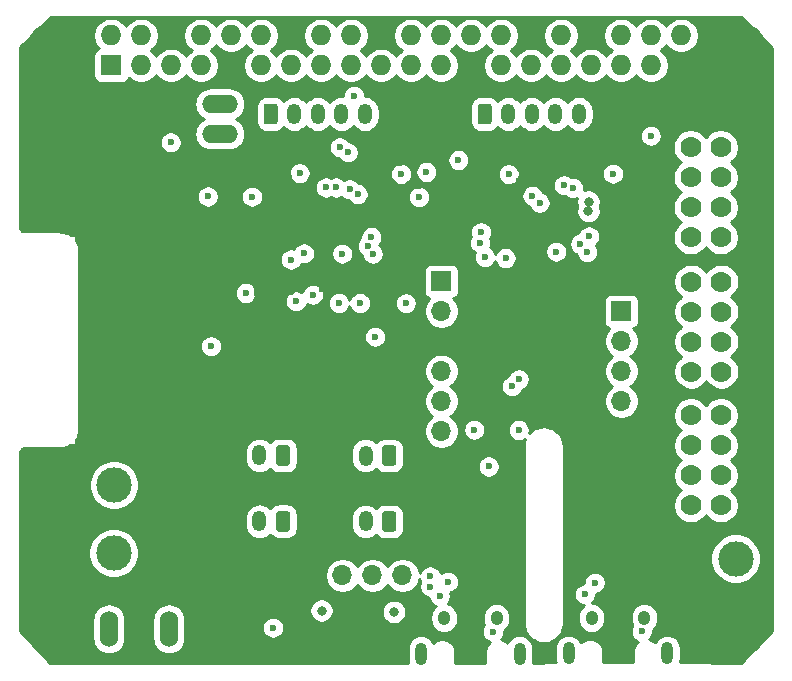
<source format=gbr>
G04 #@! TF.GenerationSoftware,KiCad,Pcbnew,5.1.6-c6e7f7d~87~ubuntu19.10.1*
G04 #@! TF.CreationDate,2021-03-31T16:12:46-04:00*
G04 #@! TF.ProjectId,helios,68656c69-6f73-42e6-9b69-6361645f7063,v1.0*
G04 #@! TF.SameCoordinates,Original*
G04 #@! TF.FileFunction,Copper,L2,Inr*
G04 #@! TF.FilePolarity,Positive*
%FSLAX46Y46*%
G04 Gerber Fmt 4.6, Leading zero omitted, Abs format (unit mm)*
G04 Created by KiCad (PCBNEW 5.1.6-c6e7f7d~87~ubuntu19.10.1) date 2021-03-31 16:12:46*
%MOMM*%
%LPD*%
G01*
G04 APERTURE LIST*
G04 #@! TA.AperFunction,ViaPad*
%ADD10R,1.700000X1.700000*%
G04 #@! TD*
G04 #@! TA.AperFunction,ViaPad*
%ADD11O,1.700000X1.700000*%
G04 #@! TD*
G04 #@! TA.AperFunction,ViaPad*
%ADD12C,3.000000*%
G04 #@! TD*
G04 #@! TA.AperFunction,ViaPad*
%ADD13O,1.200000X1.750000*%
G04 #@! TD*
G04 #@! TA.AperFunction,ViaPad*
%ADD14O,1.000000X1.900000*%
G04 #@! TD*
G04 #@! TA.AperFunction,ViaPad*
%ADD15O,1.050000X1.250000*%
G04 #@! TD*
G04 #@! TA.AperFunction,ViaPad*
%ADD16O,1.727200X1.727200*%
G04 #@! TD*
G04 #@! TA.AperFunction,ViaPad*
%ADD17R,1.727200X1.727200*%
G04 #@! TD*
G04 #@! TA.AperFunction,ViaPad*
%ADD18C,1.778000*%
G04 #@! TD*
G04 #@! TA.AperFunction,ViaPad*
%ADD19O,1.524000X3.048000*%
G04 #@! TD*
G04 #@! TA.AperFunction,ViaPad*
%ADD20O,3.048000X1.524000*%
G04 #@! TD*
G04 #@! TA.AperFunction,ViaPad*
%ADD21C,4.700000*%
G04 #@! TD*
G04 #@! TA.AperFunction,ViaPad*
%ADD22C,0.600000*%
G04 #@! TD*
G04 #@! TA.AperFunction,ViaPad*
%ADD23C,0.800000*%
G04 #@! TD*
G04 #@! TA.AperFunction,Conductor*
%ADD24C,0.254000*%
G04 #@! TD*
G04 APERTURE END LIST*
D10*
G04 #@! TO.N,Net-(U10-Pad1)*
G04 #@! TO.C,U10*
X151670000Y-96800000D03*
D11*
G04 #@! TO.N,+3V3*
X151670000Y-99340000D03*
G04 #@! TO.N,GND*
X151670000Y-101880000D03*
G04 #@! TO.N,I2C2_SCL*
X151670000Y-104420000D03*
G04 #@! TO.N,I2C2_SDA*
X151670000Y-106960000D03*
G04 #@! TO.N,Net-(U10-Pad6)*
X151670000Y-109500000D03*
G04 #@! TO.N,Net-(U10-Pad9)*
X166910000Y-104420000D03*
G04 #@! TO.N,Net-(U10-Pad8)*
X166910000Y-101880000D03*
D10*
G04 #@! TO.N,Net-(U10-Pad7)*
X166910000Y-99340000D03*
D11*
G04 #@! TO.N,Net-(U10-Pad10)*
X166910000Y-106960000D03*
G04 #@! TD*
D12*
G04 #@! TO.N,POWER_IN*
G04 #@! TO.C,1111*
X123950000Y-114050000D03*
G04 #@! TO.N,GND*
X118950000Y-114050000D03*
G04 #@! TD*
G04 #@! TO.N,+3V3*
G04 #@! TO.C,J5*
G04 #@! TA.AperFunction,ViaPad*
G36*
G01*
X136610000Y-83275001D02*
X136610000Y-82024999D01*
G75*
G02*
X136859999Y-81775000I249999J0D01*
G01*
X137560001Y-81775000D01*
G75*
G02*
X137810000Y-82024999I0J-249999D01*
G01*
X137810000Y-83275001D01*
G75*
G02*
X137560001Y-83525000I-249999J0D01*
G01*
X136859999Y-83525000D01*
G75*
G02*
X136610000Y-83275001I0J249999D01*
G01*
G37*
G04 #@! TD.AperFunction*
D13*
G04 #@! TO.N,SWO*
X139210000Y-82650000D03*
G04 #@! TO.N,SWDIO*
X141210000Y-82650000D03*
G04 #@! TO.N,SWCLK*
X143210000Y-82650000D03*
G04 #@! TO.N,NRST*
X145210000Y-82650000D03*
G04 #@! TO.N,GND*
X147210000Y-82650000D03*
G04 #@! TD*
G04 #@! TO.N,GND*
G04 #@! TO.C,J6*
X165330000Y-82650000D03*
G04 #@! TO.N,NRST_2*
X163330000Y-82650000D03*
G04 #@! TO.N,SWCLK_2*
X161330000Y-82650000D03*
G04 #@! TO.N,SWDIO_2*
X159330000Y-82650000D03*
G04 #@! TO.N,SWO_2*
X157330000Y-82650000D03*
G04 #@! TO.N,+3V3*
G04 #@! TA.AperFunction,ViaPad*
G36*
G01*
X154730000Y-83275001D02*
X154730000Y-82024999D01*
G75*
G02*
X154979999Y-81775000I249999J0D01*
G01*
X155680001Y-81775000D01*
G75*
G02*
X155930000Y-82024999I0J-249999D01*
G01*
X155930000Y-83275001D01*
G75*
G02*
X155680001Y-83525000I-249999J0D01*
G01*
X154979999Y-83525000D01*
G75*
G02*
X154730000Y-83275001I0J249999D01*
G01*
G37*
G04 #@! TD.AperFunction*
G04 #@! TD*
D14*
G04 #@! TO.N,Net-(J7-Pad6)*
G04 #@! TO.C,J7*
X158295000Y-128330000D03*
X149945000Y-128330000D03*
D15*
X156345000Y-125330000D03*
X151895000Y-125330000D03*
G04 #@! TD*
G04 #@! TO.N,Net-(J8-Pad6)*
G04 #@! TO.C,J8*
X164395000Y-125310000D03*
X168845000Y-125310000D03*
D14*
X162445000Y-128310000D03*
X170795000Y-128310000D03*
G04 #@! TD*
D16*
G04 #@! TO.N,SPI1_SCK*
G04 #@! TO.C,J19*
X171970000Y-76000000D03*
G04 #@! TO.N,GND*
X171970000Y-78540000D03*
G04 #@! TO.N,SPI1_MOSI*
X169430000Y-76000000D03*
G04 #@! TO.N,Net-(J19-Pad37)*
X169430000Y-78540000D03*
G04 #@! TO.N,Net-(J19-Pad36)*
X166890000Y-76000000D03*
G04 #@! TO.N,SPI1_MISO*
X166890000Y-78540000D03*
G04 #@! TO.N,GND*
X164350000Y-76000000D03*
G04 #@! TO.N,Net-(J19-Pad33)*
X164350000Y-78540000D03*
G04 #@! TO.N,Net-(J19-Pad32)*
X161810000Y-76000000D03*
G04 #@! TO.N,Net-(J19-Pad31)*
X161810000Y-78540000D03*
G04 #@! TO.N,GND*
X159270000Y-76000000D03*
G04 #@! TO.N,Net-(J19-Pad29)*
X159270000Y-78540000D03*
G04 #@! TO.N,Net-(J19-Pad28)*
X156730000Y-76000000D03*
G04 #@! TO.N,Net-(J19-Pad27)*
X156730000Y-78540000D03*
G04 #@! TO.N,Net-(J19-Pad26)*
X154190000Y-76000000D03*
G04 #@! TO.N,GND*
X154190000Y-78540000D03*
G04 #@! TO.N,Net-(J19-Pad24)*
X151650000Y-76000000D03*
G04 #@! TO.N,SPI0_SCK*
X151650000Y-78540000D03*
G04 #@! TO.N,Net-(J19-Pad22)*
X149110000Y-76000000D03*
G04 #@! TO.N,SPI0_MISO*
X149110000Y-78540000D03*
G04 #@! TO.N,GND*
X146570000Y-76000000D03*
G04 #@! TO.N,SPI0_MOSI*
X146570000Y-78540000D03*
G04 #@! TO.N,Net-(J19-Pad18)*
X144030000Y-76000000D03*
G04 #@! TO.N,+3V3*
X144030000Y-78540000D03*
G04 #@! TO.N,Net-(J19-Pad16)*
X141490000Y-76000000D03*
G04 #@! TO.N,Net-(J19-Pad15)*
X141490000Y-78540000D03*
G04 #@! TO.N,GND*
X138950000Y-76000000D03*
G04 #@! TO.N,Net-(J19-Pad13)*
X138950000Y-78540000D03*
G04 #@! TO.N,Net-(J19-Pad12)*
X136410000Y-76000000D03*
G04 #@! TO.N,Net-(J19-Pad11)*
X136410000Y-78540000D03*
G04 #@! TO.N,Net-(J14-Pad2)*
X133870000Y-76000000D03*
G04 #@! TO.N,GND*
X133870000Y-78540000D03*
G04 #@! TO.N,Net-(J14-Pad3)*
X131330000Y-76000000D03*
G04 #@! TO.N,Net-(J19-Pad7)*
X131330000Y-78540000D03*
G04 #@! TO.N,GND*
X128790000Y-76000000D03*
G04 #@! TO.N,I2C2_SCL*
X128790000Y-78540000D03*
G04 #@! TO.N,+5V*
X126250000Y-76000000D03*
G04 #@! TO.N,I2C2_SDA*
X126250000Y-78540000D03*
G04 #@! TO.N,+5V*
X123710000Y-76000000D03*
D17*
G04 #@! TO.N,+3V3*
X123710000Y-78540000D03*
G04 #@! TD*
D18*
G04 #@! TO.N,GND*
G04 #@! TO.C,JP1*
X177870000Y-115790000D03*
X177870000Y-113250000D03*
X177870000Y-110710000D03*
X177870000Y-108170000D03*
G04 #@! TO.N,+BATT*
X175330000Y-115790000D03*
G04 #@! TO.N,TIM5_CH1_1*
X172790000Y-115790000D03*
G04 #@! TO.N,+BATT*
X175330000Y-113250000D03*
G04 #@! TO.N,TIM5_CH2_1*
X172790000Y-113250000D03*
G04 #@! TO.N,+BATT*
X175330000Y-110710000D03*
G04 #@! TO.N,TIM5_CH3_1*
X172790000Y-110710000D03*
G04 #@! TO.N,+BATT*
X175330000Y-108170000D03*
G04 #@! TO.N,TIM8_CH2N_1*
X172790000Y-108170000D03*
G04 #@! TD*
G04 #@! TO.N,TIM20_CH1_2*
G04 #@! TO.C,JP2*
X172770000Y-85480000D03*
G04 #@! TO.N,+BATT*
X175310000Y-85480000D03*
G04 #@! TO.N,TIM8_CH3N_2*
X172770000Y-88020000D03*
G04 #@! TO.N,+BATT*
X175310000Y-88020000D03*
G04 #@! TO.N,TIM8_CH2N_2*
X172770000Y-90560000D03*
G04 #@! TO.N,+BATT*
X175310000Y-90560000D03*
G04 #@! TO.N,TIM5_CH3_2*
X172770000Y-93100000D03*
G04 #@! TO.N,+BATT*
X175310000Y-93100000D03*
G04 #@! TO.N,GND*
X177850000Y-85480000D03*
X177850000Y-88020000D03*
X177850000Y-90560000D03*
X177850000Y-93100000D03*
G04 #@! TD*
G04 #@! TO.N,TIM5_CH2_2*
G04 #@! TO.C,JP3*
X172840000Y-96830000D03*
G04 #@! TO.N,+BATT*
X175380000Y-96830000D03*
G04 #@! TO.N,TIM5_CH1_2*
X172840000Y-99370000D03*
G04 #@! TO.N,+BATT*
X175380000Y-99370000D03*
G04 #@! TO.N,TIM20_CH1_1*
X172840000Y-101910000D03*
G04 #@! TO.N,+BATT*
X175380000Y-101910000D03*
G04 #@! TO.N,TIM8_CH3N_1*
X172840000Y-104450000D03*
G04 #@! TO.N,+BATT*
X175380000Y-104450000D03*
G04 #@! TO.N,GND*
X177920000Y-96830000D03*
X177920000Y-99370000D03*
X177920000Y-101910000D03*
X177920000Y-104450000D03*
G04 #@! TD*
D12*
G04 #@! TO.N,GND*
G04 #@! TO.C,U9*
X118920000Y-119820000D03*
G04 #@! TO.N,POWER_IN*
X123920000Y-119820000D03*
G04 #@! TD*
G04 #@! TO.N,GND*
G04 #@! TO.C,U11*
X171580000Y-120300000D03*
G04 #@! TO.N,+BATT*
X176580000Y-120300000D03*
G04 #@! TD*
G04 #@! TO.N,Net-(J1-Pad1)*
G04 #@! TO.C,J1*
G04 #@! TA.AperFunction,ViaPad*
G36*
G01*
X138866000Y-110932999D02*
X138866000Y-112183001D01*
G75*
G02*
X138616001Y-112433000I-249999J0D01*
G01*
X137915999Y-112433000D01*
G75*
G02*
X137666000Y-112183001I0J249999D01*
G01*
X137666000Y-110932999D01*
G75*
G02*
X137915999Y-110683000I249999J0D01*
G01*
X138616001Y-110683000D01*
G75*
G02*
X138866000Y-110932999I0J-249999D01*
G01*
G37*
G04 #@! TD.AperFunction*
D13*
G04 #@! TO.N,Net-(J1-Pad2)*
X136266000Y-111558000D03*
G04 #@! TO.N,GND*
X134266000Y-111558000D03*
G04 #@! TD*
G04 #@! TO.N,GND*
G04 #@! TO.C,J2*
X143256000Y-111568000D03*
G04 #@! TO.N,Net-(J2-Pad2)*
X145256000Y-111568000D03*
G04 #@! TO.N,Net-(J2-Pad1)*
G04 #@! TA.AperFunction,ViaPad*
G36*
G01*
X147856000Y-110942999D02*
X147856000Y-112193001D01*
G75*
G02*
X147606001Y-112443000I-249999J0D01*
G01*
X146905999Y-112443000D01*
G75*
G02*
X146656000Y-112193001I0J249999D01*
G01*
X146656000Y-110942999D01*
G75*
G02*
X146905999Y-110693000I249999J0D01*
G01*
X147606001Y-110693000D01*
G75*
G02*
X147856000Y-110942999I0J-249999D01*
G01*
G37*
G04 #@! TD.AperFunction*
G04 #@! TD*
G04 #@! TO.N,Net-(J3-Pad1)*
G04 #@! TO.C,J3*
G04 #@! TA.AperFunction,ViaPad*
G36*
G01*
X138866000Y-116512999D02*
X138866000Y-117763001D01*
G75*
G02*
X138616001Y-118013000I-249999J0D01*
G01*
X137915999Y-118013000D01*
G75*
G02*
X137666000Y-117763001I0J249999D01*
G01*
X137666000Y-116512999D01*
G75*
G02*
X137915999Y-116263000I249999J0D01*
G01*
X138616001Y-116263000D01*
G75*
G02*
X138866000Y-116512999I0J-249999D01*
G01*
G37*
G04 #@! TD.AperFunction*
G04 #@! TO.N,Net-(J3-Pad2)*
X136266000Y-117138000D03*
G04 #@! TO.N,GND*
X134266000Y-117138000D03*
G04 #@! TD*
G04 #@! TO.N,GND*
G04 #@! TO.C,J4*
X143256000Y-117148000D03*
G04 #@! TO.N,Net-(J4-Pad2)*
X145256000Y-117148000D03*
G04 #@! TO.N,Net-(J4-Pad1)*
G04 #@! TA.AperFunction,ViaPad*
G36*
G01*
X147856000Y-116522999D02*
X147856000Y-117773001D01*
G75*
G02*
X147606001Y-118023000I-249999J0D01*
G01*
X146905999Y-118023000D01*
G75*
G02*
X146656000Y-117773001I0J249999D01*
G01*
X146656000Y-116522999D01*
G75*
G02*
X146905999Y-116273000I249999J0D01*
G01*
X147606001Y-116273000D01*
G75*
G02*
X147856000Y-116522999I0J-249999D01*
G01*
G37*
G04 #@! TD.AperFunction*
G04 #@! TD*
D10*
G04 #@! TO.N,GND*
G04 #@! TO.C,J22*
X140750000Y-121720000D03*
D11*
G04 #@! TO.N,+3V3*
X143290000Y-121720000D03*
G04 #@! TO.N,I2C2_SDA*
X145830000Y-121720000D03*
G04 #@! TO.N,I2C2_SCL*
X148370000Y-121720000D03*
G04 #@! TD*
D19*
G04 #@! TO.N,+3V3*
G04 #@! TO.C,J9*
X128590000Y-126240000D03*
G04 #@! TO.N,GND*
X126050000Y-126240000D03*
G04 #@! TO.N,POWER_IN*
X123510000Y-126240000D03*
G04 #@! TD*
D20*
G04 #@! TO.N,GND*
G04 #@! TO.C,J14*
X132910000Y-86870000D03*
G04 #@! TO.N,Net-(J14-Pad2)*
X132910000Y-84330000D03*
G04 #@! TO.N,Net-(J14-Pad3)*
X132910000Y-81790000D03*
G04 #@! TD*
D21*
G04 #@! TO.N,GND*
G04 #@! TO.C,H1*
X118840000Y-77270000D03*
G04 #@! TD*
G04 #@! TO.N,GND*
G04 #@! TO.C,H2*
X118840000Y-126270000D03*
G04 #@! TD*
G04 #@! TO.N,GND*
G04 #@! TO.C,H3*
X176840000Y-126260000D03*
G04 #@! TD*
G04 #@! TO.N,GND*
G04 #@! TO.C,H4*
X176840000Y-77270000D03*
G04 #@! TD*
D22*
G04 #@! TO.N,GND*
X126500000Y-102390000D03*
X141550000Y-97440000D03*
X142023400Y-98370120D03*
X136070000Y-97810000D03*
X138000000Y-97090000D03*
X138970000Y-97700000D03*
X154390000Y-115160000D03*
X158210000Y-115260000D03*
X156940000Y-112560000D03*
X167970000Y-89900000D03*
X167700000Y-88710000D03*
X168740000Y-89450000D03*
X156376943Y-87473057D03*
X158230000Y-88360000D03*
X155950000Y-96990000D03*
X156780000Y-97520000D03*
X157900000Y-93750000D03*
X148150000Y-86790000D03*
X149735000Y-88750000D03*
X150180000Y-91370000D03*
X150570000Y-86300000D03*
X147310000Y-101490000D03*
X148850000Y-106930000D03*
X143140000Y-107010000D03*
X144490000Y-107010000D03*
X138980000Y-107080000D03*
X137790000Y-107130000D03*
X133650000Y-107010000D03*
X138776942Y-87993058D03*
X127610000Y-102400000D03*
X125410000Y-102400000D03*
X127610000Y-101400000D03*
X126500000Y-101390000D03*
X125410000Y-101400000D03*
X126500000Y-103390000D03*
X127610000Y-103400000D03*
X125410000Y-103400000D03*
X124410000Y-97500000D03*
X124410000Y-98300000D03*
X124410000Y-99200000D03*
X124410000Y-100100000D03*
X127240000Y-89380000D03*
X128870000Y-89290000D03*
X128130000Y-81290000D03*
X131180000Y-104010000D03*
X131230000Y-99770000D03*
D23*
X159470000Y-97440000D03*
X156390000Y-122240000D03*
D22*
G04 #@! TO.N,+3V3*
X140791942Y-97961942D03*
X135090000Y-97810000D03*
X138940000Y-94970000D03*
X140030000Y-94450000D03*
X137410000Y-126130000D03*
X146060000Y-101510000D03*
X155670000Y-112490000D03*
X166200000Y-87690000D03*
X169400000Y-84500000D03*
X157360000Y-87740000D03*
X155342263Y-94757737D03*
X157100000Y-94850000D03*
X153110000Y-86550000D03*
X150400000Y-87550000D03*
X149770000Y-89670000D03*
X148260000Y-87720000D03*
X135630000Y-89640000D03*
X131890000Y-89630000D03*
X139670000Y-87660000D03*
D23*
X164115000Y-90880000D03*
X164129679Y-90062887D03*
D22*
G04 #@! TO.N,NRST*
X143270000Y-94470000D03*
G04 #@! TO.N,NRST_2*
X161390000Y-94300000D03*
G04 #@! TO.N,+5V*
X163820000Y-123320000D03*
X164666764Y-122333236D03*
X151540000Y-123460000D03*
X152230000Y-122250000D03*
X156040000Y-126480000D03*
X132160000Y-102310000D03*
X168620000Y-126460000D03*
X128740000Y-85050000D03*
G04 #@! TO.N,SPI1_SCK*
X164010000Y-94330000D03*
G04 #@! TO.N,SPI1_MOSI*
X164170000Y-93010000D03*
G04 #@! TO.N,SPI1_MISO*
X163430000Y-93660000D03*
G04 #@! TO.N,SPI0_SCK*
X145860000Y-94490000D03*
G04 #@! TO.N,SPI0_MISO*
X145425827Y-93818065D03*
G04 #@! TO.N,SPI0_MOSI*
X145750000Y-93070000D03*
D23*
G04 #@! TO.N,I2C2_SCL*
X141530000Y-124690000D03*
X147650000Y-124810000D03*
D22*
X143060000Y-85480000D03*
G04 #@! TO.N,I2C2_SDA*
X143742375Y-85897573D03*
X144271477Y-81121477D03*
G04 #@! TO.N,USB_D+*
X150720000Y-121805000D03*
X142735000Y-88870000D03*
G04 #@! TO.N,USB_D-*
X150720000Y-122655000D03*
X141885000Y-88870000D03*
G04 #@! TO.N,CAN2_RX*
X139360000Y-98510000D03*
X143893333Y-89028006D03*
G04 #@! TO.N,CAN2_TX*
X142990000Y-98650000D03*
X144585000Y-89430000D03*
G04 #@! TO.N,CAN3_TX*
X148660000Y-98670000D03*
X154940000Y-93550000D03*
G04 #@! TO.N,CAN3_RX*
X144780000Y-98660000D03*
X155025638Y-92656658D03*
G04 #@! TO.N,CAN4_TX*
X158210000Y-109400000D03*
X162805000Y-88920000D03*
G04 #@! TO.N,CAN4_RX*
X154450000Y-109380000D03*
X162040991Y-88682738D03*
G04 #@! TO.N,USB2_D-*
X157629479Y-105700521D03*
X159379479Y-89569479D03*
G04 #@! TO.N,USB2_D+*
X158230521Y-105099479D03*
X159980521Y-90170521D03*
G04 #@! TD*
D24*
G04 #@! TO.N,GND*
G36*
X179655000Y-77064606D02*
G01*
X179655001Y-126441384D01*
X177058809Y-129094191D01*
X171884199Y-129079343D01*
X171913577Y-128982499D01*
X171930000Y-128815751D01*
X171930000Y-127804248D01*
X171913577Y-127637501D01*
X171848676Y-127423553D01*
X171743284Y-127226377D01*
X171601449Y-127053551D01*
X171428623Y-126911716D01*
X171231446Y-126806324D01*
X171017498Y-126741423D01*
X170795000Y-126719509D01*
X170572501Y-126741423D01*
X170358553Y-126806324D01*
X170161377Y-126911716D01*
X169988551Y-127053551D01*
X169846716Y-127226377D01*
X169761335Y-127386116D01*
X169728991Y-127353546D01*
X169721579Y-127347501D01*
X169656936Y-127295527D01*
X169605001Y-127261542D01*
X169553517Y-127226816D01*
X169545072Y-127222326D01*
X169471566Y-127183898D01*
X169414001Y-127160640D01*
X169356768Y-127136582D01*
X169347612Y-127133817D01*
X169286468Y-127115822D01*
X169346262Y-127056028D01*
X169448586Y-126902889D01*
X169519068Y-126732729D01*
X169555000Y-126552089D01*
X169555000Y-126367911D01*
X169548166Y-126333552D01*
X169669212Y-126234212D01*
X169814171Y-126057578D01*
X169921885Y-125856059D01*
X169988215Y-125637399D01*
X170005000Y-125466978D01*
X170005000Y-125153021D01*
X169988215Y-124982600D01*
X169921885Y-124763940D01*
X169814171Y-124562421D01*
X169669212Y-124385788D01*
X169492578Y-124240829D01*
X169291059Y-124133115D01*
X169072399Y-124066785D01*
X168845000Y-124044388D01*
X168617600Y-124066785D01*
X168398940Y-124133115D01*
X168197421Y-124240829D01*
X168020788Y-124385788D01*
X167875829Y-124562422D01*
X167768115Y-124763941D01*
X167701785Y-124982601D01*
X167685000Y-125153022D01*
X167685000Y-125466979D01*
X167701785Y-125637400D01*
X167768115Y-125856060D01*
X167826295Y-125964908D01*
X167791414Y-126017111D01*
X167720932Y-126187271D01*
X167685000Y-126367911D01*
X167685000Y-126552089D01*
X167720932Y-126732729D01*
X167791414Y-126902889D01*
X167893738Y-127056028D01*
X168023972Y-127186262D01*
X168177111Y-127288586D01*
X168285904Y-127333649D01*
X168256800Y-127357725D01*
X168213045Y-127401786D01*
X168168689Y-127445224D01*
X168162592Y-127452593D01*
X168110168Y-127516872D01*
X168075812Y-127568583D01*
X168040737Y-127619809D01*
X168036188Y-127628223D01*
X167997248Y-127701459D01*
X167973599Y-127758838D01*
X167949133Y-127815920D01*
X167946305Y-127825057D01*
X167922331Y-127904462D01*
X167910280Y-127965323D01*
X167897363Y-128026095D01*
X167896363Y-128035606D01*
X167888269Y-128118157D01*
X167888269Y-128118164D01*
X167885000Y-128151354D01*
X167885001Y-129075000D01*
X165355000Y-129075000D01*
X165355000Y-128151353D01*
X165351689Y-128117737D01*
X165351689Y-128112220D01*
X165350690Y-128102708D01*
X165346743Y-128067523D01*
X165345088Y-128050717D01*
X165344723Y-128049515D01*
X165341444Y-128020280D01*
X165328528Y-127959514D01*
X165316477Y-127898654D01*
X165313649Y-127889517D01*
X165313648Y-127889512D01*
X165313646Y-127889507D01*
X165288569Y-127810454D01*
X165264108Y-127753382D01*
X165240450Y-127695984D01*
X165235901Y-127687570D01*
X165195941Y-127614884D01*
X165160862Y-127563653D01*
X165126511Y-127511951D01*
X165120415Y-127504581D01*
X165067099Y-127441041D01*
X165022741Y-127397602D01*
X164978991Y-127353546D01*
X164971579Y-127347501D01*
X164906936Y-127295527D01*
X164855001Y-127261542D01*
X164803517Y-127226816D01*
X164795072Y-127222326D01*
X164721566Y-127183898D01*
X164664001Y-127160640D01*
X164606768Y-127136582D01*
X164597612Y-127133817D01*
X164518041Y-127110398D01*
X164457031Y-127098760D01*
X164396242Y-127086281D01*
X164386724Y-127085347D01*
X164304120Y-127077830D01*
X164242031Y-127078263D01*
X164179942Y-127077830D01*
X164170424Y-127078763D01*
X164087933Y-127087434D01*
X164027102Y-127099922D01*
X163966143Y-127111550D01*
X163956987Y-127114314D01*
X163877751Y-127138841D01*
X163820507Y-127162904D01*
X163762948Y-127186159D01*
X163754503Y-127190649D01*
X163681540Y-127230100D01*
X163630073Y-127264815D01*
X163578124Y-127298809D01*
X163570712Y-127304854D01*
X163506800Y-127357725D01*
X163478645Y-127386077D01*
X163393284Y-127226377D01*
X163251449Y-127053551D01*
X163078623Y-126911716D01*
X162881446Y-126806324D01*
X162667498Y-126741423D01*
X162445000Y-126719509D01*
X162222501Y-126741423D01*
X162008553Y-126806324D01*
X161811377Y-126911716D01*
X161638551Y-127053551D01*
X161496716Y-127226377D01*
X161391324Y-127423554D01*
X161326423Y-127637502D01*
X161310000Y-127804249D01*
X161310000Y-128815752D01*
X161326423Y-128982499D01*
X161356318Y-129081050D01*
X159387359Y-129088926D01*
X159413577Y-129002499D01*
X159430000Y-128835751D01*
X159430000Y-127824248D01*
X159413577Y-127657501D01*
X159348676Y-127443553D01*
X159243284Y-127246377D01*
X159101449Y-127073551D01*
X158928623Y-126931716D01*
X158731446Y-126826324D01*
X158517498Y-126761423D01*
X158295000Y-126739509D01*
X158072501Y-126761423D01*
X157858553Y-126826324D01*
X157661377Y-126931716D01*
X157488551Y-127073551D01*
X157346716Y-127246377D01*
X157261335Y-127406116D01*
X157228991Y-127373546D01*
X157221579Y-127367501D01*
X157156936Y-127315527D01*
X157105001Y-127281542D01*
X157053517Y-127246816D01*
X157045072Y-127242326D01*
X156971566Y-127203898D01*
X156914001Y-127180640D01*
X156856768Y-127156582D01*
X156847612Y-127153817D01*
X156768041Y-127130398D01*
X156720887Y-127121403D01*
X156766262Y-127076028D01*
X156868586Y-126922889D01*
X156939068Y-126752729D01*
X156975000Y-126572089D01*
X156975000Y-126408567D01*
X156992579Y-126399171D01*
X157169212Y-126254212D01*
X157314171Y-126077578D01*
X157421885Y-125876059D01*
X157488215Y-125657399D01*
X157505000Y-125486978D01*
X157505000Y-125173021D01*
X157488215Y-125002600D01*
X157421885Y-124783940D01*
X157314171Y-124582421D01*
X157169212Y-124405788D01*
X156992578Y-124260829D01*
X156791059Y-124153115D01*
X156572399Y-124086785D01*
X156345000Y-124064388D01*
X156117600Y-124086785D01*
X155898940Y-124153115D01*
X155697421Y-124260829D01*
X155520788Y-124405788D01*
X155375829Y-124582422D01*
X155268115Y-124783941D01*
X155201785Y-125002601D01*
X155185000Y-125173022D01*
X155185000Y-125486979D01*
X155201785Y-125657400D01*
X155268115Y-125876060D01*
X155290741Y-125918390D01*
X155211414Y-126037111D01*
X155140932Y-126207271D01*
X155105000Y-126387911D01*
X155105000Y-126572089D01*
X155140932Y-126752729D01*
X155211414Y-126922889D01*
X155313738Y-127076028D01*
X155443972Y-127206262D01*
X155597111Y-127308586D01*
X155759212Y-127375730D01*
X155756800Y-127377725D01*
X155713045Y-127421786D01*
X155668689Y-127465224D01*
X155662592Y-127472593D01*
X155610168Y-127536872D01*
X155575812Y-127588583D01*
X155540737Y-127639809D01*
X155536188Y-127648223D01*
X155497248Y-127721459D01*
X155473599Y-127778838D01*
X155449133Y-127835920D01*
X155446305Y-127845057D01*
X155422331Y-127924462D01*
X155410280Y-127985323D01*
X155397363Y-128046095D01*
X155396363Y-128055606D01*
X155388269Y-128138157D01*
X155388269Y-128138164D01*
X155385000Y-128171354D01*
X155385001Y-129095000D01*
X152855000Y-129095000D01*
X152855000Y-128171353D01*
X152851689Y-128137737D01*
X152851689Y-128132220D01*
X152850690Y-128122708D01*
X152846743Y-128087523D01*
X152845088Y-128070717D01*
X152844723Y-128069515D01*
X152841444Y-128040280D01*
X152828528Y-127979514D01*
X152816477Y-127918654D01*
X152813649Y-127909517D01*
X152813648Y-127909512D01*
X152813646Y-127909507D01*
X152788569Y-127830454D01*
X152764108Y-127773382D01*
X152740450Y-127715984D01*
X152735901Y-127707570D01*
X152695941Y-127634884D01*
X152660862Y-127583653D01*
X152626511Y-127531951D01*
X152620415Y-127524581D01*
X152567099Y-127461041D01*
X152522741Y-127417602D01*
X152478991Y-127373546D01*
X152471579Y-127367501D01*
X152406936Y-127315527D01*
X152355001Y-127281542D01*
X152303517Y-127246816D01*
X152295072Y-127242326D01*
X152221566Y-127203898D01*
X152164001Y-127180640D01*
X152106768Y-127156582D01*
X152097612Y-127153817D01*
X152018041Y-127130398D01*
X151957031Y-127118760D01*
X151896242Y-127106281D01*
X151886724Y-127105347D01*
X151804120Y-127097830D01*
X151742031Y-127098263D01*
X151679942Y-127097830D01*
X151670424Y-127098763D01*
X151587933Y-127107434D01*
X151527102Y-127119922D01*
X151466143Y-127131550D01*
X151456987Y-127134314D01*
X151377751Y-127158841D01*
X151320507Y-127182904D01*
X151262948Y-127206159D01*
X151254503Y-127210649D01*
X151181540Y-127250100D01*
X151130073Y-127284815D01*
X151078124Y-127318809D01*
X151070712Y-127324854D01*
X151006800Y-127377725D01*
X150978645Y-127406077D01*
X150893284Y-127246377D01*
X150751449Y-127073551D01*
X150578623Y-126931716D01*
X150381446Y-126826324D01*
X150167498Y-126761423D01*
X149945000Y-126739509D01*
X149722501Y-126761423D01*
X149508553Y-126826324D01*
X149311377Y-126931716D01*
X149138551Y-127073551D01*
X148996716Y-127246377D01*
X148891324Y-127443554D01*
X148826423Y-127657502D01*
X148810000Y-127824249D01*
X148810000Y-128835752D01*
X148826423Y-129002499D01*
X148854483Y-129095000D01*
X118567150Y-129095000D01*
X116025000Y-126457220D01*
X116025000Y-125409376D01*
X122113000Y-125409376D01*
X122113000Y-127070625D01*
X122133214Y-127275860D01*
X122213097Y-127539195D01*
X122342818Y-127781887D01*
X122517393Y-127994608D01*
X122730114Y-128169183D01*
X122972806Y-128298904D01*
X123236141Y-128378786D01*
X123510000Y-128405759D01*
X123783860Y-128378786D01*
X124047195Y-128298904D01*
X124289887Y-128169183D01*
X124502608Y-127994608D01*
X124677183Y-127781887D01*
X124806904Y-127539195D01*
X124886786Y-127275860D01*
X124907000Y-127070625D01*
X124907000Y-125409376D01*
X127193000Y-125409376D01*
X127193000Y-127070625D01*
X127213214Y-127275860D01*
X127293097Y-127539195D01*
X127422818Y-127781887D01*
X127597393Y-127994608D01*
X127810114Y-128169183D01*
X128052806Y-128298904D01*
X128316141Y-128378786D01*
X128590000Y-128405759D01*
X128863860Y-128378786D01*
X129127195Y-128298904D01*
X129369887Y-128169183D01*
X129582608Y-127994608D01*
X129757183Y-127781887D01*
X129886904Y-127539195D01*
X129966786Y-127275860D01*
X129987000Y-127070625D01*
X129987000Y-126037911D01*
X136475000Y-126037911D01*
X136475000Y-126222089D01*
X136510932Y-126402729D01*
X136581414Y-126572889D01*
X136683738Y-126726028D01*
X136813972Y-126856262D01*
X136967111Y-126958586D01*
X137137271Y-127029068D01*
X137317911Y-127065000D01*
X137502089Y-127065000D01*
X137682729Y-127029068D01*
X137852889Y-126958586D01*
X138006028Y-126856262D01*
X138136262Y-126726028D01*
X138238586Y-126572889D01*
X138309068Y-126402729D01*
X138345000Y-126222089D01*
X138345000Y-126037911D01*
X138309068Y-125857271D01*
X138238586Y-125687111D01*
X138136262Y-125533972D01*
X138006028Y-125403738D01*
X137852889Y-125301414D01*
X137682729Y-125230932D01*
X137502089Y-125195000D01*
X137317911Y-125195000D01*
X137137271Y-125230932D01*
X136967111Y-125301414D01*
X136813972Y-125403738D01*
X136683738Y-125533972D01*
X136581414Y-125687111D01*
X136510932Y-125857271D01*
X136475000Y-126037911D01*
X129987000Y-126037911D01*
X129987000Y-125409375D01*
X129966786Y-125204140D01*
X129886904Y-124940805D01*
X129757183Y-124698113D01*
X129666866Y-124588061D01*
X140495000Y-124588061D01*
X140495000Y-124791939D01*
X140534774Y-124991898D01*
X140612795Y-125180256D01*
X140726063Y-125349774D01*
X140870226Y-125493937D01*
X141039744Y-125607205D01*
X141228102Y-125685226D01*
X141428061Y-125725000D01*
X141631939Y-125725000D01*
X141831898Y-125685226D01*
X142020256Y-125607205D01*
X142189774Y-125493937D01*
X142333937Y-125349774D01*
X142447205Y-125180256D01*
X142525226Y-124991898D01*
X142565000Y-124791939D01*
X142565000Y-124708061D01*
X146615000Y-124708061D01*
X146615000Y-124911939D01*
X146654774Y-125111898D01*
X146732795Y-125300256D01*
X146846063Y-125469774D01*
X146990226Y-125613937D01*
X147159744Y-125727205D01*
X147348102Y-125805226D01*
X147548061Y-125845000D01*
X147751939Y-125845000D01*
X147951898Y-125805226D01*
X148140256Y-125727205D01*
X148309774Y-125613937D01*
X148453937Y-125469774D01*
X148567205Y-125300256D01*
X148645226Y-125111898D01*
X148685000Y-124911939D01*
X148685000Y-124708061D01*
X148645226Y-124508102D01*
X148567205Y-124319744D01*
X148453937Y-124150226D01*
X148309774Y-124006063D01*
X148140256Y-123892795D01*
X147951898Y-123814774D01*
X147751939Y-123775000D01*
X147548061Y-123775000D01*
X147348102Y-123814774D01*
X147159744Y-123892795D01*
X146990226Y-124006063D01*
X146846063Y-124150226D01*
X146732795Y-124319744D01*
X146654774Y-124508102D01*
X146615000Y-124708061D01*
X142565000Y-124708061D01*
X142565000Y-124588061D01*
X142525226Y-124388102D01*
X142447205Y-124199744D01*
X142333937Y-124030226D01*
X142189774Y-123886063D01*
X142020256Y-123772795D01*
X141831898Y-123694774D01*
X141631939Y-123655000D01*
X141428061Y-123655000D01*
X141228102Y-123694774D01*
X141039744Y-123772795D01*
X140870226Y-123886063D01*
X140726063Y-124030226D01*
X140612795Y-124199744D01*
X140534774Y-124388102D01*
X140495000Y-124588061D01*
X129666866Y-124588061D01*
X129582607Y-124485392D01*
X129369886Y-124310817D01*
X129127194Y-124181096D01*
X128863859Y-124101214D01*
X128590000Y-124074241D01*
X128316140Y-124101214D01*
X128052805Y-124181096D01*
X127810113Y-124310817D01*
X127597392Y-124485393D01*
X127422817Y-124698114D01*
X127293096Y-124940806D01*
X127213214Y-125204141D01*
X127193000Y-125409376D01*
X124907000Y-125409376D01*
X124907000Y-125409375D01*
X124886786Y-125204140D01*
X124806904Y-124940805D01*
X124677183Y-124698113D01*
X124502607Y-124485392D01*
X124289886Y-124310817D01*
X124047194Y-124181096D01*
X123783859Y-124101214D01*
X123510000Y-124074241D01*
X123236140Y-124101214D01*
X122972805Y-124181096D01*
X122730113Y-124310817D01*
X122517392Y-124485393D01*
X122342817Y-124698114D01*
X122213096Y-124940806D01*
X122133214Y-125204141D01*
X122113000Y-125409376D01*
X116025000Y-125409376D01*
X116025000Y-119609721D01*
X121785000Y-119609721D01*
X121785000Y-120030279D01*
X121867047Y-120442756D01*
X122027988Y-120831302D01*
X122261637Y-121180983D01*
X122559017Y-121478363D01*
X122908698Y-121712012D01*
X123297244Y-121872953D01*
X123709721Y-121955000D01*
X124130279Y-121955000D01*
X124542756Y-121872953D01*
X124931302Y-121712012D01*
X125138241Y-121573740D01*
X141805000Y-121573740D01*
X141805000Y-121866260D01*
X141862068Y-122153158D01*
X141974010Y-122423411D01*
X142136525Y-122666632D01*
X142343368Y-122873475D01*
X142586589Y-123035990D01*
X142856842Y-123147932D01*
X143143740Y-123205000D01*
X143436260Y-123205000D01*
X143723158Y-123147932D01*
X143993411Y-123035990D01*
X144236632Y-122873475D01*
X144443475Y-122666632D01*
X144560000Y-122492240D01*
X144676525Y-122666632D01*
X144883368Y-122873475D01*
X145126589Y-123035990D01*
X145396842Y-123147932D01*
X145683740Y-123205000D01*
X145976260Y-123205000D01*
X146263158Y-123147932D01*
X146533411Y-123035990D01*
X146776632Y-122873475D01*
X146983475Y-122666632D01*
X147100000Y-122492240D01*
X147216525Y-122666632D01*
X147423368Y-122873475D01*
X147666589Y-123035990D01*
X147936842Y-123147932D01*
X148223740Y-123205000D01*
X148516260Y-123205000D01*
X148803158Y-123147932D01*
X149073411Y-123035990D01*
X149316632Y-122873475D01*
X149523475Y-122666632D01*
X149685990Y-122423411D01*
X149797932Y-122153158D01*
X149816934Y-122057630D01*
X149820932Y-122077729D01*
X149884004Y-122230000D01*
X149820932Y-122382271D01*
X149785000Y-122562911D01*
X149785000Y-122747089D01*
X149820932Y-122927729D01*
X149891414Y-123097889D01*
X149993738Y-123251028D01*
X150123972Y-123381262D01*
X150277111Y-123483586D01*
X150447271Y-123554068D01*
X150611908Y-123586817D01*
X150640932Y-123732729D01*
X150711414Y-123902889D01*
X150813738Y-124056028D01*
X150943972Y-124186262D01*
X151097111Y-124288586D01*
X151174526Y-124320652D01*
X151070788Y-124405788D01*
X150925829Y-124582422D01*
X150818115Y-124783941D01*
X150751785Y-125002601D01*
X150735000Y-125173022D01*
X150735000Y-125486979D01*
X150751785Y-125657400D01*
X150818115Y-125876060D01*
X150925829Y-126077579D01*
X151070789Y-126254212D01*
X151247422Y-126399171D01*
X151448941Y-126506885D01*
X151667601Y-126573215D01*
X151895000Y-126595612D01*
X152122400Y-126573215D01*
X152341060Y-126506885D01*
X152542579Y-126399171D01*
X152719212Y-126254212D01*
X152864171Y-126077578D01*
X152971885Y-125876059D01*
X153038215Y-125657399D01*
X153055000Y-125486978D01*
X153055000Y-125173021D01*
X153038215Y-125002600D01*
X152971885Y-124783940D01*
X152864171Y-124582421D01*
X152719212Y-124405788D01*
X152542578Y-124260829D01*
X152341059Y-124153115D01*
X152209180Y-124113110D01*
X152266262Y-124056028D01*
X152368586Y-123902889D01*
X152439068Y-123732729D01*
X152475000Y-123552089D01*
X152475000Y-123367911D01*
X152439068Y-123187271D01*
X152429294Y-123163675D01*
X152502729Y-123149068D01*
X152672889Y-123078586D01*
X152826028Y-122976262D01*
X152956262Y-122846028D01*
X153058586Y-122692889D01*
X153129068Y-122522729D01*
X153165000Y-122342089D01*
X153165000Y-122157911D01*
X153129068Y-121977271D01*
X153058586Y-121807111D01*
X152956262Y-121653972D01*
X152826028Y-121523738D01*
X152672889Y-121421414D01*
X152502729Y-121350932D01*
X152322089Y-121315000D01*
X152137911Y-121315000D01*
X151957271Y-121350932D01*
X151787111Y-121421414D01*
X151633972Y-121523738D01*
X151620125Y-121537585D01*
X151619068Y-121532271D01*
X151548586Y-121362111D01*
X151446262Y-121208972D01*
X151316028Y-121078738D01*
X151162889Y-120976414D01*
X150992729Y-120905932D01*
X150812089Y-120870000D01*
X150627911Y-120870000D01*
X150447271Y-120905932D01*
X150277111Y-120976414D01*
X150123972Y-121078738D01*
X149993738Y-121208972D01*
X149891414Y-121362111D01*
X149838375Y-121490160D01*
X149797932Y-121286842D01*
X149685990Y-121016589D01*
X149523475Y-120773368D01*
X149316632Y-120566525D01*
X149073411Y-120404010D01*
X148803158Y-120292068D01*
X148516260Y-120235000D01*
X148223740Y-120235000D01*
X147936842Y-120292068D01*
X147666589Y-120404010D01*
X147423368Y-120566525D01*
X147216525Y-120773368D01*
X147100000Y-120947760D01*
X146983475Y-120773368D01*
X146776632Y-120566525D01*
X146533411Y-120404010D01*
X146263158Y-120292068D01*
X145976260Y-120235000D01*
X145683740Y-120235000D01*
X145396842Y-120292068D01*
X145126589Y-120404010D01*
X144883368Y-120566525D01*
X144676525Y-120773368D01*
X144560000Y-120947760D01*
X144443475Y-120773368D01*
X144236632Y-120566525D01*
X143993411Y-120404010D01*
X143723158Y-120292068D01*
X143436260Y-120235000D01*
X143143740Y-120235000D01*
X142856842Y-120292068D01*
X142586589Y-120404010D01*
X142343368Y-120566525D01*
X142136525Y-120773368D01*
X141974010Y-121016589D01*
X141862068Y-121286842D01*
X141805000Y-121573740D01*
X125138241Y-121573740D01*
X125280983Y-121478363D01*
X125578363Y-121180983D01*
X125812012Y-120831302D01*
X125972953Y-120442756D01*
X126055000Y-120030279D01*
X126055000Y-119609721D01*
X125972953Y-119197244D01*
X125812012Y-118808698D01*
X125578363Y-118459017D01*
X125280983Y-118161637D01*
X124931302Y-117927988D01*
X124542756Y-117767047D01*
X124130279Y-117685000D01*
X123709721Y-117685000D01*
X123297244Y-117767047D01*
X122908698Y-117927988D01*
X122559017Y-118161637D01*
X122261637Y-118459017D01*
X122027988Y-118808698D01*
X121867047Y-119197244D01*
X121785000Y-119609721D01*
X116025000Y-119609721D01*
X116025000Y-116802335D01*
X135031000Y-116802335D01*
X135031000Y-117473664D01*
X135048870Y-117655101D01*
X135119489Y-117887900D01*
X135234167Y-118102448D01*
X135388498Y-118290502D01*
X135576551Y-118444833D01*
X135791099Y-118559511D01*
X136023898Y-118630130D01*
X136266000Y-118653975D01*
X136508101Y-118630130D01*
X136740900Y-118559511D01*
X136955448Y-118444833D01*
X137143502Y-118290502D01*
X137175191Y-118251889D01*
X137177595Y-118256387D01*
X137288038Y-118390962D01*
X137422613Y-118501405D01*
X137576149Y-118583472D01*
X137742745Y-118634008D01*
X137915999Y-118651072D01*
X138616001Y-118651072D01*
X138789255Y-118634008D01*
X138955851Y-118583472D01*
X139109387Y-118501405D01*
X139243962Y-118390962D01*
X139354405Y-118256387D01*
X139436472Y-118102851D01*
X139487008Y-117936255D01*
X139504072Y-117763001D01*
X139504072Y-116812335D01*
X144021000Y-116812335D01*
X144021000Y-117483664D01*
X144038870Y-117665101D01*
X144109489Y-117897900D01*
X144224167Y-118112448D01*
X144378498Y-118300502D01*
X144566551Y-118454833D01*
X144781099Y-118569511D01*
X145013898Y-118640130D01*
X145256000Y-118663975D01*
X145498101Y-118640130D01*
X145730900Y-118569511D01*
X145945448Y-118454833D01*
X146133502Y-118300502D01*
X146165191Y-118261889D01*
X146167595Y-118266387D01*
X146278038Y-118400962D01*
X146412613Y-118511405D01*
X146566149Y-118593472D01*
X146732745Y-118644008D01*
X146905999Y-118661072D01*
X147606001Y-118661072D01*
X147779255Y-118644008D01*
X147945851Y-118593472D01*
X148099387Y-118511405D01*
X148233962Y-118400962D01*
X148344405Y-118266387D01*
X148426472Y-118112851D01*
X148477008Y-117946255D01*
X148494072Y-117773001D01*
X148494072Y-116522999D01*
X148477008Y-116349745D01*
X148426472Y-116183149D01*
X148344405Y-116029613D01*
X148233962Y-115895038D01*
X148099387Y-115784595D01*
X147945851Y-115702528D01*
X147779255Y-115651992D01*
X147606001Y-115634928D01*
X146905999Y-115634928D01*
X146732745Y-115651992D01*
X146566149Y-115702528D01*
X146412613Y-115784595D01*
X146278038Y-115895038D01*
X146167595Y-116029613D01*
X146165191Y-116034111D01*
X146133502Y-115995498D01*
X145945449Y-115841167D01*
X145730901Y-115726489D01*
X145498102Y-115655870D01*
X145256000Y-115632025D01*
X145013899Y-115655870D01*
X144781100Y-115726489D01*
X144566552Y-115841167D01*
X144378499Y-115995498D01*
X144224168Y-116183551D01*
X144109489Y-116398099D01*
X144038870Y-116630898D01*
X144021000Y-116812335D01*
X139504072Y-116812335D01*
X139504072Y-116512999D01*
X139487008Y-116339745D01*
X139436472Y-116173149D01*
X139354405Y-116019613D01*
X139243962Y-115885038D01*
X139109387Y-115774595D01*
X138955851Y-115692528D01*
X138789255Y-115641992D01*
X138616001Y-115624928D01*
X137915999Y-115624928D01*
X137742745Y-115641992D01*
X137576149Y-115692528D01*
X137422613Y-115774595D01*
X137288038Y-115885038D01*
X137177595Y-116019613D01*
X137175191Y-116024111D01*
X137143502Y-115985498D01*
X136955449Y-115831167D01*
X136740901Y-115716489D01*
X136508102Y-115645870D01*
X136266000Y-115622025D01*
X136023899Y-115645870D01*
X135791100Y-115716489D01*
X135576552Y-115831167D01*
X135388499Y-115985498D01*
X135234168Y-116173551D01*
X135119489Y-116388099D01*
X135048870Y-116620898D01*
X135031000Y-116802335D01*
X116025000Y-116802335D01*
X116025000Y-113839721D01*
X121815000Y-113839721D01*
X121815000Y-114260279D01*
X121897047Y-114672756D01*
X122057988Y-115061302D01*
X122291637Y-115410983D01*
X122589017Y-115708363D01*
X122938698Y-115942012D01*
X123327244Y-116102953D01*
X123739721Y-116185000D01*
X124160279Y-116185000D01*
X124572756Y-116102953D01*
X124961302Y-115942012D01*
X125310983Y-115708363D01*
X125608363Y-115410983D01*
X125842012Y-115061302D01*
X126002953Y-114672756D01*
X126085000Y-114260279D01*
X126085000Y-113839721D01*
X126002953Y-113427244D01*
X125842012Y-113038698D01*
X125608363Y-112689017D01*
X125310983Y-112391637D01*
X124961302Y-112157988D01*
X124572756Y-111997047D01*
X124160279Y-111915000D01*
X123739721Y-111915000D01*
X123327244Y-111997047D01*
X122938698Y-112157988D01*
X122589017Y-112391637D01*
X122291637Y-112689017D01*
X122057988Y-113038698D01*
X121897047Y-113427244D01*
X121815000Y-113839721D01*
X116025000Y-113839721D01*
X116025000Y-111313505D01*
X116033939Y-111222335D01*
X135031000Y-111222335D01*
X135031000Y-111893664D01*
X135048870Y-112075101D01*
X135119489Y-112307900D01*
X135234167Y-112522448D01*
X135388498Y-112710502D01*
X135576551Y-112864833D01*
X135791099Y-112979511D01*
X136023898Y-113050130D01*
X136266000Y-113073975D01*
X136508101Y-113050130D01*
X136740900Y-112979511D01*
X136955448Y-112864833D01*
X137143502Y-112710502D01*
X137175191Y-112671889D01*
X137177595Y-112676387D01*
X137288038Y-112810962D01*
X137422613Y-112921405D01*
X137576149Y-113003472D01*
X137742745Y-113054008D01*
X137915999Y-113071072D01*
X138616001Y-113071072D01*
X138789255Y-113054008D01*
X138955851Y-113003472D01*
X139109387Y-112921405D01*
X139243962Y-112810962D01*
X139354405Y-112676387D01*
X139436472Y-112522851D01*
X139487008Y-112356255D01*
X139504072Y-112183001D01*
X139504072Y-111232335D01*
X144021000Y-111232335D01*
X144021000Y-111903664D01*
X144038870Y-112085101D01*
X144109489Y-112317900D01*
X144224167Y-112532448D01*
X144378498Y-112720502D01*
X144566551Y-112874833D01*
X144781099Y-112989511D01*
X145013898Y-113060130D01*
X145256000Y-113083975D01*
X145498101Y-113060130D01*
X145730900Y-112989511D01*
X145945448Y-112874833D01*
X146133502Y-112720502D01*
X146165191Y-112681889D01*
X146167595Y-112686387D01*
X146278038Y-112820962D01*
X146412613Y-112931405D01*
X146566149Y-113013472D01*
X146732745Y-113064008D01*
X146905999Y-113081072D01*
X147606001Y-113081072D01*
X147779255Y-113064008D01*
X147945851Y-113013472D01*
X148099387Y-112931405D01*
X148233962Y-112820962D01*
X148344405Y-112686387D01*
X148426472Y-112532851D01*
X148467405Y-112397911D01*
X154735000Y-112397911D01*
X154735000Y-112582089D01*
X154770932Y-112762729D01*
X154841414Y-112932889D01*
X154943738Y-113086028D01*
X155073972Y-113216262D01*
X155227111Y-113318586D01*
X155397271Y-113389068D01*
X155577911Y-113425000D01*
X155762089Y-113425000D01*
X155942729Y-113389068D01*
X156112889Y-113318586D01*
X156266028Y-113216262D01*
X156396262Y-113086028D01*
X156498586Y-112932889D01*
X156569068Y-112762729D01*
X156605000Y-112582089D01*
X156605000Y-112397911D01*
X156569068Y-112217271D01*
X156498586Y-112047111D01*
X156396262Y-111893972D01*
X156266028Y-111763738D01*
X156112889Y-111661414D01*
X155942729Y-111590932D01*
X155762089Y-111555000D01*
X155577911Y-111555000D01*
X155397271Y-111590932D01*
X155227111Y-111661414D01*
X155073972Y-111763738D01*
X154943738Y-111893972D01*
X154841414Y-112047111D01*
X154770932Y-112217271D01*
X154735000Y-112397911D01*
X148467405Y-112397911D01*
X148477008Y-112366255D01*
X148494072Y-112193001D01*
X148494072Y-110942999D01*
X148477008Y-110769745D01*
X148426472Y-110603149D01*
X148344405Y-110449613D01*
X148233962Y-110315038D01*
X148099387Y-110204595D01*
X147945851Y-110122528D01*
X147779255Y-110071992D01*
X147606001Y-110054928D01*
X146905999Y-110054928D01*
X146732745Y-110071992D01*
X146566149Y-110122528D01*
X146412613Y-110204595D01*
X146278038Y-110315038D01*
X146167595Y-110449613D01*
X146165191Y-110454111D01*
X146133502Y-110415498D01*
X145945449Y-110261167D01*
X145730901Y-110146489D01*
X145498102Y-110075870D01*
X145256000Y-110052025D01*
X145013899Y-110075870D01*
X144781100Y-110146489D01*
X144566552Y-110261167D01*
X144378499Y-110415498D01*
X144224168Y-110603551D01*
X144109489Y-110818099D01*
X144038870Y-111050898D01*
X144021000Y-111232335D01*
X139504072Y-111232335D01*
X139504072Y-110932999D01*
X139487008Y-110759745D01*
X139436472Y-110593149D01*
X139354405Y-110439613D01*
X139243962Y-110305038D01*
X139109387Y-110194595D01*
X138955851Y-110112528D01*
X138789255Y-110061992D01*
X138616001Y-110044928D01*
X137915999Y-110044928D01*
X137742745Y-110061992D01*
X137576149Y-110112528D01*
X137422613Y-110194595D01*
X137288038Y-110305038D01*
X137177595Y-110439613D01*
X137175191Y-110444111D01*
X137143502Y-110405498D01*
X136955449Y-110251167D01*
X136740901Y-110136489D01*
X136508102Y-110065870D01*
X136266000Y-110042025D01*
X136023899Y-110065870D01*
X135791100Y-110136489D01*
X135576552Y-110251167D01*
X135388499Y-110405498D01*
X135234168Y-110593551D01*
X135119489Y-110808099D01*
X135048870Y-111040898D01*
X135031000Y-111222335D01*
X116033939Y-111222335D01*
X116034222Y-111219453D01*
X116051805Y-111161214D01*
X116080366Y-111107499D01*
X116118816Y-111060354D01*
X116165691Y-111021576D01*
X116219204Y-110992642D01*
X116277323Y-110974651D01*
X116369145Y-110965000D01*
X119373647Y-110965000D01*
X119402955Y-110962113D01*
X119409066Y-110962156D01*
X119418585Y-110961223D01*
X119612682Y-110940822D01*
X119673496Y-110928339D01*
X119734481Y-110916705D01*
X119743637Y-110913941D01*
X119930075Y-110856229D01*
X119987279Y-110832182D01*
X120044873Y-110808913D01*
X120053317Y-110804423D01*
X120224994Y-110711598D01*
X120276468Y-110676878D01*
X120306845Y-110657000D01*
X120600000Y-110657000D01*
X120624776Y-110654560D01*
X120648601Y-110647333D01*
X120670557Y-110635597D01*
X120689803Y-110619803D01*
X120705597Y-110600557D01*
X120717333Y-110578601D01*
X120724560Y-110554776D01*
X120727000Y-110530000D01*
X120727000Y-110231349D01*
X120738126Y-110214603D01*
X120773191Y-110163392D01*
X120777739Y-110154981D01*
X120777740Y-110154980D01*
X120777742Y-110154976D01*
X120869366Y-109982657D01*
X120893022Y-109925261D01*
X120917482Y-109868193D01*
X120920310Y-109859056D01*
X120976719Y-109672220D01*
X120988780Y-109611310D01*
X121001686Y-109550591D01*
X121002686Y-109541079D01*
X121021731Y-109346845D01*
X121021731Y-109346837D01*
X121025000Y-109313647D01*
X121025000Y-104273740D01*
X150185000Y-104273740D01*
X150185000Y-104566260D01*
X150242068Y-104853158D01*
X150354010Y-105123411D01*
X150516525Y-105366632D01*
X150723368Y-105573475D01*
X150897760Y-105690000D01*
X150723368Y-105806525D01*
X150516525Y-106013368D01*
X150354010Y-106256589D01*
X150242068Y-106526842D01*
X150185000Y-106813740D01*
X150185000Y-107106260D01*
X150242068Y-107393158D01*
X150354010Y-107663411D01*
X150516525Y-107906632D01*
X150723368Y-108113475D01*
X150897760Y-108230000D01*
X150723368Y-108346525D01*
X150516525Y-108553368D01*
X150354010Y-108796589D01*
X150242068Y-109066842D01*
X150185000Y-109353740D01*
X150185000Y-109646260D01*
X150242068Y-109933158D01*
X150354010Y-110203411D01*
X150516525Y-110446632D01*
X150723368Y-110653475D01*
X150966589Y-110815990D01*
X151236842Y-110927932D01*
X151523740Y-110985000D01*
X151816260Y-110985000D01*
X152103158Y-110927932D01*
X152373411Y-110815990D01*
X152616632Y-110653475D01*
X152823475Y-110446632D01*
X152985990Y-110203411D01*
X153097932Y-109933158D01*
X153155000Y-109646260D01*
X153155000Y-109353740D01*
X153141906Y-109287911D01*
X153515000Y-109287911D01*
X153515000Y-109472089D01*
X153550932Y-109652729D01*
X153621414Y-109822889D01*
X153723738Y-109976028D01*
X153853972Y-110106262D01*
X154007111Y-110208586D01*
X154177271Y-110279068D01*
X154357911Y-110315000D01*
X154542089Y-110315000D01*
X154722729Y-110279068D01*
X154892889Y-110208586D01*
X155046028Y-110106262D01*
X155176262Y-109976028D01*
X155278586Y-109822889D01*
X155349068Y-109652729D01*
X155385000Y-109472089D01*
X155385000Y-109307911D01*
X157275000Y-109307911D01*
X157275000Y-109492089D01*
X157310932Y-109672729D01*
X157381414Y-109842889D01*
X157483738Y-109996028D01*
X157613972Y-110126262D01*
X157767111Y-110228586D01*
X157937271Y-110299068D01*
X158117911Y-110335000D01*
X158302089Y-110335000D01*
X158482729Y-110299068D01*
X158652889Y-110228586D01*
X158784424Y-110140697D01*
X158762519Y-110191807D01*
X158759690Y-110200943D01*
X158703281Y-110387780D01*
X158691219Y-110448698D01*
X158678314Y-110509410D01*
X158677314Y-110518922D01*
X158658269Y-110713155D01*
X158658269Y-110713164D01*
X158655000Y-110746354D01*
X158655001Y-125813647D01*
X158658366Y-125847812D01*
X158658366Y-125860806D01*
X158659366Y-125870318D01*
X158681121Y-126064268D01*
X158694025Y-126124976D01*
X158706089Y-126185901D01*
X158708917Y-126195038D01*
X158767930Y-126381068D01*
X158792377Y-126438105D01*
X158816046Y-126495531D01*
X158820595Y-126503944D01*
X158914617Y-126674969D01*
X158949692Y-126726194D01*
X158984050Y-126777906D01*
X158990146Y-126785276D01*
X159115596Y-126934782D01*
X159159974Y-126978240D01*
X159203703Y-127022275D01*
X159211109Y-127028315D01*
X159211113Y-127028319D01*
X159211115Y-127028320D01*
X159363214Y-127150611D01*
X159415139Y-127184589D01*
X159466632Y-127219322D01*
X159475077Y-127223812D01*
X159648033Y-127314232D01*
X159705590Y-127337487D01*
X159762835Y-127361550D01*
X159771991Y-127364315D01*
X159959217Y-127419418D01*
X160020218Y-127431054D01*
X160081015Y-127443534D01*
X160090533Y-127444468D01*
X160284895Y-127462157D01*
X160346986Y-127461723D01*
X160409066Y-127462156D01*
X160418585Y-127461223D01*
X160612682Y-127440822D01*
X160673496Y-127428339D01*
X160734481Y-127416705D01*
X160743637Y-127413941D01*
X160930075Y-127356229D01*
X160987279Y-127332182D01*
X161044873Y-127308913D01*
X161053317Y-127304423D01*
X161224994Y-127211598D01*
X161276468Y-127176878D01*
X161328418Y-127142883D01*
X161335829Y-127136839D01*
X161486207Y-127012435D01*
X161529973Y-126968362D01*
X161574311Y-126924943D01*
X161580408Y-126917574D01*
X161703758Y-126766332D01*
X161738126Y-126714603D01*
X161773191Y-126663392D01*
X161777739Y-126654981D01*
X161777740Y-126654980D01*
X161777742Y-126654976D01*
X161869366Y-126482657D01*
X161893022Y-126425261D01*
X161917482Y-126368193D01*
X161920310Y-126359056D01*
X161976719Y-126172220D01*
X161988780Y-126111310D01*
X162001686Y-126050591D01*
X162002686Y-126041079D01*
X162021731Y-125846845D01*
X162021731Y-125846837D01*
X162025000Y-125813647D01*
X162025000Y-123227911D01*
X162885000Y-123227911D01*
X162885000Y-123412089D01*
X162920932Y-123592729D01*
X162991414Y-123762889D01*
X163093738Y-123916028D01*
X163223972Y-124046262D01*
X163377111Y-124148586D01*
X163547271Y-124219068D01*
X163727911Y-124255000D01*
X163730154Y-124255000D01*
X163570788Y-124385788D01*
X163425829Y-124562422D01*
X163318115Y-124763941D01*
X163251785Y-124982601D01*
X163235000Y-125153022D01*
X163235000Y-125466979D01*
X163251785Y-125637400D01*
X163318115Y-125856060D01*
X163425829Y-126057579D01*
X163570789Y-126234212D01*
X163747422Y-126379171D01*
X163948941Y-126486885D01*
X164167601Y-126553215D01*
X164395000Y-126575612D01*
X164622400Y-126553215D01*
X164841060Y-126486885D01*
X165042579Y-126379171D01*
X165219212Y-126234212D01*
X165364171Y-126057578D01*
X165471885Y-125856059D01*
X165538215Y-125637399D01*
X165555000Y-125466978D01*
X165555000Y-125153021D01*
X165538215Y-124982600D01*
X165471885Y-124763940D01*
X165364171Y-124562421D01*
X165219212Y-124385788D01*
X165042578Y-124240829D01*
X164841059Y-124133115D01*
X164622399Y-124066785D01*
X164415771Y-124046434D01*
X164416028Y-124046262D01*
X164546262Y-123916028D01*
X164648586Y-123762889D01*
X164719068Y-123592729D01*
X164755000Y-123412089D01*
X164755000Y-123268236D01*
X164758853Y-123268236D01*
X164939493Y-123232304D01*
X165109653Y-123161822D01*
X165262792Y-123059498D01*
X165393026Y-122929264D01*
X165495350Y-122776125D01*
X165565832Y-122605965D01*
X165601764Y-122425325D01*
X165601764Y-122241147D01*
X165565832Y-122060507D01*
X165495350Y-121890347D01*
X165393026Y-121737208D01*
X165262792Y-121606974D01*
X165109653Y-121504650D01*
X164939493Y-121434168D01*
X164758853Y-121398236D01*
X164574675Y-121398236D01*
X164394035Y-121434168D01*
X164223875Y-121504650D01*
X164070736Y-121606974D01*
X163940502Y-121737208D01*
X163838178Y-121890347D01*
X163767696Y-122060507D01*
X163731764Y-122241147D01*
X163731764Y-122385000D01*
X163727911Y-122385000D01*
X163547271Y-122420932D01*
X163377111Y-122491414D01*
X163223972Y-122593738D01*
X163093738Y-122723972D01*
X162991414Y-122877111D01*
X162920932Y-123047271D01*
X162885000Y-123227911D01*
X162025000Y-123227911D01*
X162025000Y-120089721D01*
X174445000Y-120089721D01*
X174445000Y-120510279D01*
X174527047Y-120922756D01*
X174687988Y-121311302D01*
X174921637Y-121660983D01*
X175219017Y-121958363D01*
X175568698Y-122192012D01*
X175957244Y-122352953D01*
X176369721Y-122435000D01*
X176790279Y-122435000D01*
X177202756Y-122352953D01*
X177591302Y-122192012D01*
X177940983Y-121958363D01*
X178238363Y-121660983D01*
X178472012Y-121311302D01*
X178632953Y-120922756D01*
X178715000Y-120510279D01*
X178715000Y-120089721D01*
X178632953Y-119677244D01*
X178472012Y-119288698D01*
X178238363Y-118939017D01*
X177940983Y-118641637D01*
X177591302Y-118407988D01*
X177202756Y-118247047D01*
X176790279Y-118165000D01*
X176369721Y-118165000D01*
X175957244Y-118247047D01*
X175568698Y-118407988D01*
X175219017Y-118641637D01*
X174921637Y-118939017D01*
X174687988Y-119288698D01*
X174527047Y-119677244D01*
X174445000Y-120089721D01*
X162025000Y-120089721D01*
X162025000Y-110746353D01*
X162021633Y-110712169D01*
X162021633Y-110699193D01*
X162020634Y-110689681D01*
X161998879Y-110495732D01*
X161985975Y-110435024D01*
X161973911Y-110374099D01*
X161971083Y-110364962D01*
X161912070Y-110178932D01*
X161887618Y-110121882D01*
X161863954Y-110064470D01*
X161859405Y-110056056D01*
X161765383Y-109885031D01*
X161730310Y-109833809D01*
X161695951Y-109782094D01*
X161689854Y-109774724D01*
X161564404Y-109625218D01*
X161520046Y-109581779D01*
X161476297Y-109537724D01*
X161468885Y-109531679D01*
X161316785Y-109409389D01*
X161264845Y-109375401D01*
X161213367Y-109340678D01*
X161204923Y-109336187D01*
X161031967Y-109245768D01*
X160974410Y-109222513D01*
X160917165Y-109198450D01*
X160908009Y-109195685D01*
X160720783Y-109140582D01*
X160659775Y-109128945D01*
X160598985Y-109116466D01*
X160589466Y-109115532D01*
X160395105Y-109097843D01*
X160332981Y-109098277D01*
X160270933Y-109097844D01*
X160261426Y-109098776D01*
X160261419Y-109098776D01*
X160261413Y-109098777D01*
X160067318Y-109119178D01*
X160006504Y-109131661D01*
X159945519Y-109143295D01*
X159936363Y-109146059D01*
X159749925Y-109203771D01*
X159692692Y-109227830D01*
X159635127Y-109251087D01*
X159626682Y-109255577D01*
X159455006Y-109348402D01*
X159403532Y-109383122D01*
X159351582Y-109417117D01*
X159344170Y-109423162D01*
X159193793Y-109547565D01*
X159150027Y-109591638D01*
X159119192Y-109621834D01*
X159145000Y-109492089D01*
X159145000Y-109307911D01*
X159109068Y-109127271D01*
X159038586Y-108957111D01*
X158936262Y-108803972D01*
X158806028Y-108673738D01*
X158652889Y-108571414D01*
X158482729Y-108500932D01*
X158302089Y-108465000D01*
X158117911Y-108465000D01*
X157937271Y-108500932D01*
X157767111Y-108571414D01*
X157613972Y-108673738D01*
X157483738Y-108803972D01*
X157381414Y-108957111D01*
X157310932Y-109127271D01*
X157275000Y-109307911D01*
X155385000Y-109307911D01*
X155385000Y-109287911D01*
X155349068Y-109107271D01*
X155278586Y-108937111D01*
X155176262Y-108783972D01*
X155046028Y-108653738D01*
X154892889Y-108551414D01*
X154722729Y-108480932D01*
X154542089Y-108445000D01*
X154357911Y-108445000D01*
X154177271Y-108480932D01*
X154007111Y-108551414D01*
X153853972Y-108653738D01*
X153723738Y-108783972D01*
X153621414Y-108937111D01*
X153550932Y-109107271D01*
X153515000Y-109287911D01*
X153141906Y-109287911D01*
X153097932Y-109066842D01*
X152985990Y-108796589D01*
X152823475Y-108553368D01*
X152616632Y-108346525D01*
X152442240Y-108230000D01*
X152616632Y-108113475D01*
X152823475Y-107906632D01*
X152985990Y-107663411D01*
X153097932Y-107393158D01*
X153155000Y-107106260D01*
X153155000Y-106813740D01*
X153097932Y-106526842D01*
X152985990Y-106256589D01*
X152823475Y-106013368D01*
X152616632Y-105806525D01*
X152442240Y-105690000D01*
X152564315Y-105608432D01*
X156694479Y-105608432D01*
X156694479Y-105792610D01*
X156730411Y-105973250D01*
X156800893Y-106143410D01*
X156903217Y-106296549D01*
X157033451Y-106426783D01*
X157186590Y-106529107D01*
X157356750Y-106599589D01*
X157537390Y-106635521D01*
X157721568Y-106635521D01*
X157902208Y-106599589D01*
X158072368Y-106529107D01*
X158225507Y-106426783D01*
X158355741Y-106296549D01*
X158458065Y-106143410D01*
X158521138Y-105991138D01*
X158673410Y-105928065D01*
X158826549Y-105825741D01*
X158956783Y-105695507D01*
X159059107Y-105542368D01*
X159129589Y-105372208D01*
X159165521Y-105191568D01*
X159165521Y-105007390D01*
X159129589Y-104826750D01*
X159059107Y-104656590D01*
X158956783Y-104503451D01*
X158826549Y-104373217D01*
X158673410Y-104270893D01*
X158503250Y-104200411D01*
X158322610Y-104164479D01*
X158138432Y-104164479D01*
X157957792Y-104200411D01*
X157787632Y-104270893D01*
X157634493Y-104373217D01*
X157504259Y-104503451D01*
X157401935Y-104656590D01*
X157338862Y-104808862D01*
X157186590Y-104871935D01*
X157033451Y-104974259D01*
X156903217Y-105104493D01*
X156800893Y-105257632D01*
X156730411Y-105427792D01*
X156694479Y-105608432D01*
X152564315Y-105608432D01*
X152616632Y-105573475D01*
X152823475Y-105366632D01*
X152985990Y-105123411D01*
X153097932Y-104853158D01*
X153155000Y-104566260D01*
X153155000Y-104273740D01*
X153097932Y-103986842D01*
X152985990Y-103716589D01*
X152823475Y-103473368D01*
X152616632Y-103266525D01*
X152373411Y-103104010D01*
X152103158Y-102992068D01*
X151816260Y-102935000D01*
X151523740Y-102935000D01*
X151236842Y-102992068D01*
X150966589Y-103104010D01*
X150723368Y-103266525D01*
X150516525Y-103473368D01*
X150354010Y-103716589D01*
X150242068Y-103986842D01*
X150185000Y-104273740D01*
X121025000Y-104273740D01*
X121025000Y-102217911D01*
X131225000Y-102217911D01*
X131225000Y-102402089D01*
X131260932Y-102582729D01*
X131331414Y-102752889D01*
X131433738Y-102906028D01*
X131563972Y-103036262D01*
X131717111Y-103138586D01*
X131887271Y-103209068D01*
X132067911Y-103245000D01*
X132252089Y-103245000D01*
X132432729Y-103209068D01*
X132602889Y-103138586D01*
X132756028Y-103036262D01*
X132886262Y-102906028D01*
X132988586Y-102752889D01*
X133059068Y-102582729D01*
X133095000Y-102402089D01*
X133095000Y-102217911D01*
X133059068Y-102037271D01*
X132988586Y-101867111D01*
X132886262Y-101713972D01*
X132756028Y-101583738D01*
X132602889Y-101481414D01*
X132449578Y-101417911D01*
X145125000Y-101417911D01*
X145125000Y-101602089D01*
X145160932Y-101782729D01*
X145231414Y-101952889D01*
X145333738Y-102106028D01*
X145463972Y-102236262D01*
X145617111Y-102338586D01*
X145787271Y-102409068D01*
X145967911Y-102445000D01*
X146152089Y-102445000D01*
X146332729Y-102409068D01*
X146502889Y-102338586D01*
X146656028Y-102236262D01*
X146786262Y-102106028D01*
X146888586Y-101952889D01*
X146959068Y-101782729D01*
X146995000Y-101602089D01*
X146995000Y-101417911D01*
X146959068Y-101237271D01*
X146888586Y-101067111D01*
X146786262Y-100913972D01*
X146656028Y-100783738D01*
X146502889Y-100681414D01*
X146332729Y-100610932D01*
X146152089Y-100575000D01*
X145967911Y-100575000D01*
X145787271Y-100610932D01*
X145617111Y-100681414D01*
X145463972Y-100783738D01*
X145333738Y-100913972D01*
X145231414Y-101067111D01*
X145160932Y-101237271D01*
X145125000Y-101417911D01*
X132449578Y-101417911D01*
X132432729Y-101410932D01*
X132252089Y-101375000D01*
X132067911Y-101375000D01*
X131887271Y-101410932D01*
X131717111Y-101481414D01*
X131563972Y-101583738D01*
X131433738Y-101713972D01*
X131331414Y-101867111D01*
X131260932Y-102037271D01*
X131225000Y-102217911D01*
X121025000Y-102217911D01*
X121025000Y-97717911D01*
X134155000Y-97717911D01*
X134155000Y-97902089D01*
X134190932Y-98082729D01*
X134261414Y-98252889D01*
X134363738Y-98406028D01*
X134493972Y-98536262D01*
X134647111Y-98638586D01*
X134817271Y-98709068D01*
X134997911Y-98745000D01*
X135182089Y-98745000D01*
X135362729Y-98709068D01*
X135532889Y-98638586D01*
X135686028Y-98536262D01*
X135804379Y-98417911D01*
X138425000Y-98417911D01*
X138425000Y-98602089D01*
X138460932Y-98782729D01*
X138531414Y-98952889D01*
X138633738Y-99106028D01*
X138763972Y-99236262D01*
X138917111Y-99338586D01*
X139087271Y-99409068D01*
X139267911Y-99445000D01*
X139452089Y-99445000D01*
X139632729Y-99409068D01*
X139802889Y-99338586D01*
X139956028Y-99236262D01*
X140086262Y-99106028D01*
X140188586Y-98952889D01*
X140259068Y-98782729D01*
X140268255Y-98736541D01*
X140349053Y-98790528D01*
X140519213Y-98861010D01*
X140699853Y-98896942D01*
X140884031Y-98896942D01*
X141064671Y-98861010D01*
X141234831Y-98790528D01*
X141387970Y-98688204D01*
X141518204Y-98557970D01*
X141518243Y-98557911D01*
X142055000Y-98557911D01*
X142055000Y-98742089D01*
X142090932Y-98922729D01*
X142161414Y-99092889D01*
X142263738Y-99246028D01*
X142393972Y-99376262D01*
X142547111Y-99478586D01*
X142717271Y-99549068D01*
X142897911Y-99585000D01*
X143082089Y-99585000D01*
X143262729Y-99549068D01*
X143432889Y-99478586D01*
X143586028Y-99376262D01*
X143716262Y-99246028D01*
X143818586Y-99092889D01*
X143882929Y-98937550D01*
X143951414Y-99102889D01*
X144053738Y-99256028D01*
X144183972Y-99386262D01*
X144337111Y-99488586D01*
X144507271Y-99559068D01*
X144687911Y-99595000D01*
X144872089Y-99595000D01*
X145052729Y-99559068D01*
X145222889Y-99488586D01*
X145376028Y-99386262D01*
X145506262Y-99256028D01*
X145608586Y-99102889D01*
X145679068Y-98932729D01*
X145715000Y-98752089D01*
X145715000Y-98577911D01*
X147725000Y-98577911D01*
X147725000Y-98762089D01*
X147760932Y-98942729D01*
X147831414Y-99112889D01*
X147933738Y-99266028D01*
X148063972Y-99396262D01*
X148217111Y-99498586D01*
X148387271Y-99569068D01*
X148567911Y-99605000D01*
X148752089Y-99605000D01*
X148932729Y-99569068D01*
X149102889Y-99498586D01*
X149256028Y-99396262D01*
X149386262Y-99266028D01*
X149488586Y-99112889D01*
X149559068Y-98942729D01*
X149595000Y-98762089D01*
X149595000Y-98577911D01*
X149559068Y-98397271D01*
X149488586Y-98227111D01*
X149386262Y-98073972D01*
X149256028Y-97943738D01*
X149102889Y-97841414D01*
X148932729Y-97770932D01*
X148752089Y-97735000D01*
X148567911Y-97735000D01*
X148387271Y-97770932D01*
X148217111Y-97841414D01*
X148063972Y-97943738D01*
X147933738Y-98073972D01*
X147831414Y-98227111D01*
X147760932Y-98397271D01*
X147725000Y-98577911D01*
X145715000Y-98577911D01*
X145715000Y-98567911D01*
X145679068Y-98387271D01*
X145608586Y-98217111D01*
X145506262Y-98063972D01*
X145376028Y-97933738D01*
X145222889Y-97831414D01*
X145052729Y-97760932D01*
X144872089Y-97725000D01*
X144687911Y-97725000D01*
X144507271Y-97760932D01*
X144337111Y-97831414D01*
X144183972Y-97933738D01*
X144053738Y-98063972D01*
X143951414Y-98217111D01*
X143887071Y-98372450D01*
X143818586Y-98207111D01*
X143716262Y-98053972D01*
X143586028Y-97923738D01*
X143432889Y-97821414D01*
X143262729Y-97750932D01*
X143082089Y-97715000D01*
X142897911Y-97715000D01*
X142717271Y-97750932D01*
X142547111Y-97821414D01*
X142393972Y-97923738D01*
X142263738Y-98053972D01*
X142161414Y-98207111D01*
X142090932Y-98377271D01*
X142055000Y-98557911D01*
X141518243Y-98557911D01*
X141620528Y-98404831D01*
X141691010Y-98234671D01*
X141726942Y-98054031D01*
X141726942Y-97869853D01*
X141691010Y-97689213D01*
X141620528Y-97519053D01*
X141518204Y-97365914D01*
X141387970Y-97235680D01*
X141234831Y-97133356D01*
X141064671Y-97062874D01*
X140884031Y-97026942D01*
X140699853Y-97026942D01*
X140519213Y-97062874D01*
X140349053Y-97133356D01*
X140195914Y-97235680D01*
X140065680Y-97365914D01*
X139963356Y-97519053D01*
X139892874Y-97689213D01*
X139883687Y-97735401D01*
X139802889Y-97681414D01*
X139632729Y-97610932D01*
X139452089Y-97575000D01*
X139267911Y-97575000D01*
X139087271Y-97610932D01*
X138917111Y-97681414D01*
X138763972Y-97783738D01*
X138633738Y-97913972D01*
X138531414Y-98067111D01*
X138460932Y-98237271D01*
X138425000Y-98417911D01*
X135804379Y-98417911D01*
X135816262Y-98406028D01*
X135918586Y-98252889D01*
X135989068Y-98082729D01*
X136025000Y-97902089D01*
X136025000Y-97717911D01*
X135989068Y-97537271D01*
X135918586Y-97367111D01*
X135816262Y-97213972D01*
X135686028Y-97083738D01*
X135532889Y-96981414D01*
X135362729Y-96910932D01*
X135182089Y-96875000D01*
X134997911Y-96875000D01*
X134817271Y-96910932D01*
X134647111Y-96981414D01*
X134493972Y-97083738D01*
X134363738Y-97213972D01*
X134261414Y-97367111D01*
X134190932Y-97537271D01*
X134155000Y-97717911D01*
X121025000Y-97717911D01*
X121025000Y-95950000D01*
X150181928Y-95950000D01*
X150181928Y-97650000D01*
X150194188Y-97774482D01*
X150230498Y-97894180D01*
X150289463Y-98004494D01*
X150368815Y-98101185D01*
X150465506Y-98180537D01*
X150575820Y-98239502D01*
X150648380Y-98261513D01*
X150516525Y-98393368D01*
X150354010Y-98636589D01*
X150242068Y-98906842D01*
X150185000Y-99193740D01*
X150185000Y-99486260D01*
X150242068Y-99773158D01*
X150354010Y-100043411D01*
X150516525Y-100286632D01*
X150723368Y-100493475D01*
X150966589Y-100655990D01*
X151236842Y-100767932D01*
X151523740Y-100825000D01*
X151816260Y-100825000D01*
X152103158Y-100767932D01*
X152373411Y-100655990D01*
X152616632Y-100493475D01*
X152823475Y-100286632D01*
X152985990Y-100043411D01*
X153097932Y-99773158D01*
X153155000Y-99486260D01*
X153155000Y-99193740D01*
X153097932Y-98906842D01*
X152985990Y-98636589D01*
X152888043Y-98490000D01*
X165421928Y-98490000D01*
X165421928Y-100190000D01*
X165434188Y-100314482D01*
X165470498Y-100434180D01*
X165529463Y-100544494D01*
X165608815Y-100641185D01*
X165705506Y-100720537D01*
X165815820Y-100779502D01*
X165888380Y-100801513D01*
X165756525Y-100933368D01*
X165594010Y-101176589D01*
X165482068Y-101446842D01*
X165425000Y-101733740D01*
X165425000Y-102026260D01*
X165482068Y-102313158D01*
X165594010Y-102583411D01*
X165756525Y-102826632D01*
X165963368Y-103033475D01*
X166137760Y-103150000D01*
X165963368Y-103266525D01*
X165756525Y-103473368D01*
X165594010Y-103716589D01*
X165482068Y-103986842D01*
X165425000Y-104273740D01*
X165425000Y-104566260D01*
X165482068Y-104853158D01*
X165594010Y-105123411D01*
X165756525Y-105366632D01*
X165963368Y-105573475D01*
X166137760Y-105690000D01*
X165963368Y-105806525D01*
X165756525Y-106013368D01*
X165594010Y-106256589D01*
X165482068Y-106526842D01*
X165425000Y-106813740D01*
X165425000Y-107106260D01*
X165482068Y-107393158D01*
X165594010Y-107663411D01*
X165756525Y-107906632D01*
X165963368Y-108113475D01*
X166206589Y-108275990D01*
X166476842Y-108387932D01*
X166763740Y-108445000D01*
X167056260Y-108445000D01*
X167343158Y-108387932D01*
X167613411Y-108275990D01*
X167856632Y-108113475D01*
X167950208Y-108019899D01*
X171266000Y-108019899D01*
X171266000Y-108320101D01*
X171324566Y-108614534D01*
X171439449Y-108891885D01*
X171606232Y-109141493D01*
X171818507Y-109353768D01*
X171947562Y-109440000D01*
X171818507Y-109526232D01*
X171606232Y-109738507D01*
X171439449Y-109988115D01*
X171324566Y-110265466D01*
X171266000Y-110559899D01*
X171266000Y-110860101D01*
X171324566Y-111154534D01*
X171439449Y-111431885D01*
X171606232Y-111681493D01*
X171818507Y-111893768D01*
X171947562Y-111980000D01*
X171818507Y-112066232D01*
X171606232Y-112278507D01*
X171439449Y-112528115D01*
X171324566Y-112805466D01*
X171266000Y-113099899D01*
X171266000Y-113400101D01*
X171324566Y-113694534D01*
X171439449Y-113971885D01*
X171606232Y-114221493D01*
X171818507Y-114433768D01*
X171947562Y-114520000D01*
X171818507Y-114606232D01*
X171606232Y-114818507D01*
X171439449Y-115068115D01*
X171324566Y-115345466D01*
X171266000Y-115639899D01*
X171266000Y-115940101D01*
X171324566Y-116234534D01*
X171439449Y-116511885D01*
X171606232Y-116761493D01*
X171818507Y-116973768D01*
X172068115Y-117140551D01*
X172345466Y-117255434D01*
X172639899Y-117314000D01*
X172940101Y-117314000D01*
X173234534Y-117255434D01*
X173511885Y-117140551D01*
X173761493Y-116973768D01*
X173973768Y-116761493D01*
X174060000Y-116632438D01*
X174146232Y-116761493D01*
X174358507Y-116973768D01*
X174608115Y-117140551D01*
X174885466Y-117255434D01*
X175179899Y-117314000D01*
X175480101Y-117314000D01*
X175774534Y-117255434D01*
X176051885Y-117140551D01*
X176301493Y-116973768D01*
X176513768Y-116761493D01*
X176680551Y-116511885D01*
X176795434Y-116234534D01*
X176854000Y-115940101D01*
X176854000Y-115639899D01*
X176795434Y-115345466D01*
X176680551Y-115068115D01*
X176513768Y-114818507D01*
X176301493Y-114606232D01*
X176172438Y-114520000D01*
X176301493Y-114433768D01*
X176513768Y-114221493D01*
X176680551Y-113971885D01*
X176795434Y-113694534D01*
X176854000Y-113400101D01*
X176854000Y-113099899D01*
X176795434Y-112805466D01*
X176680551Y-112528115D01*
X176513768Y-112278507D01*
X176301493Y-112066232D01*
X176172438Y-111980000D01*
X176301493Y-111893768D01*
X176513768Y-111681493D01*
X176680551Y-111431885D01*
X176795434Y-111154534D01*
X176854000Y-110860101D01*
X176854000Y-110559899D01*
X176795434Y-110265466D01*
X176680551Y-109988115D01*
X176513768Y-109738507D01*
X176301493Y-109526232D01*
X176172438Y-109440000D01*
X176301493Y-109353768D01*
X176513768Y-109141493D01*
X176680551Y-108891885D01*
X176795434Y-108614534D01*
X176854000Y-108320101D01*
X176854000Y-108019899D01*
X176795434Y-107725466D01*
X176680551Y-107448115D01*
X176513768Y-107198507D01*
X176301493Y-106986232D01*
X176051885Y-106819449D01*
X175774534Y-106704566D01*
X175480101Y-106646000D01*
X175179899Y-106646000D01*
X174885466Y-106704566D01*
X174608115Y-106819449D01*
X174358507Y-106986232D01*
X174146232Y-107198507D01*
X174060000Y-107327562D01*
X173973768Y-107198507D01*
X173761493Y-106986232D01*
X173511885Y-106819449D01*
X173234534Y-106704566D01*
X172940101Y-106646000D01*
X172639899Y-106646000D01*
X172345466Y-106704566D01*
X172068115Y-106819449D01*
X171818507Y-106986232D01*
X171606232Y-107198507D01*
X171439449Y-107448115D01*
X171324566Y-107725466D01*
X171266000Y-108019899D01*
X167950208Y-108019899D01*
X168063475Y-107906632D01*
X168225990Y-107663411D01*
X168337932Y-107393158D01*
X168395000Y-107106260D01*
X168395000Y-106813740D01*
X168337932Y-106526842D01*
X168225990Y-106256589D01*
X168063475Y-106013368D01*
X167856632Y-105806525D01*
X167682240Y-105690000D01*
X167856632Y-105573475D01*
X168063475Y-105366632D01*
X168225990Y-105123411D01*
X168337932Y-104853158D01*
X168395000Y-104566260D01*
X168395000Y-104273740D01*
X168337932Y-103986842D01*
X168225990Y-103716589D01*
X168063475Y-103473368D01*
X167856632Y-103266525D01*
X167682240Y-103150000D01*
X167856632Y-103033475D01*
X168063475Y-102826632D01*
X168225990Y-102583411D01*
X168337932Y-102313158D01*
X168395000Y-102026260D01*
X168395000Y-101733740D01*
X168337932Y-101446842D01*
X168225990Y-101176589D01*
X168063475Y-100933368D01*
X167931620Y-100801513D01*
X168004180Y-100779502D01*
X168114494Y-100720537D01*
X168211185Y-100641185D01*
X168290537Y-100544494D01*
X168349502Y-100434180D01*
X168385812Y-100314482D01*
X168398072Y-100190000D01*
X168398072Y-98490000D01*
X168385812Y-98365518D01*
X168349502Y-98245820D01*
X168290537Y-98135506D01*
X168211185Y-98038815D01*
X168114494Y-97959463D01*
X168004180Y-97900498D01*
X167884482Y-97864188D01*
X167760000Y-97851928D01*
X166060000Y-97851928D01*
X165935518Y-97864188D01*
X165815820Y-97900498D01*
X165705506Y-97959463D01*
X165608815Y-98038815D01*
X165529463Y-98135506D01*
X165470498Y-98245820D01*
X165434188Y-98365518D01*
X165421928Y-98490000D01*
X152888043Y-98490000D01*
X152823475Y-98393368D01*
X152691620Y-98261513D01*
X152764180Y-98239502D01*
X152874494Y-98180537D01*
X152971185Y-98101185D01*
X153050537Y-98004494D01*
X153109502Y-97894180D01*
X153145812Y-97774482D01*
X153158072Y-97650000D01*
X153158072Y-96679899D01*
X171316000Y-96679899D01*
X171316000Y-96980101D01*
X171374566Y-97274534D01*
X171489449Y-97551885D01*
X171656232Y-97801493D01*
X171868507Y-98013768D01*
X171997562Y-98100000D01*
X171868507Y-98186232D01*
X171656232Y-98398507D01*
X171489449Y-98648115D01*
X171374566Y-98925466D01*
X171316000Y-99219899D01*
X171316000Y-99520101D01*
X171374566Y-99814534D01*
X171489449Y-100091885D01*
X171656232Y-100341493D01*
X171868507Y-100553768D01*
X171997562Y-100640000D01*
X171868507Y-100726232D01*
X171656232Y-100938507D01*
X171489449Y-101188115D01*
X171374566Y-101465466D01*
X171316000Y-101759899D01*
X171316000Y-102060101D01*
X171374566Y-102354534D01*
X171489449Y-102631885D01*
X171656232Y-102881493D01*
X171868507Y-103093768D01*
X171997562Y-103180000D01*
X171868507Y-103266232D01*
X171656232Y-103478507D01*
X171489449Y-103728115D01*
X171374566Y-104005466D01*
X171316000Y-104299899D01*
X171316000Y-104600101D01*
X171374566Y-104894534D01*
X171489449Y-105171885D01*
X171656232Y-105421493D01*
X171868507Y-105633768D01*
X172118115Y-105800551D01*
X172395466Y-105915434D01*
X172689899Y-105974000D01*
X172990101Y-105974000D01*
X173284534Y-105915434D01*
X173561885Y-105800551D01*
X173811493Y-105633768D01*
X174023768Y-105421493D01*
X174110000Y-105292438D01*
X174196232Y-105421493D01*
X174408507Y-105633768D01*
X174658115Y-105800551D01*
X174935466Y-105915434D01*
X175229899Y-105974000D01*
X175530101Y-105974000D01*
X175824534Y-105915434D01*
X176101885Y-105800551D01*
X176351493Y-105633768D01*
X176563768Y-105421493D01*
X176730551Y-105171885D01*
X176845434Y-104894534D01*
X176904000Y-104600101D01*
X176904000Y-104299899D01*
X176845434Y-104005466D01*
X176730551Y-103728115D01*
X176563768Y-103478507D01*
X176351493Y-103266232D01*
X176222438Y-103180000D01*
X176351493Y-103093768D01*
X176563768Y-102881493D01*
X176730551Y-102631885D01*
X176845434Y-102354534D01*
X176904000Y-102060101D01*
X176904000Y-101759899D01*
X176845434Y-101465466D01*
X176730551Y-101188115D01*
X176563768Y-100938507D01*
X176351493Y-100726232D01*
X176222438Y-100640000D01*
X176351493Y-100553768D01*
X176563768Y-100341493D01*
X176730551Y-100091885D01*
X176845434Y-99814534D01*
X176904000Y-99520101D01*
X176904000Y-99219899D01*
X176845434Y-98925466D01*
X176730551Y-98648115D01*
X176563768Y-98398507D01*
X176351493Y-98186232D01*
X176222438Y-98100000D01*
X176351493Y-98013768D01*
X176563768Y-97801493D01*
X176730551Y-97551885D01*
X176845434Y-97274534D01*
X176904000Y-96980101D01*
X176904000Y-96679899D01*
X176845434Y-96385466D01*
X176730551Y-96108115D01*
X176563768Y-95858507D01*
X176351493Y-95646232D01*
X176101885Y-95479449D01*
X175824534Y-95364566D01*
X175530101Y-95306000D01*
X175229899Y-95306000D01*
X174935466Y-95364566D01*
X174658115Y-95479449D01*
X174408507Y-95646232D01*
X174196232Y-95858507D01*
X174110000Y-95987562D01*
X174023768Y-95858507D01*
X173811493Y-95646232D01*
X173561885Y-95479449D01*
X173284534Y-95364566D01*
X172990101Y-95306000D01*
X172689899Y-95306000D01*
X172395466Y-95364566D01*
X172118115Y-95479449D01*
X171868507Y-95646232D01*
X171656232Y-95858507D01*
X171489449Y-96108115D01*
X171374566Y-96385466D01*
X171316000Y-96679899D01*
X153158072Y-96679899D01*
X153158072Y-95950000D01*
X153145812Y-95825518D01*
X153109502Y-95705820D01*
X153050537Y-95595506D01*
X152971185Y-95498815D01*
X152874494Y-95419463D01*
X152764180Y-95360498D01*
X152644482Y-95324188D01*
X152520000Y-95311928D01*
X150820000Y-95311928D01*
X150695518Y-95324188D01*
X150575820Y-95360498D01*
X150465506Y-95419463D01*
X150368815Y-95498815D01*
X150289463Y-95595506D01*
X150230498Y-95705820D01*
X150194188Y-95825518D01*
X150181928Y-95950000D01*
X121025000Y-95950000D01*
X121025000Y-94877911D01*
X138005000Y-94877911D01*
X138005000Y-95062089D01*
X138040932Y-95242729D01*
X138111414Y-95412889D01*
X138213738Y-95566028D01*
X138343972Y-95696262D01*
X138497111Y-95798586D01*
X138667271Y-95869068D01*
X138847911Y-95905000D01*
X139032089Y-95905000D01*
X139212729Y-95869068D01*
X139382889Y-95798586D01*
X139536028Y-95696262D01*
X139666262Y-95566028D01*
X139768586Y-95412889D01*
X139792148Y-95356006D01*
X139937911Y-95385000D01*
X140122089Y-95385000D01*
X140302729Y-95349068D01*
X140472889Y-95278586D01*
X140626028Y-95176262D01*
X140756262Y-95046028D01*
X140858586Y-94892889D01*
X140929068Y-94722729D01*
X140965000Y-94542089D01*
X140965000Y-94377911D01*
X142335000Y-94377911D01*
X142335000Y-94562089D01*
X142370932Y-94742729D01*
X142441414Y-94912889D01*
X142543738Y-95066028D01*
X142673972Y-95196262D01*
X142827111Y-95298586D01*
X142997271Y-95369068D01*
X143177911Y-95405000D01*
X143362089Y-95405000D01*
X143542729Y-95369068D01*
X143712889Y-95298586D01*
X143866028Y-95196262D01*
X143996262Y-95066028D01*
X144098586Y-94912889D01*
X144169068Y-94742729D01*
X144205000Y-94562089D01*
X144205000Y-94377911D01*
X144169068Y-94197271D01*
X144098586Y-94027111D01*
X143996262Y-93873972D01*
X143866028Y-93743738D01*
X143839446Y-93725976D01*
X144490827Y-93725976D01*
X144490827Y-93910154D01*
X144526759Y-94090794D01*
X144597241Y-94260954D01*
X144699565Y-94414093D01*
X144829799Y-94544327D01*
X144930930Y-94611900D01*
X144960932Y-94762729D01*
X145031414Y-94932889D01*
X145133738Y-95086028D01*
X145263972Y-95216262D01*
X145417111Y-95318586D01*
X145587271Y-95389068D01*
X145767911Y-95425000D01*
X145952089Y-95425000D01*
X146132729Y-95389068D01*
X146302889Y-95318586D01*
X146456028Y-95216262D01*
X146586262Y-95086028D01*
X146688586Y-94932889D01*
X146759068Y-94762729D01*
X146795000Y-94582089D01*
X146795000Y-94397911D01*
X146759068Y-94217271D01*
X146688586Y-94047111D01*
X146586262Y-93893972D01*
X146456028Y-93763738D01*
X146409584Y-93732706D01*
X146476262Y-93666028D01*
X146578586Y-93512889D01*
X146601358Y-93457911D01*
X154005000Y-93457911D01*
X154005000Y-93642089D01*
X154040932Y-93822729D01*
X154111414Y-93992889D01*
X154213738Y-94146028D01*
X154343972Y-94276262D01*
X154489408Y-94373439D01*
X154443195Y-94485008D01*
X154407263Y-94665648D01*
X154407263Y-94849826D01*
X154443195Y-95030466D01*
X154513677Y-95200626D01*
X154616001Y-95353765D01*
X154746235Y-95483999D01*
X154899374Y-95586323D01*
X155069534Y-95656805D01*
X155250174Y-95692737D01*
X155434352Y-95692737D01*
X155614992Y-95656805D01*
X155785152Y-95586323D01*
X155938291Y-95483999D01*
X156068525Y-95353765D01*
X156170849Y-95200626D01*
X156202023Y-95125364D01*
X156271414Y-95292889D01*
X156373738Y-95446028D01*
X156503972Y-95576262D01*
X156657111Y-95678586D01*
X156827271Y-95749068D01*
X157007911Y-95785000D01*
X157192089Y-95785000D01*
X157372729Y-95749068D01*
X157542889Y-95678586D01*
X157696028Y-95576262D01*
X157826262Y-95446028D01*
X157928586Y-95292889D01*
X157999068Y-95122729D01*
X158035000Y-94942089D01*
X158035000Y-94757911D01*
X157999068Y-94577271D01*
X157928586Y-94407111D01*
X157826262Y-94253972D01*
X157780201Y-94207911D01*
X160455000Y-94207911D01*
X160455000Y-94392089D01*
X160490932Y-94572729D01*
X160561414Y-94742889D01*
X160663738Y-94896028D01*
X160793972Y-95026262D01*
X160947111Y-95128586D01*
X161117271Y-95199068D01*
X161297911Y-95235000D01*
X161482089Y-95235000D01*
X161662729Y-95199068D01*
X161832889Y-95128586D01*
X161986028Y-95026262D01*
X162116262Y-94896028D01*
X162218586Y-94742889D01*
X162289068Y-94572729D01*
X162325000Y-94392089D01*
X162325000Y-94207911D01*
X162289068Y-94027271D01*
X162218586Y-93857111D01*
X162116262Y-93703972D01*
X161986028Y-93573738D01*
X161977308Y-93567911D01*
X162495000Y-93567911D01*
X162495000Y-93752089D01*
X162530932Y-93932729D01*
X162601414Y-94102889D01*
X162703738Y-94256028D01*
X162833972Y-94386262D01*
X162987111Y-94488586D01*
X163097307Y-94534230D01*
X163110932Y-94602729D01*
X163181414Y-94772889D01*
X163283738Y-94926028D01*
X163413972Y-95056262D01*
X163567111Y-95158586D01*
X163737271Y-95229068D01*
X163917911Y-95265000D01*
X164102089Y-95265000D01*
X164282729Y-95229068D01*
X164452889Y-95158586D01*
X164606028Y-95056262D01*
X164736262Y-94926028D01*
X164838586Y-94772889D01*
X164909068Y-94602729D01*
X164945000Y-94422089D01*
X164945000Y-94237911D01*
X164909068Y-94057271D01*
X164838586Y-93887111D01*
X164746507Y-93749305D01*
X164766028Y-93736262D01*
X164896262Y-93606028D01*
X164998586Y-93452889D01*
X165069068Y-93282729D01*
X165105000Y-93102089D01*
X165105000Y-92917911D01*
X165069068Y-92737271D01*
X164998586Y-92567111D01*
X164896262Y-92413972D01*
X164766028Y-92283738D01*
X164612889Y-92181414D01*
X164442729Y-92110932D01*
X164262089Y-92075000D01*
X164077911Y-92075000D01*
X163897271Y-92110932D01*
X163727111Y-92181414D01*
X163573972Y-92283738D01*
X163443738Y-92413972D01*
X163341414Y-92567111D01*
X163270932Y-92737271D01*
X163270714Y-92738366D01*
X163157271Y-92760932D01*
X162987111Y-92831414D01*
X162833972Y-92933738D01*
X162703738Y-93063972D01*
X162601414Y-93217111D01*
X162530932Y-93387271D01*
X162495000Y-93567911D01*
X161977308Y-93567911D01*
X161832889Y-93471414D01*
X161662729Y-93400932D01*
X161482089Y-93365000D01*
X161297911Y-93365000D01*
X161117271Y-93400932D01*
X160947111Y-93471414D01*
X160793972Y-93573738D01*
X160663738Y-93703972D01*
X160561414Y-93857111D01*
X160490932Y-94027271D01*
X160455000Y-94207911D01*
X157780201Y-94207911D01*
X157696028Y-94123738D01*
X157542889Y-94021414D01*
X157372729Y-93950932D01*
X157192089Y-93915000D01*
X157007911Y-93915000D01*
X156827271Y-93950932D01*
X156657111Y-94021414D01*
X156503972Y-94123738D01*
X156373738Y-94253972D01*
X156271414Y-94407111D01*
X156240240Y-94482373D01*
X156170849Y-94314848D01*
X156068525Y-94161709D01*
X155938291Y-94031475D01*
X155792855Y-93934298D01*
X155839068Y-93822729D01*
X155875000Y-93642089D01*
X155875000Y-93457911D01*
X155839068Y-93277271D01*
X155799424Y-93181561D01*
X155854224Y-93099547D01*
X155924706Y-92929387D01*
X155960638Y-92748747D01*
X155960638Y-92564569D01*
X155924706Y-92383929D01*
X155854224Y-92213769D01*
X155751900Y-92060630D01*
X155621666Y-91930396D01*
X155468527Y-91828072D01*
X155298367Y-91757590D01*
X155117727Y-91721658D01*
X154933549Y-91721658D01*
X154752909Y-91757590D01*
X154582749Y-91828072D01*
X154429610Y-91930396D01*
X154299376Y-92060630D01*
X154197052Y-92213769D01*
X154126570Y-92383929D01*
X154090638Y-92564569D01*
X154090638Y-92748747D01*
X154126570Y-92929387D01*
X154166214Y-93025097D01*
X154111414Y-93107111D01*
X154040932Y-93277271D01*
X154005000Y-93457911D01*
X146601358Y-93457911D01*
X146649068Y-93342729D01*
X146685000Y-93162089D01*
X146685000Y-92977911D01*
X146649068Y-92797271D01*
X146578586Y-92627111D01*
X146476262Y-92473972D01*
X146346028Y-92343738D01*
X146192889Y-92241414D01*
X146022729Y-92170932D01*
X145842089Y-92135000D01*
X145657911Y-92135000D01*
X145477271Y-92170932D01*
X145307111Y-92241414D01*
X145153972Y-92343738D01*
X145023738Y-92473972D01*
X144921414Y-92627111D01*
X144850932Y-92797271D01*
X144815000Y-92977911D01*
X144815000Y-93106602D01*
X144699565Y-93222037D01*
X144597241Y-93375176D01*
X144526759Y-93545336D01*
X144490827Y-93725976D01*
X143839446Y-93725976D01*
X143712889Y-93641414D01*
X143542729Y-93570932D01*
X143362089Y-93535000D01*
X143177911Y-93535000D01*
X142997271Y-93570932D01*
X142827111Y-93641414D01*
X142673972Y-93743738D01*
X142543738Y-93873972D01*
X142441414Y-94027111D01*
X142370932Y-94197271D01*
X142335000Y-94377911D01*
X140965000Y-94377911D01*
X140965000Y-94357911D01*
X140929068Y-94177271D01*
X140858586Y-94007111D01*
X140756262Y-93853972D01*
X140626028Y-93723738D01*
X140472889Y-93621414D01*
X140302729Y-93550932D01*
X140122089Y-93515000D01*
X139937911Y-93515000D01*
X139757271Y-93550932D01*
X139587111Y-93621414D01*
X139433972Y-93723738D01*
X139303738Y-93853972D01*
X139201414Y-94007111D01*
X139177852Y-94063994D01*
X139032089Y-94035000D01*
X138847911Y-94035000D01*
X138667271Y-94070932D01*
X138497111Y-94141414D01*
X138343972Y-94243738D01*
X138213738Y-94373972D01*
X138111414Y-94527111D01*
X138040932Y-94697271D01*
X138005000Y-94877911D01*
X121025000Y-94877911D01*
X121025000Y-94246353D01*
X121022113Y-94217045D01*
X121022156Y-94210933D01*
X121021223Y-94201415D01*
X121000822Y-94007318D01*
X120988339Y-93946504D01*
X120976705Y-93885519D01*
X120973941Y-93876363D01*
X120916229Y-93689925D01*
X120892170Y-93632692D01*
X120868913Y-93575127D01*
X120864423Y-93566682D01*
X120771598Y-93395006D01*
X120736878Y-93343532D01*
X120727000Y-93328437D01*
X120727000Y-93030000D01*
X120724560Y-93005224D01*
X120717333Y-92981399D01*
X120705597Y-92959443D01*
X120689803Y-92940197D01*
X120670557Y-92924403D01*
X120648601Y-92912667D01*
X120624776Y-92905440D01*
X120600000Y-92903000D01*
X120306401Y-92903000D01*
X120274614Y-92881881D01*
X120223393Y-92846809D01*
X120214980Y-92842260D01*
X120042657Y-92750635D01*
X119985261Y-92726978D01*
X119928193Y-92702519D01*
X119919057Y-92699690D01*
X119732220Y-92643281D01*
X119671302Y-92631219D01*
X119610590Y-92618314D01*
X119601078Y-92617314D01*
X119406845Y-92598269D01*
X119406837Y-92598269D01*
X119373647Y-92595000D01*
X116373505Y-92595000D01*
X116279454Y-92585778D01*
X116221213Y-92568194D01*
X116167500Y-92539635D01*
X116120354Y-92501183D01*
X116081577Y-92454310D01*
X116052642Y-92400796D01*
X116034651Y-92342677D01*
X116025000Y-92250855D01*
X116025000Y-89537911D01*
X130955000Y-89537911D01*
X130955000Y-89722089D01*
X130990932Y-89902729D01*
X131061414Y-90072889D01*
X131163738Y-90226028D01*
X131293972Y-90356262D01*
X131447111Y-90458586D01*
X131617271Y-90529068D01*
X131797911Y-90565000D01*
X131982089Y-90565000D01*
X132162729Y-90529068D01*
X132332889Y-90458586D01*
X132486028Y-90356262D01*
X132616262Y-90226028D01*
X132718586Y-90072889D01*
X132789068Y-89902729D01*
X132825000Y-89722089D01*
X132825000Y-89547911D01*
X134695000Y-89547911D01*
X134695000Y-89732089D01*
X134730932Y-89912729D01*
X134801414Y-90082889D01*
X134903738Y-90236028D01*
X135033972Y-90366262D01*
X135187111Y-90468586D01*
X135357271Y-90539068D01*
X135537911Y-90575000D01*
X135722089Y-90575000D01*
X135902729Y-90539068D01*
X136072889Y-90468586D01*
X136226028Y-90366262D01*
X136356262Y-90236028D01*
X136458586Y-90082889D01*
X136529068Y-89912729D01*
X136565000Y-89732089D01*
X136565000Y-89547911D01*
X136529068Y-89367271D01*
X136458586Y-89197111D01*
X136356262Y-89043972D01*
X136226028Y-88913738D01*
X136072889Y-88811414D01*
X135992005Y-88777911D01*
X140950000Y-88777911D01*
X140950000Y-88962089D01*
X140985932Y-89142729D01*
X141056414Y-89312889D01*
X141158738Y-89466028D01*
X141288972Y-89596262D01*
X141442111Y-89698586D01*
X141612271Y-89769068D01*
X141792911Y-89805000D01*
X141977089Y-89805000D01*
X142157729Y-89769068D01*
X142310000Y-89705996D01*
X142462271Y-89769068D01*
X142642911Y-89805000D01*
X142827089Y-89805000D01*
X143007729Y-89769068D01*
X143177889Y-89698586D01*
X143216095Y-89673058D01*
X143297305Y-89754268D01*
X143450444Y-89856592D01*
X143620604Y-89927074D01*
X143801244Y-89963006D01*
X143816628Y-89963006D01*
X143858738Y-90026028D01*
X143988972Y-90156262D01*
X144142111Y-90258586D01*
X144312271Y-90329068D01*
X144492911Y-90365000D01*
X144677089Y-90365000D01*
X144857729Y-90329068D01*
X145027889Y-90258586D01*
X145181028Y-90156262D01*
X145311262Y-90026028D01*
X145413586Y-89872889D01*
X145484068Y-89702729D01*
X145508896Y-89577911D01*
X148835000Y-89577911D01*
X148835000Y-89762089D01*
X148870932Y-89942729D01*
X148941414Y-90112889D01*
X149043738Y-90266028D01*
X149173972Y-90396262D01*
X149327111Y-90498586D01*
X149497271Y-90569068D01*
X149677911Y-90605000D01*
X149862089Y-90605000D01*
X150042729Y-90569068D01*
X150212889Y-90498586D01*
X150366028Y-90396262D01*
X150496262Y-90266028D01*
X150598586Y-90112889D01*
X150669068Y-89942729D01*
X150705000Y-89762089D01*
X150705000Y-89577911D01*
X150685005Y-89477390D01*
X158444479Y-89477390D01*
X158444479Y-89661568D01*
X158480411Y-89842208D01*
X158550893Y-90012368D01*
X158653217Y-90165507D01*
X158783451Y-90295741D01*
X158936590Y-90398065D01*
X159088862Y-90461138D01*
X159151935Y-90613410D01*
X159254259Y-90766549D01*
X159384493Y-90896783D01*
X159537632Y-90999107D01*
X159707792Y-91069589D01*
X159888432Y-91105521D01*
X160072610Y-91105521D01*
X160253250Y-91069589D01*
X160423410Y-90999107D01*
X160576549Y-90896783D01*
X160706783Y-90766549D01*
X160809107Y-90613410D01*
X160879589Y-90443250D01*
X160915521Y-90262610D01*
X160915521Y-90078432D01*
X160879589Y-89897792D01*
X160809107Y-89727632D01*
X160706783Y-89574493D01*
X160576549Y-89444259D01*
X160423410Y-89341935D01*
X160271138Y-89278862D01*
X160208065Y-89126590D01*
X160105741Y-88973451D01*
X159975507Y-88843217D01*
X159822368Y-88740893D01*
X159652208Y-88670411D01*
X159471568Y-88634479D01*
X159287390Y-88634479D01*
X159106750Y-88670411D01*
X158936590Y-88740893D01*
X158783451Y-88843217D01*
X158653217Y-88973451D01*
X158550893Y-89126590D01*
X158480411Y-89296750D01*
X158444479Y-89477390D01*
X150685005Y-89477390D01*
X150669068Y-89397271D01*
X150598586Y-89227111D01*
X150496262Y-89073972D01*
X150366028Y-88943738D01*
X150212889Y-88841414D01*
X150042729Y-88770932D01*
X149862089Y-88735000D01*
X149677911Y-88735000D01*
X149497271Y-88770932D01*
X149327111Y-88841414D01*
X149173972Y-88943738D01*
X149043738Y-89073972D01*
X148941414Y-89227111D01*
X148870932Y-89397271D01*
X148835000Y-89577911D01*
X145508896Y-89577911D01*
X145520000Y-89522089D01*
X145520000Y-89337911D01*
X145484068Y-89157271D01*
X145413586Y-88987111D01*
X145311262Y-88833972D01*
X145181028Y-88703738D01*
X145027889Y-88601414D01*
X144857729Y-88530932D01*
X144677089Y-88495000D01*
X144661705Y-88495000D01*
X144619595Y-88431978D01*
X144489361Y-88301744D01*
X144336222Y-88199420D01*
X144166062Y-88128938D01*
X143985422Y-88093006D01*
X143801244Y-88093006D01*
X143620604Y-88128938D01*
X143450444Y-88199420D01*
X143412238Y-88224948D01*
X143331028Y-88143738D01*
X143177889Y-88041414D01*
X143007729Y-87970932D01*
X142827089Y-87935000D01*
X142642911Y-87935000D01*
X142462271Y-87970932D01*
X142310000Y-88034004D01*
X142157729Y-87970932D01*
X141977089Y-87935000D01*
X141792911Y-87935000D01*
X141612271Y-87970932D01*
X141442111Y-88041414D01*
X141288972Y-88143738D01*
X141158738Y-88273972D01*
X141056414Y-88427111D01*
X140985932Y-88597271D01*
X140950000Y-88777911D01*
X135992005Y-88777911D01*
X135902729Y-88740932D01*
X135722089Y-88705000D01*
X135537911Y-88705000D01*
X135357271Y-88740932D01*
X135187111Y-88811414D01*
X135033972Y-88913738D01*
X134903738Y-89043972D01*
X134801414Y-89197111D01*
X134730932Y-89367271D01*
X134695000Y-89547911D01*
X132825000Y-89547911D01*
X132825000Y-89537911D01*
X132789068Y-89357271D01*
X132718586Y-89187111D01*
X132616262Y-89033972D01*
X132486028Y-88903738D01*
X132332889Y-88801414D01*
X132162729Y-88730932D01*
X131982089Y-88695000D01*
X131797911Y-88695000D01*
X131617271Y-88730932D01*
X131447111Y-88801414D01*
X131293972Y-88903738D01*
X131163738Y-89033972D01*
X131061414Y-89187111D01*
X130990932Y-89357271D01*
X130955000Y-89537911D01*
X116025000Y-89537911D01*
X116025000Y-87567911D01*
X138735000Y-87567911D01*
X138735000Y-87752089D01*
X138770932Y-87932729D01*
X138841414Y-88102889D01*
X138943738Y-88256028D01*
X139073972Y-88386262D01*
X139227111Y-88488586D01*
X139397271Y-88559068D01*
X139577911Y-88595000D01*
X139762089Y-88595000D01*
X139942729Y-88559068D01*
X140112889Y-88488586D01*
X140266028Y-88386262D01*
X140396262Y-88256028D01*
X140498586Y-88102889D01*
X140569068Y-87932729D01*
X140605000Y-87752089D01*
X140605000Y-87627911D01*
X147325000Y-87627911D01*
X147325000Y-87812089D01*
X147360932Y-87992729D01*
X147431414Y-88162889D01*
X147533738Y-88316028D01*
X147663972Y-88446262D01*
X147817111Y-88548586D01*
X147987271Y-88619068D01*
X148167911Y-88655000D01*
X148352089Y-88655000D01*
X148532729Y-88619068D01*
X148702889Y-88548586D01*
X148856028Y-88446262D01*
X148986262Y-88316028D01*
X149088586Y-88162889D01*
X149159068Y-87992729D01*
X149195000Y-87812089D01*
X149195000Y-87627911D01*
X149161185Y-87457911D01*
X149465000Y-87457911D01*
X149465000Y-87642089D01*
X149500932Y-87822729D01*
X149571414Y-87992889D01*
X149673738Y-88146028D01*
X149803972Y-88276262D01*
X149957111Y-88378586D01*
X150127271Y-88449068D01*
X150307911Y-88485000D01*
X150492089Y-88485000D01*
X150672729Y-88449068D01*
X150842889Y-88378586D01*
X150996028Y-88276262D01*
X151126262Y-88146028D01*
X151228586Y-87992889D01*
X151299068Y-87822729D01*
X151333841Y-87647911D01*
X156425000Y-87647911D01*
X156425000Y-87832089D01*
X156460932Y-88012729D01*
X156531414Y-88182889D01*
X156633738Y-88336028D01*
X156763972Y-88466262D01*
X156917111Y-88568586D01*
X157087271Y-88639068D01*
X157267911Y-88675000D01*
X157452089Y-88675000D01*
X157632729Y-88639068D01*
X157749623Y-88590649D01*
X161105991Y-88590649D01*
X161105991Y-88774827D01*
X161141923Y-88955467D01*
X161212405Y-89125627D01*
X161314729Y-89278766D01*
X161444963Y-89409000D01*
X161598102Y-89511324D01*
X161768262Y-89581806D01*
X161948902Y-89617738D01*
X162133080Y-89617738D01*
X162172589Y-89609879D01*
X162208972Y-89646262D01*
X162362111Y-89748586D01*
X162532271Y-89819068D01*
X162712911Y-89855000D01*
X162897089Y-89855000D01*
X163077729Y-89819068D01*
X163126956Y-89798678D01*
X163094679Y-89960948D01*
X163094679Y-90164826D01*
X163134453Y-90364785D01*
X163171293Y-90453725D01*
X163119774Y-90578102D01*
X163080000Y-90778061D01*
X163080000Y-90981939D01*
X163119774Y-91181898D01*
X163197795Y-91370256D01*
X163311063Y-91539774D01*
X163455226Y-91683937D01*
X163624744Y-91797205D01*
X163813102Y-91875226D01*
X164013061Y-91915000D01*
X164216939Y-91915000D01*
X164416898Y-91875226D01*
X164605256Y-91797205D01*
X164774774Y-91683937D01*
X164918937Y-91539774D01*
X165032205Y-91370256D01*
X165110226Y-91181898D01*
X165150000Y-90981939D01*
X165150000Y-90778061D01*
X165110226Y-90578102D01*
X165073386Y-90489162D01*
X165124905Y-90364785D01*
X165164679Y-90164826D01*
X165164679Y-89960948D01*
X165124905Y-89760989D01*
X165046884Y-89572631D01*
X164933616Y-89403113D01*
X164789453Y-89258950D01*
X164619935Y-89145682D01*
X164431577Y-89067661D01*
X164231618Y-89027887D01*
X164027740Y-89027887D01*
X163827781Y-89067661D01*
X163720071Y-89112276D01*
X163740000Y-89012089D01*
X163740000Y-88827911D01*
X163704068Y-88647271D01*
X163633586Y-88477111D01*
X163531262Y-88323972D01*
X163401028Y-88193738D01*
X163247889Y-88091414D01*
X163077729Y-88020932D01*
X162897089Y-87985000D01*
X162712911Y-87985000D01*
X162673402Y-87992859D01*
X162637019Y-87956476D01*
X162483880Y-87854152D01*
X162313720Y-87783670D01*
X162133080Y-87747738D01*
X161948902Y-87747738D01*
X161768262Y-87783670D01*
X161598102Y-87854152D01*
X161444963Y-87956476D01*
X161314729Y-88086710D01*
X161212405Y-88239849D01*
X161141923Y-88410009D01*
X161105991Y-88590649D01*
X157749623Y-88590649D01*
X157802889Y-88568586D01*
X157956028Y-88466262D01*
X158086262Y-88336028D01*
X158188586Y-88182889D01*
X158259068Y-88012729D01*
X158295000Y-87832089D01*
X158295000Y-87647911D01*
X158285055Y-87597911D01*
X165265000Y-87597911D01*
X165265000Y-87782089D01*
X165300932Y-87962729D01*
X165371414Y-88132889D01*
X165473738Y-88286028D01*
X165603972Y-88416262D01*
X165757111Y-88518586D01*
X165927271Y-88589068D01*
X166107911Y-88625000D01*
X166292089Y-88625000D01*
X166472729Y-88589068D01*
X166642889Y-88518586D01*
X166796028Y-88416262D01*
X166926262Y-88286028D01*
X167028586Y-88132889D01*
X167099068Y-87962729D01*
X167135000Y-87782089D01*
X167135000Y-87597911D01*
X167099068Y-87417271D01*
X167028586Y-87247111D01*
X166926262Y-87093972D01*
X166796028Y-86963738D01*
X166642889Y-86861414D01*
X166472729Y-86790932D01*
X166292089Y-86755000D01*
X166107911Y-86755000D01*
X165927271Y-86790932D01*
X165757111Y-86861414D01*
X165603972Y-86963738D01*
X165473738Y-87093972D01*
X165371414Y-87247111D01*
X165300932Y-87417271D01*
X165265000Y-87597911D01*
X158285055Y-87597911D01*
X158259068Y-87467271D01*
X158188586Y-87297111D01*
X158086262Y-87143972D01*
X157956028Y-87013738D01*
X157802889Y-86911414D01*
X157632729Y-86840932D01*
X157452089Y-86805000D01*
X157267911Y-86805000D01*
X157087271Y-86840932D01*
X156917111Y-86911414D01*
X156763972Y-87013738D01*
X156633738Y-87143972D01*
X156531414Y-87297111D01*
X156460932Y-87467271D01*
X156425000Y-87647911D01*
X151333841Y-87647911D01*
X151335000Y-87642089D01*
X151335000Y-87457911D01*
X151299068Y-87277271D01*
X151228586Y-87107111D01*
X151126262Y-86953972D01*
X150996028Y-86823738D01*
X150842889Y-86721414D01*
X150672729Y-86650932D01*
X150492089Y-86615000D01*
X150307911Y-86615000D01*
X150127271Y-86650932D01*
X149957111Y-86721414D01*
X149803972Y-86823738D01*
X149673738Y-86953972D01*
X149571414Y-87107111D01*
X149500932Y-87277271D01*
X149465000Y-87457911D01*
X149161185Y-87457911D01*
X149159068Y-87447271D01*
X149088586Y-87277111D01*
X148986262Y-87123972D01*
X148856028Y-86993738D01*
X148702889Y-86891414D01*
X148532729Y-86820932D01*
X148352089Y-86785000D01*
X148167911Y-86785000D01*
X147987271Y-86820932D01*
X147817111Y-86891414D01*
X147663972Y-86993738D01*
X147533738Y-87123972D01*
X147431414Y-87277111D01*
X147360932Y-87447271D01*
X147325000Y-87627911D01*
X140605000Y-87627911D01*
X140605000Y-87567911D01*
X140569068Y-87387271D01*
X140498586Y-87217111D01*
X140396262Y-87063972D01*
X140266028Y-86933738D01*
X140112889Y-86831414D01*
X139942729Y-86760932D01*
X139762089Y-86725000D01*
X139577911Y-86725000D01*
X139397271Y-86760932D01*
X139227111Y-86831414D01*
X139073972Y-86933738D01*
X138943738Y-87063972D01*
X138841414Y-87217111D01*
X138770932Y-87387271D01*
X138735000Y-87567911D01*
X116025000Y-87567911D01*
X116025000Y-84957911D01*
X127805000Y-84957911D01*
X127805000Y-85142089D01*
X127840932Y-85322729D01*
X127911414Y-85492889D01*
X128013738Y-85646028D01*
X128143972Y-85776262D01*
X128297111Y-85878586D01*
X128467271Y-85949068D01*
X128647911Y-85985000D01*
X128832089Y-85985000D01*
X129012729Y-85949068D01*
X129182889Y-85878586D01*
X129336028Y-85776262D01*
X129466262Y-85646028D01*
X129568586Y-85492889D01*
X129639068Y-85322729D01*
X129675000Y-85142089D01*
X129675000Y-84957911D01*
X129639068Y-84777271D01*
X129568586Y-84607111D01*
X129466262Y-84453972D01*
X129336028Y-84323738D01*
X129182889Y-84221414D01*
X129012729Y-84150932D01*
X128832089Y-84115000D01*
X128647911Y-84115000D01*
X128467271Y-84150932D01*
X128297111Y-84221414D01*
X128143972Y-84323738D01*
X128013738Y-84453972D01*
X127911414Y-84607111D01*
X127840932Y-84777271D01*
X127805000Y-84957911D01*
X116025000Y-84957911D01*
X116025000Y-81790000D01*
X130744241Y-81790000D01*
X130771214Y-82063860D01*
X130851096Y-82327195D01*
X130980817Y-82569887D01*
X131155392Y-82782608D01*
X131368113Y-82957183D01*
X131560471Y-83060000D01*
X131368113Y-83162817D01*
X131155392Y-83337392D01*
X130980817Y-83550113D01*
X130851096Y-83792805D01*
X130771214Y-84056140D01*
X130744241Y-84330000D01*
X130771214Y-84603860D01*
X130851096Y-84867195D01*
X130980817Y-85109887D01*
X131155392Y-85322608D01*
X131368113Y-85497183D01*
X131610805Y-85626904D01*
X131874140Y-85706786D01*
X132079375Y-85727000D01*
X133740625Y-85727000D01*
X133945860Y-85706786D01*
X134209195Y-85626904D01*
X134451887Y-85497183D01*
X134585035Y-85387911D01*
X142125000Y-85387911D01*
X142125000Y-85572089D01*
X142160932Y-85752729D01*
X142231414Y-85922889D01*
X142333738Y-86076028D01*
X142463972Y-86206262D01*
X142617111Y-86308586D01*
X142787271Y-86379068D01*
X142962932Y-86414010D01*
X143016113Y-86493601D01*
X143146347Y-86623835D01*
X143299486Y-86726159D01*
X143469646Y-86796641D01*
X143650286Y-86832573D01*
X143834464Y-86832573D01*
X144015104Y-86796641D01*
X144185264Y-86726159D01*
X144338403Y-86623835D01*
X144468637Y-86493601D01*
X144492484Y-86457911D01*
X152175000Y-86457911D01*
X152175000Y-86642089D01*
X152210932Y-86822729D01*
X152281414Y-86992889D01*
X152383738Y-87146028D01*
X152513972Y-87276262D01*
X152667111Y-87378586D01*
X152837271Y-87449068D01*
X153017911Y-87485000D01*
X153202089Y-87485000D01*
X153382729Y-87449068D01*
X153552889Y-87378586D01*
X153706028Y-87276262D01*
X153836262Y-87146028D01*
X153938586Y-86992889D01*
X154009068Y-86822729D01*
X154045000Y-86642089D01*
X154045000Y-86457911D01*
X154009068Y-86277271D01*
X153938586Y-86107111D01*
X153836262Y-85953972D01*
X153706028Y-85823738D01*
X153552889Y-85721414D01*
X153382729Y-85650932D01*
X153202089Y-85615000D01*
X153017911Y-85615000D01*
X152837271Y-85650932D01*
X152667111Y-85721414D01*
X152513972Y-85823738D01*
X152383738Y-85953972D01*
X152281414Y-86107111D01*
X152210932Y-86277271D01*
X152175000Y-86457911D01*
X144492484Y-86457911D01*
X144570961Y-86340462D01*
X144641443Y-86170302D01*
X144677375Y-85989662D01*
X144677375Y-85805484D01*
X144641443Y-85624844D01*
X144570961Y-85454684D01*
X144468637Y-85301545D01*
X144338403Y-85171311D01*
X144185264Y-85068987D01*
X144015104Y-84998505D01*
X143839443Y-84963563D01*
X143786262Y-84883972D01*
X143656028Y-84753738D01*
X143502889Y-84651414D01*
X143332729Y-84580932D01*
X143152089Y-84545000D01*
X142967911Y-84545000D01*
X142787271Y-84580932D01*
X142617111Y-84651414D01*
X142463972Y-84753738D01*
X142333738Y-84883972D01*
X142231414Y-85037111D01*
X142160932Y-85207271D01*
X142125000Y-85387911D01*
X134585035Y-85387911D01*
X134664608Y-85322608D01*
X134839183Y-85109887D01*
X134968904Y-84867195D01*
X135048786Y-84603860D01*
X135068085Y-84407911D01*
X168465000Y-84407911D01*
X168465000Y-84592089D01*
X168500932Y-84772729D01*
X168571414Y-84942889D01*
X168673738Y-85096028D01*
X168803972Y-85226262D01*
X168957111Y-85328586D01*
X169127271Y-85399068D01*
X169307911Y-85435000D01*
X169492089Y-85435000D01*
X169672729Y-85399068D01*
X169839719Y-85329899D01*
X171246000Y-85329899D01*
X171246000Y-85630101D01*
X171304566Y-85924534D01*
X171419449Y-86201885D01*
X171586232Y-86451493D01*
X171798507Y-86663768D01*
X171927562Y-86750000D01*
X171798507Y-86836232D01*
X171586232Y-87048507D01*
X171419449Y-87298115D01*
X171304566Y-87575466D01*
X171246000Y-87869899D01*
X171246000Y-88170101D01*
X171304566Y-88464534D01*
X171419449Y-88741885D01*
X171586232Y-88991493D01*
X171798507Y-89203768D01*
X171927562Y-89290000D01*
X171798507Y-89376232D01*
X171586232Y-89588507D01*
X171419449Y-89838115D01*
X171304566Y-90115466D01*
X171246000Y-90409899D01*
X171246000Y-90710101D01*
X171304566Y-91004534D01*
X171419449Y-91281885D01*
X171586232Y-91531493D01*
X171798507Y-91743768D01*
X171927562Y-91830000D01*
X171798507Y-91916232D01*
X171586232Y-92128507D01*
X171419449Y-92378115D01*
X171304566Y-92655466D01*
X171246000Y-92949899D01*
X171246000Y-93250101D01*
X171304566Y-93544534D01*
X171419449Y-93821885D01*
X171586232Y-94071493D01*
X171798507Y-94283768D01*
X172048115Y-94450551D01*
X172325466Y-94565434D01*
X172619899Y-94624000D01*
X172920101Y-94624000D01*
X173214534Y-94565434D01*
X173491885Y-94450551D01*
X173741493Y-94283768D01*
X173953768Y-94071493D01*
X174040000Y-93942438D01*
X174126232Y-94071493D01*
X174338507Y-94283768D01*
X174588115Y-94450551D01*
X174865466Y-94565434D01*
X175159899Y-94624000D01*
X175460101Y-94624000D01*
X175754534Y-94565434D01*
X176031885Y-94450551D01*
X176281493Y-94283768D01*
X176493768Y-94071493D01*
X176660551Y-93821885D01*
X176775434Y-93544534D01*
X176834000Y-93250101D01*
X176834000Y-92949899D01*
X176775434Y-92655466D01*
X176660551Y-92378115D01*
X176493768Y-92128507D01*
X176281493Y-91916232D01*
X176152438Y-91830000D01*
X176281493Y-91743768D01*
X176493768Y-91531493D01*
X176660551Y-91281885D01*
X176775434Y-91004534D01*
X176834000Y-90710101D01*
X176834000Y-90409899D01*
X176775434Y-90115466D01*
X176660551Y-89838115D01*
X176493768Y-89588507D01*
X176281493Y-89376232D01*
X176152438Y-89290000D01*
X176281493Y-89203768D01*
X176493768Y-88991493D01*
X176660551Y-88741885D01*
X176775434Y-88464534D01*
X176834000Y-88170101D01*
X176834000Y-87869899D01*
X176775434Y-87575466D01*
X176660551Y-87298115D01*
X176493768Y-87048507D01*
X176281493Y-86836232D01*
X176152438Y-86750000D01*
X176281493Y-86663768D01*
X176493768Y-86451493D01*
X176660551Y-86201885D01*
X176775434Y-85924534D01*
X176834000Y-85630101D01*
X176834000Y-85329899D01*
X176775434Y-85035466D01*
X176660551Y-84758115D01*
X176493768Y-84508507D01*
X176281493Y-84296232D01*
X176031885Y-84129449D01*
X175754534Y-84014566D01*
X175460101Y-83956000D01*
X175159899Y-83956000D01*
X174865466Y-84014566D01*
X174588115Y-84129449D01*
X174338507Y-84296232D01*
X174126232Y-84508507D01*
X174040000Y-84637562D01*
X173953768Y-84508507D01*
X173741493Y-84296232D01*
X173491885Y-84129449D01*
X173214534Y-84014566D01*
X172920101Y-83956000D01*
X172619899Y-83956000D01*
X172325466Y-84014566D01*
X172048115Y-84129449D01*
X171798507Y-84296232D01*
X171586232Y-84508507D01*
X171419449Y-84758115D01*
X171304566Y-85035466D01*
X171246000Y-85329899D01*
X169839719Y-85329899D01*
X169842889Y-85328586D01*
X169996028Y-85226262D01*
X170126262Y-85096028D01*
X170228586Y-84942889D01*
X170299068Y-84772729D01*
X170335000Y-84592089D01*
X170335000Y-84407911D01*
X170299068Y-84227271D01*
X170228586Y-84057111D01*
X170126262Y-83903972D01*
X169996028Y-83773738D01*
X169842889Y-83671414D01*
X169672729Y-83600932D01*
X169492089Y-83565000D01*
X169307911Y-83565000D01*
X169127271Y-83600932D01*
X168957111Y-83671414D01*
X168803972Y-83773738D01*
X168673738Y-83903972D01*
X168571414Y-84057111D01*
X168500932Y-84227271D01*
X168465000Y-84407911D01*
X135068085Y-84407911D01*
X135075759Y-84330000D01*
X135048786Y-84056140D01*
X134968904Y-83792805D01*
X134839183Y-83550113D01*
X134664608Y-83337392D01*
X134451887Y-83162817D01*
X134259529Y-83060000D01*
X134451887Y-82957183D01*
X134664608Y-82782608D01*
X134839183Y-82569887D01*
X134968904Y-82327195D01*
X135048786Y-82063860D01*
X135052613Y-82024999D01*
X135971928Y-82024999D01*
X135971928Y-83275001D01*
X135988992Y-83448255D01*
X136039528Y-83614851D01*
X136121595Y-83768387D01*
X136232038Y-83902962D01*
X136366613Y-84013405D01*
X136520149Y-84095472D01*
X136686745Y-84146008D01*
X136859999Y-84163072D01*
X137560001Y-84163072D01*
X137733255Y-84146008D01*
X137899851Y-84095472D01*
X138053387Y-84013405D01*
X138187962Y-83902962D01*
X138298405Y-83768387D01*
X138300810Y-83763888D01*
X138332499Y-83802502D01*
X138520552Y-83956833D01*
X138735100Y-84071511D01*
X138967899Y-84142130D01*
X139210000Y-84165975D01*
X139452102Y-84142130D01*
X139684901Y-84071511D01*
X139899449Y-83956833D01*
X140087502Y-83802502D01*
X140210001Y-83653237D01*
X140332499Y-83802502D01*
X140520552Y-83956833D01*
X140735100Y-84071511D01*
X140967899Y-84142130D01*
X141210000Y-84165975D01*
X141452102Y-84142130D01*
X141684901Y-84071511D01*
X141899449Y-83956833D01*
X142087502Y-83802502D01*
X142210001Y-83653237D01*
X142332499Y-83802502D01*
X142520552Y-83956833D01*
X142735100Y-84071511D01*
X142967899Y-84142130D01*
X143210000Y-84165975D01*
X143452102Y-84142130D01*
X143684901Y-84071511D01*
X143899449Y-83956833D01*
X144087502Y-83802502D01*
X144210001Y-83653237D01*
X144332499Y-83802502D01*
X144520552Y-83956833D01*
X144735100Y-84071511D01*
X144967899Y-84142130D01*
X145210000Y-84165975D01*
X145452102Y-84142130D01*
X145684901Y-84071511D01*
X145899449Y-83956833D01*
X146087502Y-83802502D01*
X146241833Y-83614449D01*
X146356511Y-83399900D01*
X146427130Y-83167101D01*
X146445000Y-82985664D01*
X146445000Y-82314335D01*
X146427130Y-82132898D01*
X146394400Y-82024999D01*
X154091928Y-82024999D01*
X154091928Y-83275001D01*
X154108992Y-83448255D01*
X154159528Y-83614851D01*
X154241595Y-83768387D01*
X154352038Y-83902962D01*
X154486613Y-84013405D01*
X154640149Y-84095472D01*
X154806745Y-84146008D01*
X154979999Y-84163072D01*
X155680001Y-84163072D01*
X155853255Y-84146008D01*
X156019851Y-84095472D01*
X156173387Y-84013405D01*
X156307962Y-83902962D01*
X156418405Y-83768387D01*
X156420810Y-83763888D01*
X156452499Y-83802502D01*
X156640552Y-83956833D01*
X156855100Y-84071511D01*
X157087899Y-84142130D01*
X157330000Y-84165975D01*
X157572102Y-84142130D01*
X157804901Y-84071511D01*
X158019449Y-83956833D01*
X158207502Y-83802502D01*
X158330001Y-83653237D01*
X158452499Y-83802502D01*
X158640552Y-83956833D01*
X158855100Y-84071511D01*
X159087899Y-84142130D01*
X159330000Y-84165975D01*
X159572102Y-84142130D01*
X159804901Y-84071511D01*
X160019449Y-83956833D01*
X160207502Y-83802502D01*
X160330001Y-83653237D01*
X160452499Y-83802502D01*
X160640552Y-83956833D01*
X160855100Y-84071511D01*
X161087899Y-84142130D01*
X161330000Y-84165975D01*
X161572102Y-84142130D01*
X161804901Y-84071511D01*
X162019449Y-83956833D01*
X162207502Y-83802502D01*
X162330001Y-83653237D01*
X162452499Y-83802502D01*
X162640552Y-83956833D01*
X162855100Y-84071511D01*
X163087899Y-84142130D01*
X163330000Y-84165975D01*
X163572102Y-84142130D01*
X163804901Y-84071511D01*
X164019449Y-83956833D01*
X164207502Y-83802502D01*
X164361833Y-83614449D01*
X164476511Y-83399900D01*
X164547130Y-83167101D01*
X164565000Y-82985664D01*
X164565000Y-82314335D01*
X164547130Y-82132898D01*
X164476511Y-81900099D01*
X164361833Y-81685551D01*
X164207502Y-81497498D01*
X164019448Y-81343167D01*
X163804900Y-81228489D01*
X163572101Y-81157870D01*
X163330000Y-81134025D01*
X163087898Y-81157870D01*
X162855099Y-81228489D01*
X162640551Y-81343167D01*
X162452498Y-81497498D01*
X162330000Y-81646763D01*
X162207502Y-81497498D01*
X162019448Y-81343167D01*
X161804900Y-81228489D01*
X161572101Y-81157870D01*
X161330000Y-81134025D01*
X161087898Y-81157870D01*
X160855099Y-81228489D01*
X160640551Y-81343167D01*
X160452498Y-81497498D01*
X160330000Y-81646763D01*
X160207502Y-81497498D01*
X160019448Y-81343167D01*
X159804900Y-81228489D01*
X159572101Y-81157870D01*
X159330000Y-81134025D01*
X159087898Y-81157870D01*
X158855099Y-81228489D01*
X158640551Y-81343167D01*
X158452498Y-81497498D01*
X158330000Y-81646763D01*
X158207502Y-81497498D01*
X158019448Y-81343167D01*
X157804900Y-81228489D01*
X157572101Y-81157870D01*
X157330000Y-81134025D01*
X157087898Y-81157870D01*
X156855099Y-81228489D01*
X156640551Y-81343167D01*
X156452498Y-81497498D01*
X156420809Y-81536111D01*
X156418405Y-81531613D01*
X156307962Y-81397038D01*
X156173387Y-81286595D01*
X156019851Y-81204528D01*
X155853255Y-81153992D01*
X155680001Y-81136928D01*
X154979999Y-81136928D01*
X154806745Y-81153992D01*
X154640149Y-81204528D01*
X154486613Y-81286595D01*
X154352038Y-81397038D01*
X154241595Y-81531613D01*
X154159528Y-81685149D01*
X154108992Y-81851745D01*
X154091928Y-82024999D01*
X146394400Y-82024999D01*
X146356511Y-81900099D01*
X146241833Y-81685551D01*
X146087502Y-81497498D01*
X145899448Y-81343167D01*
X145684900Y-81228489D01*
X145452101Y-81157870D01*
X145210000Y-81134025D01*
X145206477Y-81134372D01*
X145206477Y-81029388D01*
X145170545Y-80848748D01*
X145100063Y-80678588D01*
X144997739Y-80525449D01*
X144867505Y-80395215D01*
X144714366Y-80292891D01*
X144544206Y-80222409D01*
X144363566Y-80186477D01*
X144179388Y-80186477D01*
X143998748Y-80222409D01*
X143828588Y-80292891D01*
X143675449Y-80395215D01*
X143545215Y-80525449D01*
X143442891Y-80678588D01*
X143372409Y-80848748D01*
X143336477Y-81029388D01*
X143336477Y-81146482D01*
X143210000Y-81134025D01*
X142967898Y-81157870D01*
X142735099Y-81228489D01*
X142520551Y-81343167D01*
X142332498Y-81497498D01*
X142210000Y-81646763D01*
X142087502Y-81497498D01*
X141899448Y-81343167D01*
X141684900Y-81228489D01*
X141452101Y-81157870D01*
X141210000Y-81134025D01*
X140967898Y-81157870D01*
X140735099Y-81228489D01*
X140520551Y-81343167D01*
X140332498Y-81497498D01*
X140210000Y-81646763D01*
X140087502Y-81497498D01*
X139899448Y-81343167D01*
X139684900Y-81228489D01*
X139452101Y-81157870D01*
X139210000Y-81134025D01*
X138967898Y-81157870D01*
X138735099Y-81228489D01*
X138520551Y-81343167D01*
X138332498Y-81497498D01*
X138300809Y-81536111D01*
X138298405Y-81531613D01*
X138187962Y-81397038D01*
X138053387Y-81286595D01*
X137899851Y-81204528D01*
X137733255Y-81153992D01*
X137560001Y-81136928D01*
X136859999Y-81136928D01*
X136686745Y-81153992D01*
X136520149Y-81204528D01*
X136366613Y-81286595D01*
X136232038Y-81397038D01*
X136121595Y-81531613D01*
X136039528Y-81685149D01*
X135988992Y-81851745D01*
X135971928Y-82024999D01*
X135052613Y-82024999D01*
X135075759Y-81790000D01*
X135048786Y-81516140D01*
X134968904Y-81252805D01*
X134839183Y-81010113D01*
X134664608Y-80797392D01*
X134451887Y-80622817D01*
X134209195Y-80493096D01*
X133945860Y-80413214D01*
X133740625Y-80393000D01*
X132079375Y-80393000D01*
X131874140Y-80413214D01*
X131610805Y-80493096D01*
X131368113Y-80622817D01*
X131155392Y-80797392D01*
X130980817Y-81010113D01*
X130851096Y-81252805D01*
X130771214Y-81516140D01*
X130744241Y-81790000D01*
X116025000Y-81790000D01*
X116025000Y-77676400D01*
X122208328Y-77676400D01*
X122208328Y-79403600D01*
X122220588Y-79528082D01*
X122256898Y-79647780D01*
X122315863Y-79758094D01*
X122395215Y-79854785D01*
X122491906Y-79934137D01*
X122602220Y-79993102D01*
X122721918Y-80029412D01*
X122846400Y-80041672D01*
X124573600Y-80041672D01*
X124698082Y-80029412D01*
X124817780Y-79993102D01*
X124928094Y-79934137D01*
X125024785Y-79854785D01*
X125104137Y-79758094D01*
X125163102Y-79647780D01*
X125180636Y-79589977D01*
X125294698Y-79704039D01*
X125540147Y-79868042D01*
X125812875Y-79981010D01*
X126102401Y-80038600D01*
X126397599Y-80038600D01*
X126687125Y-79981010D01*
X126959853Y-79868042D01*
X127205302Y-79704039D01*
X127414039Y-79495302D01*
X127520000Y-79336719D01*
X127625961Y-79495302D01*
X127834698Y-79704039D01*
X128080147Y-79868042D01*
X128352875Y-79981010D01*
X128642401Y-80038600D01*
X128937599Y-80038600D01*
X129227125Y-79981010D01*
X129499853Y-79868042D01*
X129745302Y-79704039D01*
X129954039Y-79495302D01*
X130060000Y-79336719D01*
X130165961Y-79495302D01*
X130374698Y-79704039D01*
X130620147Y-79868042D01*
X130892875Y-79981010D01*
X131182401Y-80038600D01*
X131477599Y-80038600D01*
X131767125Y-79981010D01*
X132039853Y-79868042D01*
X132285302Y-79704039D01*
X132494039Y-79495302D01*
X132658042Y-79249853D01*
X132771010Y-78977125D01*
X132828600Y-78687599D01*
X132828600Y-78392401D01*
X132771010Y-78102875D01*
X132658042Y-77830147D01*
X132494039Y-77584698D01*
X132285302Y-77375961D01*
X132126719Y-77270000D01*
X132285302Y-77164039D01*
X132494039Y-76955302D01*
X132600000Y-76796719D01*
X132705961Y-76955302D01*
X132914698Y-77164039D01*
X133160147Y-77328042D01*
X133432875Y-77441010D01*
X133722401Y-77498600D01*
X134017599Y-77498600D01*
X134307125Y-77441010D01*
X134579853Y-77328042D01*
X134825302Y-77164039D01*
X135034039Y-76955302D01*
X135140000Y-76796719D01*
X135245961Y-76955302D01*
X135454698Y-77164039D01*
X135613281Y-77270000D01*
X135454698Y-77375961D01*
X135245961Y-77584698D01*
X135081958Y-77830147D01*
X134968990Y-78102875D01*
X134911400Y-78392401D01*
X134911400Y-78687599D01*
X134968990Y-78977125D01*
X135081958Y-79249853D01*
X135245961Y-79495302D01*
X135454698Y-79704039D01*
X135700147Y-79868042D01*
X135972875Y-79981010D01*
X136262401Y-80038600D01*
X136557599Y-80038600D01*
X136847125Y-79981010D01*
X137119853Y-79868042D01*
X137365302Y-79704039D01*
X137574039Y-79495302D01*
X137680000Y-79336719D01*
X137785961Y-79495302D01*
X137994698Y-79704039D01*
X138240147Y-79868042D01*
X138512875Y-79981010D01*
X138802401Y-80038600D01*
X139097599Y-80038600D01*
X139387125Y-79981010D01*
X139659853Y-79868042D01*
X139905302Y-79704039D01*
X140114039Y-79495302D01*
X140220000Y-79336719D01*
X140325961Y-79495302D01*
X140534698Y-79704039D01*
X140780147Y-79868042D01*
X141052875Y-79981010D01*
X141342401Y-80038600D01*
X141637599Y-80038600D01*
X141927125Y-79981010D01*
X142199853Y-79868042D01*
X142445302Y-79704039D01*
X142654039Y-79495302D01*
X142760000Y-79336719D01*
X142865961Y-79495302D01*
X143074698Y-79704039D01*
X143320147Y-79868042D01*
X143592875Y-79981010D01*
X143882401Y-80038600D01*
X144177599Y-80038600D01*
X144467125Y-79981010D01*
X144739853Y-79868042D01*
X144985302Y-79704039D01*
X145194039Y-79495302D01*
X145300000Y-79336719D01*
X145405961Y-79495302D01*
X145614698Y-79704039D01*
X145860147Y-79868042D01*
X146132875Y-79981010D01*
X146422401Y-80038600D01*
X146717599Y-80038600D01*
X147007125Y-79981010D01*
X147279853Y-79868042D01*
X147525302Y-79704039D01*
X147734039Y-79495302D01*
X147840000Y-79336719D01*
X147945961Y-79495302D01*
X148154698Y-79704039D01*
X148400147Y-79868042D01*
X148672875Y-79981010D01*
X148962401Y-80038600D01*
X149257599Y-80038600D01*
X149547125Y-79981010D01*
X149819853Y-79868042D01*
X150065302Y-79704039D01*
X150274039Y-79495302D01*
X150380000Y-79336719D01*
X150485961Y-79495302D01*
X150694698Y-79704039D01*
X150940147Y-79868042D01*
X151212875Y-79981010D01*
X151502401Y-80038600D01*
X151797599Y-80038600D01*
X152087125Y-79981010D01*
X152359853Y-79868042D01*
X152605302Y-79704039D01*
X152814039Y-79495302D01*
X152978042Y-79249853D01*
X153091010Y-78977125D01*
X153148600Y-78687599D01*
X153148600Y-78392401D01*
X153091010Y-78102875D01*
X152978042Y-77830147D01*
X152814039Y-77584698D01*
X152605302Y-77375961D01*
X152446719Y-77270000D01*
X152605302Y-77164039D01*
X152814039Y-76955302D01*
X152920000Y-76796719D01*
X153025961Y-76955302D01*
X153234698Y-77164039D01*
X153480147Y-77328042D01*
X153752875Y-77441010D01*
X154042401Y-77498600D01*
X154337599Y-77498600D01*
X154627125Y-77441010D01*
X154899853Y-77328042D01*
X155145302Y-77164039D01*
X155354039Y-76955302D01*
X155460000Y-76796719D01*
X155565961Y-76955302D01*
X155774698Y-77164039D01*
X155933281Y-77270000D01*
X155774698Y-77375961D01*
X155565961Y-77584698D01*
X155401958Y-77830147D01*
X155288990Y-78102875D01*
X155231400Y-78392401D01*
X155231400Y-78687599D01*
X155288990Y-78977125D01*
X155401958Y-79249853D01*
X155565961Y-79495302D01*
X155774698Y-79704039D01*
X156020147Y-79868042D01*
X156292875Y-79981010D01*
X156582401Y-80038600D01*
X156877599Y-80038600D01*
X157167125Y-79981010D01*
X157439853Y-79868042D01*
X157685302Y-79704039D01*
X157894039Y-79495302D01*
X158000000Y-79336719D01*
X158105961Y-79495302D01*
X158314698Y-79704039D01*
X158560147Y-79868042D01*
X158832875Y-79981010D01*
X159122401Y-80038600D01*
X159417599Y-80038600D01*
X159707125Y-79981010D01*
X159979853Y-79868042D01*
X160225302Y-79704039D01*
X160434039Y-79495302D01*
X160540000Y-79336719D01*
X160645961Y-79495302D01*
X160854698Y-79704039D01*
X161100147Y-79868042D01*
X161372875Y-79981010D01*
X161662401Y-80038600D01*
X161957599Y-80038600D01*
X162247125Y-79981010D01*
X162519853Y-79868042D01*
X162765302Y-79704039D01*
X162974039Y-79495302D01*
X163080000Y-79336719D01*
X163185961Y-79495302D01*
X163394698Y-79704039D01*
X163640147Y-79868042D01*
X163912875Y-79981010D01*
X164202401Y-80038600D01*
X164497599Y-80038600D01*
X164787125Y-79981010D01*
X165059853Y-79868042D01*
X165305302Y-79704039D01*
X165514039Y-79495302D01*
X165620000Y-79336719D01*
X165725961Y-79495302D01*
X165934698Y-79704039D01*
X166180147Y-79868042D01*
X166452875Y-79981010D01*
X166742401Y-80038600D01*
X167037599Y-80038600D01*
X167327125Y-79981010D01*
X167599853Y-79868042D01*
X167845302Y-79704039D01*
X168054039Y-79495302D01*
X168160000Y-79336719D01*
X168265961Y-79495302D01*
X168474698Y-79704039D01*
X168720147Y-79868042D01*
X168992875Y-79981010D01*
X169282401Y-80038600D01*
X169577599Y-80038600D01*
X169867125Y-79981010D01*
X170139853Y-79868042D01*
X170385302Y-79704039D01*
X170594039Y-79495302D01*
X170758042Y-79249853D01*
X170871010Y-78977125D01*
X170928600Y-78687599D01*
X170928600Y-78392401D01*
X170871010Y-78102875D01*
X170758042Y-77830147D01*
X170594039Y-77584698D01*
X170385302Y-77375961D01*
X170226719Y-77270000D01*
X170385302Y-77164039D01*
X170594039Y-76955302D01*
X170700000Y-76796719D01*
X170805961Y-76955302D01*
X171014698Y-77164039D01*
X171260147Y-77328042D01*
X171532875Y-77441010D01*
X171822401Y-77498600D01*
X172117599Y-77498600D01*
X172407125Y-77441010D01*
X172679853Y-77328042D01*
X172925302Y-77164039D01*
X173134039Y-76955302D01*
X173298042Y-76709853D01*
X173411010Y-76437125D01*
X173468600Y-76147599D01*
X173468600Y-75852401D01*
X173411010Y-75562875D01*
X173298042Y-75290147D01*
X173134039Y-75044698D01*
X172925302Y-74835961D01*
X172679853Y-74671958D01*
X172407125Y-74558990D01*
X172117599Y-74501400D01*
X171822401Y-74501400D01*
X171532875Y-74558990D01*
X171260147Y-74671958D01*
X171014698Y-74835961D01*
X170805961Y-75044698D01*
X170700000Y-75203281D01*
X170594039Y-75044698D01*
X170385302Y-74835961D01*
X170139853Y-74671958D01*
X169867125Y-74558990D01*
X169577599Y-74501400D01*
X169282401Y-74501400D01*
X168992875Y-74558990D01*
X168720147Y-74671958D01*
X168474698Y-74835961D01*
X168265961Y-75044698D01*
X168160000Y-75203281D01*
X168054039Y-75044698D01*
X167845302Y-74835961D01*
X167599853Y-74671958D01*
X167327125Y-74558990D01*
X167037599Y-74501400D01*
X166742401Y-74501400D01*
X166452875Y-74558990D01*
X166180147Y-74671958D01*
X165934698Y-74835961D01*
X165725961Y-75044698D01*
X165561958Y-75290147D01*
X165448990Y-75562875D01*
X165391400Y-75852401D01*
X165391400Y-76147599D01*
X165448990Y-76437125D01*
X165561958Y-76709853D01*
X165725961Y-76955302D01*
X165934698Y-77164039D01*
X166093281Y-77270000D01*
X165934698Y-77375961D01*
X165725961Y-77584698D01*
X165620000Y-77743281D01*
X165514039Y-77584698D01*
X165305302Y-77375961D01*
X165059853Y-77211958D01*
X164787125Y-77098990D01*
X164497599Y-77041400D01*
X164202401Y-77041400D01*
X163912875Y-77098990D01*
X163640147Y-77211958D01*
X163394698Y-77375961D01*
X163185961Y-77584698D01*
X163080000Y-77743281D01*
X162974039Y-77584698D01*
X162765302Y-77375961D01*
X162606719Y-77270000D01*
X162765302Y-77164039D01*
X162974039Y-76955302D01*
X163138042Y-76709853D01*
X163251010Y-76437125D01*
X163308600Y-76147599D01*
X163308600Y-75852401D01*
X163251010Y-75562875D01*
X163138042Y-75290147D01*
X162974039Y-75044698D01*
X162765302Y-74835961D01*
X162519853Y-74671958D01*
X162247125Y-74558990D01*
X161957599Y-74501400D01*
X161662401Y-74501400D01*
X161372875Y-74558990D01*
X161100147Y-74671958D01*
X160854698Y-74835961D01*
X160645961Y-75044698D01*
X160481958Y-75290147D01*
X160368990Y-75562875D01*
X160311400Y-75852401D01*
X160311400Y-76147599D01*
X160368990Y-76437125D01*
X160481958Y-76709853D01*
X160645961Y-76955302D01*
X160854698Y-77164039D01*
X161013281Y-77270000D01*
X160854698Y-77375961D01*
X160645961Y-77584698D01*
X160540000Y-77743281D01*
X160434039Y-77584698D01*
X160225302Y-77375961D01*
X159979853Y-77211958D01*
X159707125Y-77098990D01*
X159417599Y-77041400D01*
X159122401Y-77041400D01*
X158832875Y-77098990D01*
X158560147Y-77211958D01*
X158314698Y-77375961D01*
X158105961Y-77584698D01*
X158000000Y-77743281D01*
X157894039Y-77584698D01*
X157685302Y-77375961D01*
X157526719Y-77270000D01*
X157685302Y-77164039D01*
X157894039Y-76955302D01*
X158058042Y-76709853D01*
X158171010Y-76437125D01*
X158228600Y-76147599D01*
X158228600Y-75852401D01*
X158171010Y-75562875D01*
X158058042Y-75290147D01*
X157894039Y-75044698D01*
X157685302Y-74835961D01*
X157439853Y-74671958D01*
X157167125Y-74558990D01*
X156877599Y-74501400D01*
X156582401Y-74501400D01*
X156292875Y-74558990D01*
X156020147Y-74671958D01*
X155774698Y-74835961D01*
X155565961Y-75044698D01*
X155460000Y-75203281D01*
X155354039Y-75044698D01*
X155145302Y-74835961D01*
X154899853Y-74671958D01*
X154627125Y-74558990D01*
X154337599Y-74501400D01*
X154042401Y-74501400D01*
X153752875Y-74558990D01*
X153480147Y-74671958D01*
X153234698Y-74835961D01*
X153025961Y-75044698D01*
X152920000Y-75203281D01*
X152814039Y-75044698D01*
X152605302Y-74835961D01*
X152359853Y-74671958D01*
X152087125Y-74558990D01*
X151797599Y-74501400D01*
X151502401Y-74501400D01*
X151212875Y-74558990D01*
X150940147Y-74671958D01*
X150694698Y-74835961D01*
X150485961Y-75044698D01*
X150380000Y-75203281D01*
X150274039Y-75044698D01*
X150065302Y-74835961D01*
X149819853Y-74671958D01*
X149547125Y-74558990D01*
X149257599Y-74501400D01*
X148962401Y-74501400D01*
X148672875Y-74558990D01*
X148400147Y-74671958D01*
X148154698Y-74835961D01*
X147945961Y-75044698D01*
X147781958Y-75290147D01*
X147668990Y-75562875D01*
X147611400Y-75852401D01*
X147611400Y-76147599D01*
X147668990Y-76437125D01*
X147781958Y-76709853D01*
X147945961Y-76955302D01*
X148154698Y-77164039D01*
X148313281Y-77270000D01*
X148154698Y-77375961D01*
X147945961Y-77584698D01*
X147840000Y-77743281D01*
X147734039Y-77584698D01*
X147525302Y-77375961D01*
X147279853Y-77211958D01*
X147007125Y-77098990D01*
X146717599Y-77041400D01*
X146422401Y-77041400D01*
X146132875Y-77098990D01*
X145860147Y-77211958D01*
X145614698Y-77375961D01*
X145405961Y-77584698D01*
X145300000Y-77743281D01*
X145194039Y-77584698D01*
X144985302Y-77375961D01*
X144826719Y-77270000D01*
X144985302Y-77164039D01*
X145194039Y-76955302D01*
X145358042Y-76709853D01*
X145471010Y-76437125D01*
X145528600Y-76147599D01*
X145528600Y-75852401D01*
X145471010Y-75562875D01*
X145358042Y-75290147D01*
X145194039Y-75044698D01*
X144985302Y-74835961D01*
X144739853Y-74671958D01*
X144467125Y-74558990D01*
X144177599Y-74501400D01*
X143882401Y-74501400D01*
X143592875Y-74558990D01*
X143320147Y-74671958D01*
X143074698Y-74835961D01*
X142865961Y-75044698D01*
X142760000Y-75203281D01*
X142654039Y-75044698D01*
X142445302Y-74835961D01*
X142199853Y-74671958D01*
X141927125Y-74558990D01*
X141637599Y-74501400D01*
X141342401Y-74501400D01*
X141052875Y-74558990D01*
X140780147Y-74671958D01*
X140534698Y-74835961D01*
X140325961Y-75044698D01*
X140161958Y-75290147D01*
X140048990Y-75562875D01*
X139991400Y-75852401D01*
X139991400Y-76147599D01*
X140048990Y-76437125D01*
X140161958Y-76709853D01*
X140325961Y-76955302D01*
X140534698Y-77164039D01*
X140693281Y-77270000D01*
X140534698Y-77375961D01*
X140325961Y-77584698D01*
X140220000Y-77743281D01*
X140114039Y-77584698D01*
X139905302Y-77375961D01*
X139659853Y-77211958D01*
X139387125Y-77098990D01*
X139097599Y-77041400D01*
X138802401Y-77041400D01*
X138512875Y-77098990D01*
X138240147Y-77211958D01*
X137994698Y-77375961D01*
X137785961Y-77584698D01*
X137680000Y-77743281D01*
X137574039Y-77584698D01*
X137365302Y-77375961D01*
X137206719Y-77270000D01*
X137365302Y-77164039D01*
X137574039Y-76955302D01*
X137738042Y-76709853D01*
X137851010Y-76437125D01*
X137908600Y-76147599D01*
X137908600Y-75852401D01*
X137851010Y-75562875D01*
X137738042Y-75290147D01*
X137574039Y-75044698D01*
X137365302Y-74835961D01*
X137119853Y-74671958D01*
X136847125Y-74558990D01*
X136557599Y-74501400D01*
X136262401Y-74501400D01*
X135972875Y-74558990D01*
X135700147Y-74671958D01*
X135454698Y-74835961D01*
X135245961Y-75044698D01*
X135140000Y-75203281D01*
X135034039Y-75044698D01*
X134825302Y-74835961D01*
X134579853Y-74671958D01*
X134307125Y-74558990D01*
X134017599Y-74501400D01*
X133722401Y-74501400D01*
X133432875Y-74558990D01*
X133160147Y-74671958D01*
X132914698Y-74835961D01*
X132705961Y-75044698D01*
X132600000Y-75203281D01*
X132494039Y-75044698D01*
X132285302Y-74835961D01*
X132039853Y-74671958D01*
X131767125Y-74558990D01*
X131477599Y-74501400D01*
X131182401Y-74501400D01*
X130892875Y-74558990D01*
X130620147Y-74671958D01*
X130374698Y-74835961D01*
X130165961Y-75044698D01*
X130001958Y-75290147D01*
X129888990Y-75562875D01*
X129831400Y-75852401D01*
X129831400Y-76147599D01*
X129888990Y-76437125D01*
X130001958Y-76709853D01*
X130165961Y-76955302D01*
X130374698Y-77164039D01*
X130533281Y-77270000D01*
X130374698Y-77375961D01*
X130165961Y-77584698D01*
X130060000Y-77743281D01*
X129954039Y-77584698D01*
X129745302Y-77375961D01*
X129499853Y-77211958D01*
X129227125Y-77098990D01*
X128937599Y-77041400D01*
X128642401Y-77041400D01*
X128352875Y-77098990D01*
X128080147Y-77211958D01*
X127834698Y-77375961D01*
X127625961Y-77584698D01*
X127520000Y-77743281D01*
X127414039Y-77584698D01*
X127205302Y-77375961D01*
X127046719Y-77270000D01*
X127205302Y-77164039D01*
X127414039Y-76955302D01*
X127578042Y-76709853D01*
X127691010Y-76437125D01*
X127748600Y-76147599D01*
X127748600Y-75852401D01*
X127691010Y-75562875D01*
X127578042Y-75290147D01*
X127414039Y-75044698D01*
X127205302Y-74835961D01*
X126959853Y-74671958D01*
X126687125Y-74558990D01*
X126397599Y-74501400D01*
X126102401Y-74501400D01*
X125812875Y-74558990D01*
X125540147Y-74671958D01*
X125294698Y-74835961D01*
X125085961Y-75044698D01*
X124980000Y-75203281D01*
X124874039Y-75044698D01*
X124665302Y-74835961D01*
X124419853Y-74671958D01*
X124147125Y-74558990D01*
X123857599Y-74501400D01*
X123562401Y-74501400D01*
X123272875Y-74558990D01*
X123000147Y-74671958D01*
X122754698Y-74835961D01*
X122545961Y-75044698D01*
X122381958Y-75290147D01*
X122268990Y-75562875D01*
X122211400Y-75852401D01*
X122211400Y-76147599D01*
X122268990Y-76437125D01*
X122381958Y-76709853D01*
X122545961Y-76955302D01*
X122660023Y-77069364D01*
X122602220Y-77086898D01*
X122491906Y-77145863D01*
X122395215Y-77225215D01*
X122315863Y-77321906D01*
X122256898Y-77432220D01*
X122220588Y-77551918D01*
X122208328Y-77676400D01*
X116025000Y-77676400D01*
X116025000Y-76981335D01*
X118588516Y-74465000D01*
X177055394Y-74465000D01*
X179655000Y-77064606D01*
G37*
X179655000Y-77064606D02*
X179655001Y-126441384D01*
X177058809Y-129094191D01*
X171884199Y-129079343D01*
X171913577Y-128982499D01*
X171930000Y-128815751D01*
X171930000Y-127804248D01*
X171913577Y-127637501D01*
X171848676Y-127423553D01*
X171743284Y-127226377D01*
X171601449Y-127053551D01*
X171428623Y-126911716D01*
X171231446Y-126806324D01*
X171017498Y-126741423D01*
X170795000Y-126719509D01*
X170572501Y-126741423D01*
X170358553Y-126806324D01*
X170161377Y-126911716D01*
X169988551Y-127053551D01*
X169846716Y-127226377D01*
X169761335Y-127386116D01*
X169728991Y-127353546D01*
X169721579Y-127347501D01*
X169656936Y-127295527D01*
X169605001Y-127261542D01*
X169553517Y-127226816D01*
X169545072Y-127222326D01*
X169471566Y-127183898D01*
X169414001Y-127160640D01*
X169356768Y-127136582D01*
X169347612Y-127133817D01*
X169286468Y-127115822D01*
X169346262Y-127056028D01*
X169448586Y-126902889D01*
X169519068Y-126732729D01*
X169555000Y-126552089D01*
X169555000Y-126367911D01*
X169548166Y-126333552D01*
X169669212Y-126234212D01*
X169814171Y-126057578D01*
X169921885Y-125856059D01*
X169988215Y-125637399D01*
X170005000Y-125466978D01*
X170005000Y-125153021D01*
X169988215Y-124982600D01*
X169921885Y-124763940D01*
X169814171Y-124562421D01*
X169669212Y-124385788D01*
X169492578Y-124240829D01*
X169291059Y-124133115D01*
X169072399Y-124066785D01*
X168845000Y-124044388D01*
X168617600Y-124066785D01*
X168398940Y-124133115D01*
X168197421Y-124240829D01*
X168020788Y-124385788D01*
X167875829Y-124562422D01*
X167768115Y-124763941D01*
X167701785Y-124982601D01*
X167685000Y-125153022D01*
X167685000Y-125466979D01*
X167701785Y-125637400D01*
X167768115Y-125856060D01*
X167826295Y-125964908D01*
X167791414Y-126017111D01*
X167720932Y-126187271D01*
X167685000Y-126367911D01*
X167685000Y-126552089D01*
X167720932Y-126732729D01*
X167791414Y-126902889D01*
X167893738Y-127056028D01*
X168023972Y-127186262D01*
X168177111Y-127288586D01*
X168285904Y-127333649D01*
X168256800Y-127357725D01*
X168213045Y-127401786D01*
X168168689Y-127445224D01*
X168162592Y-127452593D01*
X168110168Y-127516872D01*
X168075812Y-127568583D01*
X168040737Y-127619809D01*
X168036188Y-127628223D01*
X167997248Y-127701459D01*
X167973599Y-127758838D01*
X167949133Y-127815920D01*
X167946305Y-127825057D01*
X167922331Y-127904462D01*
X167910280Y-127965323D01*
X167897363Y-128026095D01*
X167896363Y-128035606D01*
X167888269Y-128118157D01*
X167888269Y-128118164D01*
X167885000Y-128151354D01*
X167885001Y-129075000D01*
X165355000Y-129075000D01*
X165355000Y-128151353D01*
X165351689Y-128117737D01*
X165351689Y-128112220D01*
X165350690Y-128102708D01*
X165346743Y-128067523D01*
X165345088Y-128050717D01*
X165344723Y-128049515D01*
X165341444Y-128020280D01*
X165328528Y-127959514D01*
X165316477Y-127898654D01*
X165313649Y-127889517D01*
X165313648Y-127889512D01*
X165313646Y-127889507D01*
X165288569Y-127810454D01*
X165264108Y-127753382D01*
X165240450Y-127695984D01*
X165235901Y-127687570D01*
X165195941Y-127614884D01*
X165160862Y-127563653D01*
X165126511Y-127511951D01*
X165120415Y-127504581D01*
X165067099Y-127441041D01*
X165022741Y-127397602D01*
X164978991Y-127353546D01*
X164971579Y-127347501D01*
X164906936Y-127295527D01*
X164855001Y-127261542D01*
X164803517Y-127226816D01*
X164795072Y-127222326D01*
X164721566Y-127183898D01*
X164664001Y-127160640D01*
X164606768Y-127136582D01*
X164597612Y-127133817D01*
X164518041Y-127110398D01*
X164457031Y-127098760D01*
X164396242Y-127086281D01*
X164386724Y-127085347D01*
X164304120Y-127077830D01*
X164242031Y-127078263D01*
X164179942Y-127077830D01*
X164170424Y-127078763D01*
X164087933Y-127087434D01*
X164027102Y-127099922D01*
X163966143Y-127111550D01*
X163956987Y-127114314D01*
X163877751Y-127138841D01*
X163820507Y-127162904D01*
X163762948Y-127186159D01*
X163754503Y-127190649D01*
X163681540Y-127230100D01*
X163630073Y-127264815D01*
X163578124Y-127298809D01*
X163570712Y-127304854D01*
X163506800Y-127357725D01*
X163478645Y-127386077D01*
X163393284Y-127226377D01*
X163251449Y-127053551D01*
X163078623Y-126911716D01*
X162881446Y-126806324D01*
X162667498Y-126741423D01*
X162445000Y-126719509D01*
X162222501Y-126741423D01*
X162008553Y-126806324D01*
X161811377Y-126911716D01*
X161638551Y-127053551D01*
X161496716Y-127226377D01*
X161391324Y-127423554D01*
X161326423Y-127637502D01*
X161310000Y-127804249D01*
X161310000Y-128815752D01*
X161326423Y-128982499D01*
X161356318Y-129081050D01*
X159387359Y-129088926D01*
X159413577Y-129002499D01*
X159430000Y-128835751D01*
X159430000Y-127824248D01*
X159413577Y-127657501D01*
X159348676Y-127443553D01*
X159243284Y-127246377D01*
X159101449Y-127073551D01*
X158928623Y-126931716D01*
X158731446Y-126826324D01*
X158517498Y-126761423D01*
X158295000Y-126739509D01*
X158072501Y-126761423D01*
X157858553Y-126826324D01*
X157661377Y-126931716D01*
X157488551Y-127073551D01*
X157346716Y-127246377D01*
X157261335Y-127406116D01*
X157228991Y-127373546D01*
X157221579Y-127367501D01*
X157156936Y-127315527D01*
X157105001Y-127281542D01*
X157053517Y-127246816D01*
X157045072Y-127242326D01*
X156971566Y-127203898D01*
X156914001Y-127180640D01*
X156856768Y-127156582D01*
X156847612Y-127153817D01*
X156768041Y-127130398D01*
X156720887Y-127121403D01*
X156766262Y-127076028D01*
X156868586Y-126922889D01*
X156939068Y-126752729D01*
X156975000Y-126572089D01*
X156975000Y-126408567D01*
X156992579Y-126399171D01*
X157169212Y-126254212D01*
X157314171Y-126077578D01*
X157421885Y-125876059D01*
X157488215Y-125657399D01*
X157505000Y-125486978D01*
X157505000Y-125173021D01*
X157488215Y-125002600D01*
X157421885Y-124783940D01*
X157314171Y-124582421D01*
X157169212Y-124405788D01*
X156992578Y-124260829D01*
X156791059Y-124153115D01*
X156572399Y-124086785D01*
X156345000Y-124064388D01*
X156117600Y-124086785D01*
X155898940Y-124153115D01*
X155697421Y-124260829D01*
X155520788Y-124405788D01*
X155375829Y-124582422D01*
X155268115Y-124783941D01*
X155201785Y-125002601D01*
X155185000Y-125173022D01*
X155185000Y-125486979D01*
X155201785Y-125657400D01*
X155268115Y-125876060D01*
X155290741Y-125918390D01*
X155211414Y-126037111D01*
X155140932Y-126207271D01*
X155105000Y-126387911D01*
X155105000Y-126572089D01*
X155140932Y-126752729D01*
X155211414Y-126922889D01*
X155313738Y-127076028D01*
X155443972Y-127206262D01*
X155597111Y-127308586D01*
X155759212Y-127375730D01*
X155756800Y-127377725D01*
X155713045Y-127421786D01*
X155668689Y-127465224D01*
X155662592Y-127472593D01*
X155610168Y-127536872D01*
X155575812Y-127588583D01*
X155540737Y-127639809D01*
X155536188Y-127648223D01*
X155497248Y-127721459D01*
X155473599Y-127778838D01*
X155449133Y-127835920D01*
X155446305Y-127845057D01*
X155422331Y-127924462D01*
X155410280Y-127985323D01*
X155397363Y-128046095D01*
X155396363Y-128055606D01*
X155388269Y-128138157D01*
X155388269Y-128138164D01*
X155385000Y-128171354D01*
X155385001Y-129095000D01*
X152855000Y-129095000D01*
X152855000Y-128171353D01*
X152851689Y-128137737D01*
X152851689Y-128132220D01*
X152850690Y-128122708D01*
X152846743Y-128087523D01*
X152845088Y-128070717D01*
X152844723Y-128069515D01*
X152841444Y-128040280D01*
X152828528Y-127979514D01*
X152816477Y-127918654D01*
X152813649Y-127909517D01*
X152813648Y-127909512D01*
X152813646Y-127909507D01*
X152788569Y-127830454D01*
X152764108Y-127773382D01*
X152740450Y-127715984D01*
X152735901Y-127707570D01*
X152695941Y-127634884D01*
X152660862Y-127583653D01*
X152626511Y-127531951D01*
X152620415Y-127524581D01*
X152567099Y-127461041D01*
X152522741Y-127417602D01*
X152478991Y-127373546D01*
X152471579Y-127367501D01*
X152406936Y-127315527D01*
X152355001Y-127281542D01*
X152303517Y-127246816D01*
X152295072Y-127242326D01*
X152221566Y-127203898D01*
X152164001Y-127180640D01*
X152106768Y-127156582D01*
X152097612Y-127153817D01*
X152018041Y-127130398D01*
X151957031Y-127118760D01*
X151896242Y-127106281D01*
X151886724Y-127105347D01*
X151804120Y-127097830D01*
X151742031Y-127098263D01*
X151679942Y-127097830D01*
X151670424Y-127098763D01*
X151587933Y-127107434D01*
X151527102Y-127119922D01*
X151466143Y-127131550D01*
X151456987Y-127134314D01*
X151377751Y-127158841D01*
X151320507Y-127182904D01*
X151262948Y-127206159D01*
X151254503Y-127210649D01*
X151181540Y-127250100D01*
X151130073Y-127284815D01*
X151078124Y-127318809D01*
X151070712Y-127324854D01*
X151006800Y-127377725D01*
X150978645Y-127406077D01*
X150893284Y-127246377D01*
X150751449Y-127073551D01*
X150578623Y-126931716D01*
X150381446Y-126826324D01*
X150167498Y-126761423D01*
X149945000Y-126739509D01*
X149722501Y-126761423D01*
X149508553Y-126826324D01*
X149311377Y-126931716D01*
X149138551Y-127073551D01*
X148996716Y-127246377D01*
X148891324Y-127443554D01*
X148826423Y-127657502D01*
X148810000Y-127824249D01*
X148810000Y-128835752D01*
X148826423Y-129002499D01*
X148854483Y-129095000D01*
X118567150Y-129095000D01*
X116025000Y-126457220D01*
X116025000Y-125409376D01*
X122113000Y-125409376D01*
X122113000Y-127070625D01*
X122133214Y-127275860D01*
X122213097Y-127539195D01*
X122342818Y-127781887D01*
X122517393Y-127994608D01*
X122730114Y-128169183D01*
X122972806Y-128298904D01*
X123236141Y-128378786D01*
X123510000Y-128405759D01*
X123783860Y-128378786D01*
X124047195Y-128298904D01*
X124289887Y-128169183D01*
X124502608Y-127994608D01*
X124677183Y-127781887D01*
X124806904Y-127539195D01*
X124886786Y-127275860D01*
X124907000Y-127070625D01*
X124907000Y-125409376D01*
X127193000Y-125409376D01*
X127193000Y-127070625D01*
X127213214Y-127275860D01*
X127293097Y-127539195D01*
X127422818Y-127781887D01*
X127597393Y-127994608D01*
X127810114Y-128169183D01*
X128052806Y-128298904D01*
X128316141Y-128378786D01*
X128590000Y-128405759D01*
X128863860Y-128378786D01*
X129127195Y-128298904D01*
X129369887Y-128169183D01*
X129582608Y-127994608D01*
X129757183Y-127781887D01*
X129886904Y-127539195D01*
X129966786Y-127275860D01*
X129987000Y-127070625D01*
X129987000Y-126037911D01*
X136475000Y-126037911D01*
X136475000Y-126222089D01*
X136510932Y-126402729D01*
X136581414Y-126572889D01*
X136683738Y-126726028D01*
X136813972Y-126856262D01*
X136967111Y-126958586D01*
X137137271Y-127029068D01*
X137317911Y-127065000D01*
X137502089Y-127065000D01*
X137682729Y-127029068D01*
X137852889Y-126958586D01*
X138006028Y-126856262D01*
X138136262Y-126726028D01*
X138238586Y-126572889D01*
X138309068Y-126402729D01*
X138345000Y-126222089D01*
X138345000Y-126037911D01*
X138309068Y-125857271D01*
X138238586Y-125687111D01*
X138136262Y-125533972D01*
X138006028Y-125403738D01*
X137852889Y-125301414D01*
X137682729Y-125230932D01*
X137502089Y-125195000D01*
X137317911Y-125195000D01*
X137137271Y-125230932D01*
X136967111Y-125301414D01*
X136813972Y-125403738D01*
X136683738Y-125533972D01*
X136581414Y-125687111D01*
X136510932Y-125857271D01*
X136475000Y-126037911D01*
X129987000Y-126037911D01*
X129987000Y-125409375D01*
X129966786Y-125204140D01*
X129886904Y-124940805D01*
X129757183Y-124698113D01*
X129666866Y-124588061D01*
X140495000Y-124588061D01*
X140495000Y-124791939D01*
X140534774Y-124991898D01*
X140612795Y-125180256D01*
X140726063Y-125349774D01*
X140870226Y-125493937D01*
X141039744Y-125607205D01*
X141228102Y-125685226D01*
X141428061Y-125725000D01*
X141631939Y-125725000D01*
X141831898Y-125685226D01*
X142020256Y-125607205D01*
X142189774Y-125493937D01*
X142333937Y-125349774D01*
X142447205Y-125180256D01*
X142525226Y-124991898D01*
X142565000Y-124791939D01*
X142565000Y-124708061D01*
X146615000Y-124708061D01*
X146615000Y-124911939D01*
X146654774Y-125111898D01*
X146732795Y-125300256D01*
X146846063Y-125469774D01*
X146990226Y-125613937D01*
X147159744Y-125727205D01*
X147348102Y-125805226D01*
X147548061Y-125845000D01*
X147751939Y-125845000D01*
X147951898Y-125805226D01*
X148140256Y-125727205D01*
X148309774Y-125613937D01*
X148453937Y-125469774D01*
X148567205Y-125300256D01*
X148645226Y-125111898D01*
X148685000Y-124911939D01*
X148685000Y-124708061D01*
X148645226Y-124508102D01*
X148567205Y-124319744D01*
X148453937Y-124150226D01*
X148309774Y-124006063D01*
X148140256Y-123892795D01*
X147951898Y-123814774D01*
X147751939Y-123775000D01*
X147548061Y-123775000D01*
X147348102Y-123814774D01*
X147159744Y-123892795D01*
X146990226Y-124006063D01*
X146846063Y-124150226D01*
X146732795Y-124319744D01*
X146654774Y-124508102D01*
X146615000Y-124708061D01*
X142565000Y-124708061D01*
X142565000Y-124588061D01*
X142525226Y-124388102D01*
X142447205Y-124199744D01*
X142333937Y-124030226D01*
X142189774Y-123886063D01*
X142020256Y-123772795D01*
X141831898Y-123694774D01*
X141631939Y-123655000D01*
X141428061Y-123655000D01*
X141228102Y-123694774D01*
X141039744Y-123772795D01*
X140870226Y-123886063D01*
X140726063Y-124030226D01*
X140612795Y-124199744D01*
X140534774Y-124388102D01*
X140495000Y-124588061D01*
X129666866Y-124588061D01*
X129582607Y-124485392D01*
X129369886Y-124310817D01*
X129127194Y-124181096D01*
X128863859Y-124101214D01*
X128590000Y-124074241D01*
X128316140Y-124101214D01*
X128052805Y-124181096D01*
X127810113Y-124310817D01*
X127597392Y-124485393D01*
X127422817Y-124698114D01*
X127293096Y-124940806D01*
X127213214Y-125204141D01*
X127193000Y-125409376D01*
X124907000Y-125409376D01*
X124907000Y-125409375D01*
X124886786Y-125204140D01*
X124806904Y-124940805D01*
X124677183Y-124698113D01*
X124502607Y-124485392D01*
X124289886Y-124310817D01*
X124047194Y-124181096D01*
X123783859Y-124101214D01*
X123510000Y-124074241D01*
X123236140Y-124101214D01*
X122972805Y-124181096D01*
X122730113Y-124310817D01*
X122517392Y-124485393D01*
X122342817Y-124698114D01*
X122213096Y-124940806D01*
X122133214Y-125204141D01*
X122113000Y-125409376D01*
X116025000Y-125409376D01*
X116025000Y-119609721D01*
X121785000Y-119609721D01*
X121785000Y-120030279D01*
X121867047Y-120442756D01*
X122027988Y-120831302D01*
X122261637Y-121180983D01*
X122559017Y-121478363D01*
X122908698Y-121712012D01*
X123297244Y-121872953D01*
X123709721Y-121955000D01*
X124130279Y-121955000D01*
X124542756Y-121872953D01*
X124931302Y-121712012D01*
X125138241Y-121573740D01*
X141805000Y-121573740D01*
X141805000Y-121866260D01*
X141862068Y-122153158D01*
X141974010Y-122423411D01*
X142136525Y-122666632D01*
X142343368Y-122873475D01*
X142586589Y-123035990D01*
X142856842Y-123147932D01*
X143143740Y-123205000D01*
X143436260Y-123205000D01*
X143723158Y-123147932D01*
X143993411Y-123035990D01*
X144236632Y-122873475D01*
X144443475Y-122666632D01*
X144560000Y-122492240D01*
X144676525Y-122666632D01*
X144883368Y-122873475D01*
X145126589Y-123035990D01*
X145396842Y-123147932D01*
X145683740Y-123205000D01*
X145976260Y-123205000D01*
X146263158Y-123147932D01*
X146533411Y-123035990D01*
X146776632Y-122873475D01*
X146983475Y-122666632D01*
X147100000Y-122492240D01*
X147216525Y-122666632D01*
X147423368Y-122873475D01*
X147666589Y-123035990D01*
X147936842Y-123147932D01*
X148223740Y-123205000D01*
X148516260Y-123205000D01*
X148803158Y-123147932D01*
X149073411Y-123035990D01*
X149316632Y-122873475D01*
X149523475Y-122666632D01*
X149685990Y-122423411D01*
X149797932Y-122153158D01*
X149816934Y-122057630D01*
X149820932Y-122077729D01*
X149884004Y-122230000D01*
X149820932Y-122382271D01*
X149785000Y-122562911D01*
X149785000Y-122747089D01*
X149820932Y-122927729D01*
X149891414Y-123097889D01*
X149993738Y-123251028D01*
X150123972Y-123381262D01*
X150277111Y-123483586D01*
X150447271Y-123554068D01*
X150611908Y-123586817D01*
X150640932Y-123732729D01*
X150711414Y-123902889D01*
X150813738Y-124056028D01*
X150943972Y-124186262D01*
X151097111Y-124288586D01*
X151174526Y-124320652D01*
X151070788Y-124405788D01*
X150925829Y-124582422D01*
X150818115Y-124783941D01*
X150751785Y-125002601D01*
X150735000Y-125173022D01*
X150735000Y-125486979D01*
X150751785Y-125657400D01*
X150818115Y-125876060D01*
X150925829Y-126077579D01*
X151070789Y-126254212D01*
X151247422Y-126399171D01*
X151448941Y-126506885D01*
X151667601Y-126573215D01*
X151895000Y-126595612D01*
X152122400Y-126573215D01*
X152341060Y-126506885D01*
X152542579Y-126399171D01*
X152719212Y-126254212D01*
X152864171Y-126077578D01*
X152971885Y-125876059D01*
X153038215Y-125657399D01*
X153055000Y-125486978D01*
X153055000Y-125173021D01*
X153038215Y-125002600D01*
X152971885Y-124783940D01*
X152864171Y-124582421D01*
X152719212Y-124405788D01*
X152542578Y-124260829D01*
X152341059Y-124153115D01*
X152209180Y-124113110D01*
X152266262Y-124056028D01*
X152368586Y-123902889D01*
X152439068Y-123732729D01*
X152475000Y-123552089D01*
X152475000Y-123367911D01*
X152439068Y-123187271D01*
X152429294Y-123163675D01*
X152502729Y-123149068D01*
X152672889Y-123078586D01*
X152826028Y-122976262D01*
X152956262Y-122846028D01*
X153058586Y-122692889D01*
X153129068Y-122522729D01*
X153165000Y-122342089D01*
X153165000Y-122157911D01*
X153129068Y-121977271D01*
X153058586Y-121807111D01*
X152956262Y-121653972D01*
X152826028Y-121523738D01*
X152672889Y-121421414D01*
X152502729Y-121350932D01*
X152322089Y-121315000D01*
X152137911Y-121315000D01*
X151957271Y-121350932D01*
X151787111Y-121421414D01*
X151633972Y-121523738D01*
X151620125Y-121537585D01*
X151619068Y-121532271D01*
X151548586Y-121362111D01*
X151446262Y-121208972D01*
X151316028Y-121078738D01*
X151162889Y-120976414D01*
X150992729Y-120905932D01*
X150812089Y-120870000D01*
X150627911Y-120870000D01*
X150447271Y-120905932D01*
X150277111Y-120976414D01*
X150123972Y-121078738D01*
X149993738Y-121208972D01*
X149891414Y-121362111D01*
X149838375Y-121490160D01*
X149797932Y-121286842D01*
X149685990Y-121016589D01*
X149523475Y-120773368D01*
X149316632Y-120566525D01*
X149073411Y-120404010D01*
X148803158Y-120292068D01*
X148516260Y-120235000D01*
X148223740Y-120235000D01*
X147936842Y-120292068D01*
X147666589Y-120404010D01*
X147423368Y-120566525D01*
X147216525Y-120773368D01*
X147100000Y-120947760D01*
X146983475Y-120773368D01*
X146776632Y-120566525D01*
X146533411Y-120404010D01*
X146263158Y-120292068D01*
X145976260Y-120235000D01*
X145683740Y-120235000D01*
X145396842Y-120292068D01*
X145126589Y-120404010D01*
X144883368Y-120566525D01*
X144676525Y-120773368D01*
X144560000Y-120947760D01*
X144443475Y-120773368D01*
X144236632Y-120566525D01*
X143993411Y-120404010D01*
X143723158Y-120292068D01*
X143436260Y-120235000D01*
X143143740Y-120235000D01*
X142856842Y-120292068D01*
X142586589Y-120404010D01*
X142343368Y-120566525D01*
X142136525Y-120773368D01*
X141974010Y-121016589D01*
X141862068Y-121286842D01*
X141805000Y-121573740D01*
X125138241Y-121573740D01*
X125280983Y-121478363D01*
X125578363Y-121180983D01*
X125812012Y-120831302D01*
X125972953Y-120442756D01*
X126055000Y-120030279D01*
X126055000Y-119609721D01*
X125972953Y-119197244D01*
X125812012Y-118808698D01*
X125578363Y-118459017D01*
X125280983Y-118161637D01*
X124931302Y-117927988D01*
X124542756Y-117767047D01*
X124130279Y-117685000D01*
X123709721Y-117685000D01*
X123297244Y-117767047D01*
X122908698Y-117927988D01*
X122559017Y-118161637D01*
X122261637Y-118459017D01*
X122027988Y-118808698D01*
X121867047Y-119197244D01*
X121785000Y-119609721D01*
X116025000Y-119609721D01*
X116025000Y-116802335D01*
X135031000Y-116802335D01*
X135031000Y-117473664D01*
X135048870Y-117655101D01*
X135119489Y-117887900D01*
X135234167Y-118102448D01*
X135388498Y-118290502D01*
X135576551Y-118444833D01*
X135791099Y-118559511D01*
X136023898Y-118630130D01*
X136266000Y-118653975D01*
X136508101Y-118630130D01*
X136740900Y-118559511D01*
X136955448Y-118444833D01*
X137143502Y-118290502D01*
X137175191Y-118251889D01*
X137177595Y-118256387D01*
X137288038Y-118390962D01*
X137422613Y-118501405D01*
X137576149Y-118583472D01*
X137742745Y-118634008D01*
X137915999Y-118651072D01*
X138616001Y-118651072D01*
X138789255Y-118634008D01*
X138955851Y-118583472D01*
X139109387Y-118501405D01*
X139243962Y-118390962D01*
X139354405Y-118256387D01*
X139436472Y-118102851D01*
X139487008Y-117936255D01*
X139504072Y-117763001D01*
X139504072Y-116812335D01*
X144021000Y-116812335D01*
X144021000Y-117483664D01*
X144038870Y-117665101D01*
X144109489Y-117897900D01*
X144224167Y-118112448D01*
X144378498Y-118300502D01*
X144566551Y-118454833D01*
X144781099Y-118569511D01*
X145013898Y-118640130D01*
X145256000Y-118663975D01*
X145498101Y-118640130D01*
X145730900Y-118569511D01*
X145945448Y-118454833D01*
X146133502Y-118300502D01*
X146165191Y-118261889D01*
X146167595Y-118266387D01*
X146278038Y-118400962D01*
X146412613Y-118511405D01*
X146566149Y-118593472D01*
X146732745Y-118644008D01*
X146905999Y-118661072D01*
X147606001Y-118661072D01*
X147779255Y-118644008D01*
X147945851Y-118593472D01*
X148099387Y-118511405D01*
X148233962Y-118400962D01*
X148344405Y-118266387D01*
X148426472Y-118112851D01*
X148477008Y-117946255D01*
X148494072Y-117773001D01*
X148494072Y-116522999D01*
X148477008Y-116349745D01*
X148426472Y-116183149D01*
X148344405Y-116029613D01*
X148233962Y-115895038D01*
X148099387Y-115784595D01*
X147945851Y-115702528D01*
X147779255Y-115651992D01*
X147606001Y-115634928D01*
X146905999Y-115634928D01*
X146732745Y-115651992D01*
X146566149Y-115702528D01*
X146412613Y-115784595D01*
X146278038Y-115895038D01*
X146167595Y-116029613D01*
X146165191Y-116034111D01*
X146133502Y-115995498D01*
X145945449Y-115841167D01*
X145730901Y-115726489D01*
X145498102Y-115655870D01*
X145256000Y-115632025D01*
X145013899Y-115655870D01*
X144781100Y-115726489D01*
X144566552Y-115841167D01*
X144378499Y-115995498D01*
X144224168Y-116183551D01*
X144109489Y-116398099D01*
X144038870Y-116630898D01*
X144021000Y-116812335D01*
X139504072Y-116812335D01*
X139504072Y-116512999D01*
X139487008Y-116339745D01*
X139436472Y-116173149D01*
X139354405Y-116019613D01*
X139243962Y-115885038D01*
X139109387Y-115774595D01*
X138955851Y-115692528D01*
X138789255Y-115641992D01*
X138616001Y-115624928D01*
X137915999Y-115624928D01*
X137742745Y-115641992D01*
X137576149Y-115692528D01*
X137422613Y-115774595D01*
X137288038Y-115885038D01*
X137177595Y-116019613D01*
X137175191Y-116024111D01*
X137143502Y-115985498D01*
X136955449Y-115831167D01*
X136740901Y-115716489D01*
X136508102Y-115645870D01*
X136266000Y-115622025D01*
X136023899Y-115645870D01*
X135791100Y-115716489D01*
X135576552Y-115831167D01*
X135388499Y-115985498D01*
X135234168Y-116173551D01*
X135119489Y-116388099D01*
X135048870Y-116620898D01*
X135031000Y-116802335D01*
X116025000Y-116802335D01*
X116025000Y-113839721D01*
X121815000Y-113839721D01*
X121815000Y-114260279D01*
X121897047Y-114672756D01*
X122057988Y-115061302D01*
X122291637Y-115410983D01*
X122589017Y-115708363D01*
X122938698Y-115942012D01*
X123327244Y-116102953D01*
X123739721Y-116185000D01*
X124160279Y-116185000D01*
X124572756Y-116102953D01*
X124961302Y-115942012D01*
X125310983Y-115708363D01*
X125608363Y-115410983D01*
X125842012Y-115061302D01*
X126002953Y-114672756D01*
X126085000Y-114260279D01*
X126085000Y-113839721D01*
X126002953Y-113427244D01*
X125842012Y-113038698D01*
X125608363Y-112689017D01*
X125310983Y-112391637D01*
X124961302Y-112157988D01*
X124572756Y-111997047D01*
X124160279Y-111915000D01*
X123739721Y-111915000D01*
X123327244Y-111997047D01*
X122938698Y-112157988D01*
X122589017Y-112391637D01*
X122291637Y-112689017D01*
X122057988Y-113038698D01*
X121897047Y-113427244D01*
X121815000Y-113839721D01*
X116025000Y-113839721D01*
X116025000Y-111313505D01*
X116033939Y-111222335D01*
X135031000Y-111222335D01*
X135031000Y-111893664D01*
X135048870Y-112075101D01*
X135119489Y-112307900D01*
X135234167Y-112522448D01*
X135388498Y-112710502D01*
X135576551Y-112864833D01*
X135791099Y-112979511D01*
X136023898Y-113050130D01*
X136266000Y-113073975D01*
X136508101Y-113050130D01*
X136740900Y-112979511D01*
X136955448Y-112864833D01*
X137143502Y-112710502D01*
X137175191Y-112671889D01*
X137177595Y-112676387D01*
X137288038Y-112810962D01*
X137422613Y-112921405D01*
X137576149Y-113003472D01*
X137742745Y-113054008D01*
X137915999Y-113071072D01*
X138616001Y-113071072D01*
X138789255Y-113054008D01*
X138955851Y-113003472D01*
X139109387Y-112921405D01*
X139243962Y-112810962D01*
X139354405Y-112676387D01*
X139436472Y-112522851D01*
X139487008Y-112356255D01*
X139504072Y-112183001D01*
X139504072Y-111232335D01*
X144021000Y-111232335D01*
X144021000Y-111903664D01*
X144038870Y-112085101D01*
X144109489Y-112317900D01*
X144224167Y-112532448D01*
X144378498Y-112720502D01*
X144566551Y-112874833D01*
X144781099Y-112989511D01*
X145013898Y-113060130D01*
X145256000Y-113083975D01*
X145498101Y-113060130D01*
X145730900Y-112989511D01*
X145945448Y-112874833D01*
X146133502Y-112720502D01*
X146165191Y-112681889D01*
X146167595Y-112686387D01*
X146278038Y-112820962D01*
X146412613Y-112931405D01*
X146566149Y-113013472D01*
X146732745Y-113064008D01*
X146905999Y-113081072D01*
X147606001Y-113081072D01*
X147779255Y-113064008D01*
X147945851Y-113013472D01*
X148099387Y-112931405D01*
X148233962Y-112820962D01*
X148344405Y-112686387D01*
X148426472Y-112532851D01*
X148467405Y-112397911D01*
X154735000Y-112397911D01*
X154735000Y-112582089D01*
X154770932Y-112762729D01*
X154841414Y-112932889D01*
X154943738Y-113086028D01*
X155073972Y-113216262D01*
X155227111Y-113318586D01*
X155397271Y-113389068D01*
X155577911Y-113425000D01*
X155762089Y-113425000D01*
X155942729Y-113389068D01*
X156112889Y-113318586D01*
X156266028Y-113216262D01*
X156396262Y-113086028D01*
X156498586Y-112932889D01*
X156569068Y-112762729D01*
X156605000Y-112582089D01*
X156605000Y-112397911D01*
X156569068Y-112217271D01*
X156498586Y-112047111D01*
X156396262Y-111893972D01*
X156266028Y-111763738D01*
X156112889Y-111661414D01*
X155942729Y-111590932D01*
X155762089Y-111555000D01*
X155577911Y-111555000D01*
X155397271Y-111590932D01*
X155227111Y-111661414D01*
X155073972Y-111763738D01*
X154943738Y-111893972D01*
X154841414Y-112047111D01*
X154770932Y-112217271D01*
X154735000Y-112397911D01*
X148467405Y-112397911D01*
X148477008Y-112366255D01*
X148494072Y-112193001D01*
X148494072Y-110942999D01*
X148477008Y-110769745D01*
X148426472Y-110603149D01*
X148344405Y-110449613D01*
X148233962Y-110315038D01*
X148099387Y-110204595D01*
X147945851Y-110122528D01*
X147779255Y-110071992D01*
X147606001Y-110054928D01*
X146905999Y-110054928D01*
X146732745Y-110071992D01*
X146566149Y-110122528D01*
X146412613Y-110204595D01*
X146278038Y-110315038D01*
X146167595Y-110449613D01*
X146165191Y-110454111D01*
X146133502Y-110415498D01*
X145945449Y-110261167D01*
X145730901Y-110146489D01*
X145498102Y-110075870D01*
X145256000Y-110052025D01*
X145013899Y-110075870D01*
X144781100Y-110146489D01*
X144566552Y-110261167D01*
X144378499Y-110415498D01*
X144224168Y-110603551D01*
X144109489Y-110818099D01*
X144038870Y-111050898D01*
X144021000Y-111232335D01*
X139504072Y-111232335D01*
X139504072Y-110932999D01*
X139487008Y-110759745D01*
X139436472Y-110593149D01*
X139354405Y-110439613D01*
X139243962Y-110305038D01*
X139109387Y-110194595D01*
X138955851Y-110112528D01*
X138789255Y-110061992D01*
X138616001Y-110044928D01*
X137915999Y-110044928D01*
X137742745Y-110061992D01*
X137576149Y-110112528D01*
X137422613Y-110194595D01*
X137288038Y-110305038D01*
X137177595Y-110439613D01*
X137175191Y-110444111D01*
X137143502Y-110405498D01*
X136955449Y-110251167D01*
X136740901Y-110136489D01*
X136508102Y-110065870D01*
X136266000Y-110042025D01*
X136023899Y-110065870D01*
X135791100Y-110136489D01*
X135576552Y-110251167D01*
X135388499Y-110405498D01*
X135234168Y-110593551D01*
X135119489Y-110808099D01*
X135048870Y-111040898D01*
X135031000Y-111222335D01*
X116033939Y-111222335D01*
X116034222Y-111219453D01*
X116051805Y-111161214D01*
X116080366Y-111107499D01*
X116118816Y-111060354D01*
X116165691Y-111021576D01*
X116219204Y-110992642D01*
X116277323Y-110974651D01*
X116369145Y-110965000D01*
X119373647Y-110965000D01*
X119402955Y-110962113D01*
X119409066Y-110962156D01*
X119418585Y-110961223D01*
X119612682Y-110940822D01*
X119673496Y-110928339D01*
X119734481Y-110916705D01*
X119743637Y-110913941D01*
X119930075Y-110856229D01*
X119987279Y-110832182D01*
X120044873Y-110808913D01*
X120053317Y-110804423D01*
X120224994Y-110711598D01*
X120276468Y-110676878D01*
X120306845Y-110657000D01*
X120600000Y-110657000D01*
X120624776Y-110654560D01*
X120648601Y-110647333D01*
X120670557Y-110635597D01*
X120689803Y-110619803D01*
X120705597Y-110600557D01*
X120717333Y-110578601D01*
X120724560Y-110554776D01*
X120727000Y-110530000D01*
X120727000Y-110231349D01*
X120738126Y-110214603D01*
X120773191Y-110163392D01*
X120777739Y-110154981D01*
X120777740Y-110154980D01*
X120777742Y-110154976D01*
X120869366Y-109982657D01*
X120893022Y-109925261D01*
X120917482Y-109868193D01*
X120920310Y-109859056D01*
X120976719Y-109672220D01*
X120988780Y-109611310D01*
X121001686Y-109550591D01*
X121002686Y-109541079D01*
X121021731Y-109346845D01*
X121021731Y-109346837D01*
X121025000Y-109313647D01*
X121025000Y-104273740D01*
X150185000Y-104273740D01*
X150185000Y-104566260D01*
X150242068Y-104853158D01*
X150354010Y-105123411D01*
X150516525Y-105366632D01*
X150723368Y-105573475D01*
X150897760Y-105690000D01*
X150723368Y-105806525D01*
X150516525Y-106013368D01*
X150354010Y-106256589D01*
X150242068Y-106526842D01*
X150185000Y-106813740D01*
X150185000Y-107106260D01*
X150242068Y-107393158D01*
X150354010Y-107663411D01*
X150516525Y-107906632D01*
X150723368Y-108113475D01*
X150897760Y-108230000D01*
X150723368Y-108346525D01*
X150516525Y-108553368D01*
X150354010Y-108796589D01*
X150242068Y-109066842D01*
X150185000Y-109353740D01*
X150185000Y-109646260D01*
X150242068Y-109933158D01*
X150354010Y-110203411D01*
X150516525Y-110446632D01*
X150723368Y-110653475D01*
X150966589Y-110815990D01*
X151236842Y-110927932D01*
X151523740Y-110985000D01*
X151816260Y-110985000D01*
X152103158Y-110927932D01*
X152373411Y-110815990D01*
X152616632Y-110653475D01*
X152823475Y-110446632D01*
X152985990Y-110203411D01*
X153097932Y-109933158D01*
X153155000Y-109646260D01*
X153155000Y-109353740D01*
X153141906Y-109287911D01*
X153515000Y-109287911D01*
X153515000Y-109472089D01*
X153550932Y-109652729D01*
X153621414Y-109822889D01*
X153723738Y-109976028D01*
X153853972Y-110106262D01*
X154007111Y-110208586D01*
X154177271Y-110279068D01*
X154357911Y-110315000D01*
X154542089Y-110315000D01*
X154722729Y-110279068D01*
X154892889Y-110208586D01*
X155046028Y-110106262D01*
X155176262Y-109976028D01*
X155278586Y-109822889D01*
X155349068Y-109652729D01*
X155385000Y-109472089D01*
X155385000Y-109307911D01*
X157275000Y-109307911D01*
X157275000Y-109492089D01*
X157310932Y-109672729D01*
X157381414Y-109842889D01*
X157483738Y-109996028D01*
X157613972Y-110126262D01*
X157767111Y-110228586D01*
X157937271Y-110299068D01*
X158117911Y-110335000D01*
X158302089Y-110335000D01*
X158482729Y-110299068D01*
X158652889Y-110228586D01*
X158784424Y-110140697D01*
X158762519Y-110191807D01*
X158759690Y-110200943D01*
X158703281Y-110387780D01*
X158691219Y-110448698D01*
X158678314Y-110509410D01*
X158677314Y-110518922D01*
X158658269Y-110713155D01*
X158658269Y-110713164D01*
X158655000Y-110746354D01*
X158655001Y-125813647D01*
X158658366Y-125847812D01*
X158658366Y-125860806D01*
X158659366Y-125870318D01*
X158681121Y-126064268D01*
X158694025Y-126124976D01*
X158706089Y-126185901D01*
X158708917Y-126195038D01*
X158767930Y-126381068D01*
X158792377Y-126438105D01*
X158816046Y-126495531D01*
X158820595Y-126503944D01*
X158914617Y-126674969D01*
X158949692Y-126726194D01*
X158984050Y-126777906D01*
X158990146Y-126785276D01*
X159115596Y-126934782D01*
X159159974Y-126978240D01*
X159203703Y-127022275D01*
X159211109Y-127028315D01*
X159211113Y-127028319D01*
X159211115Y-127028320D01*
X159363214Y-127150611D01*
X159415139Y-127184589D01*
X159466632Y-127219322D01*
X159475077Y-127223812D01*
X159648033Y-127314232D01*
X159705590Y-127337487D01*
X159762835Y-127361550D01*
X159771991Y-127364315D01*
X159959217Y-127419418D01*
X160020218Y-127431054D01*
X160081015Y-127443534D01*
X160090533Y-127444468D01*
X160284895Y-127462157D01*
X160346986Y-127461723D01*
X160409066Y-127462156D01*
X160418585Y-127461223D01*
X160612682Y-127440822D01*
X160673496Y-127428339D01*
X160734481Y-127416705D01*
X160743637Y-127413941D01*
X160930075Y-127356229D01*
X160987279Y-127332182D01*
X161044873Y-127308913D01*
X161053317Y-127304423D01*
X161224994Y-127211598D01*
X161276468Y-127176878D01*
X161328418Y-127142883D01*
X161335829Y-127136839D01*
X161486207Y-127012435D01*
X161529973Y-126968362D01*
X161574311Y-126924943D01*
X161580408Y-126917574D01*
X161703758Y-126766332D01*
X161738126Y-126714603D01*
X161773191Y-126663392D01*
X161777739Y-126654981D01*
X161777740Y-126654980D01*
X161777742Y-126654976D01*
X161869366Y-126482657D01*
X161893022Y-126425261D01*
X161917482Y-126368193D01*
X161920310Y-126359056D01*
X161976719Y-126172220D01*
X161988780Y-126111310D01*
X162001686Y-126050591D01*
X162002686Y-126041079D01*
X162021731Y-125846845D01*
X162021731Y-125846837D01*
X162025000Y-125813647D01*
X162025000Y-123227911D01*
X162885000Y-123227911D01*
X162885000Y-123412089D01*
X162920932Y-123592729D01*
X162991414Y-123762889D01*
X163093738Y-123916028D01*
X163223972Y-124046262D01*
X163377111Y-124148586D01*
X163547271Y-124219068D01*
X163727911Y-124255000D01*
X163730154Y-124255000D01*
X163570788Y-124385788D01*
X163425829Y-124562422D01*
X163318115Y-124763941D01*
X163251785Y-124982601D01*
X163235000Y-125153022D01*
X163235000Y-125466979D01*
X163251785Y-125637400D01*
X163318115Y-125856060D01*
X163425829Y-126057579D01*
X163570789Y-126234212D01*
X163747422Y-126379171D01*
X163948941Y-126486885D01*
X164167601Y-126553215D01*
X164395000Y-126575612D01*
X164622400Y-126553215D01*
X164841060Y-126486885D01*
X165042579Y-126379171D01*
X165219212Y-126234212D01*
X165364171Y-126057578D01*
X165471885Y-125856059D01*
X165538215Y-125637399D01*
X165555000Y-125466978D01*
X165555000Y-125153021D01*
X165538215Y-124982600D01*
X165471885Y-124763940D01*
X165364171Y-124562421D01*
X165219212Y-124385788D01*
X165042578Y-124240829D01*
X164841059Y-124133115D01*
X164622399Y-124066785D01*
X164415771Y-124046434D01*
X164416028Y-124046262D01*
X164546262Y-123916028D01*
X164648586Y-123762889D01*
X164719068Y-123592729D01*
X164755000Y-123412089D01*
X164755000Y-123268236D01*
X164758853Y-123268236D01*
X164939493Y-123232304D01*
X165109653Y-123161822D01*
X165262792Y-123059498D01*
X165393026Y-122929264D01*
X165495350Y-122776125D01*
X165565832Y-122605965D01*
X165601764Y-122425325D01*
X165601764Y-122241147D01*
X165565832Y-122060507D01*
X165495350Y-121890347D01*
X165393026Y-121737208D01*
X165262792Y-121606974D01*
X165109653Y-121504650D01*
X164939493Y-121434168D01*
X164758853Y-121398236D01*
X164574675Y-121398236D01*
X164394035Y-121434168D01*
X164223875Y-121504650D01*
X164070736Y-121606974D01*
X163940502Y-121737208D01*
X163838178Y-121890347D01*
X163767696Y-122060507D01*
X163731764Y-122241147D01*
X163731764Y-122385000D01*
X163727911Y-122385000D01*
X163547271Y-122420932D01*
X163377111Y-122491414D01*
X163223972Y-122593738D01*
X163093738Y-122723972D01*
X162991414Y-122877111D01*
X162920932Y-123047271D01*
X162885000Y-123227911D01*
X162025000Y-123227911D01*
X162025000Y-120089721D01*
X174445000Y-120089721D01*
X174445000Y-120510279D01*
X174527047Y-120922756D01*
X174687988Y-121311302D01*
X174921637Y-121660983D01*
X175219017Y-121958363D01*
X175568698Y-122192012D01*
X175957244Y-122352953D01*
X176369721Y-122435000D01*
X176790279Y-122435000D01*
X177202756Y-122352953D01*
X177591302Y-122192012D01*
X177940983Y-121958363D01*
X178238363Y-121660983D01*
X178472012Y-121311302D01*
X178632953Y-120922756D01*
X178715000Y-120510279D01*
X178715000Y-120089721D01*
X178632953Y-119677244D01*
X178472012Y-119288698D01*
X178238363Y-118939017D01*
X177940983Y-118641637D01*
X177591302Y-118407988D01*
X177202756Y-118247047D01*
X176790279Y-118165000D01*
X176369721Y-118165000D01*
X175957244Y-118247047D01*
X175568698Y-118407988D01*
X175219017Y-118641637D01*
X174921637Y-118939017D01*
X174687988Y-119288698D01*
X174527047Y-119677244D01*
X174445000Y-120089721D01*
X162025000Y-120089721D01*
X162025000Y-110746353D01*
X162021633Y-110712169D01*
X162021633Y-110699193D01*
X162020634Y-110689681D01*
X161998879Y-110495732D01*
X161985975Y-110435024D01*
X161973911Y-110374099D01*
X161971083Y-110364962D01*
X161912070Y-110178932D01*
X161887618Y-110121882D01*
X161863954Y-110064470D01*
X161859405Y-110056056D01*
X161765383Y-109885031D01*
X161730310Y-109833809D01*
X161695951Y-109782094D01*
X161689854Y-109774724D01*
X161564404Y-109625218D01*
X161520046Y-109581779D01*
X161476297Y-109537724D01*
X161468885Y-109531679D01*
X161316785Y-109409389D01*
X161264845Y-109375401D01*
X161213367Y-109340678D01*
X161204923Y-109336187D01*
X161031967Y-109245768D01*
X160974410Y-109222513D01*
X160917165Y-109198450D01*
X160908009Y-109195685D01*
X160720783Y-109140582D01*
X160659775Y-109128945D01*
X160598985Y-109116466D01*
X160589466Y-109115532D01*
X160395105Y-109097843D01*
X160332981Y-109098277D01*
X160270933Y-109097844D01*
X160261426Y-109098776D01*
X160261419Y-109098776D01*
X160261413Y-109098777D01*
X160067318Y-109119178D01*
X160006504Y-109131661D01*
X159945519Y-109143295D01*
X159936363Y-109146059D01*
X159749925Y-109203771D01*
X159692692Y-109227830D01*
X159635127Y-109251087D01*
X159626682Y-109255577D01*
X159455006Y-109348402D01*
X159403532Y-109383122D01*
X159351582Y-109417117D01*
X159344170Y-109423162D01*
X159193793Y-109547565D01*
X159150027Y-109591638D01*
X159119192Y-109621834D01*
X159145000Y-109492089D01*
X159145000Y-109307911D01*
X159109068Y-109127271D01*
X159038586Y-108957111D01*
X158936262Y-108803972D01*
X158806028Y-108673738D01*
X158652889Y-108571414D01*
X158482729Y-108500932D01*
X158302089Y-108465000D01*
X158117911Y-108465000D01*
X157937271Y-108500932D01*
X157767111Y-108571414D01*
X157613972Y-108673738D01*
X157483738Y-108803972D01*
X157381414Y-108957111D01*
X157310932Y-109127271D01*
X157275000Y-109307911D01*
X155385000Y-109307911D01*
X155385000Y-109287911D01*
X155349068Y-109107271D01*
X155278586Y-108937111D01*
X155176262Y-108783972D01*
X155046028Y-108653738D01*
X154892889Y-108551414D01*
X154722729Y-108480932D01*
X154542089Y-108445000D01*
X154357911Y-108445000D01*
X154177271Y-108480932D01*
X154007111Y-108551414D01*
X153853972Y-108653738D01*
X153723738Y-108783972D01*
X153621414Y-108937111D01*
X153550932Y-109107271D01*
X153515000Y-109287911D01*
X153141906Y-109287911D01*
X153097932Y-109066842D01*
X152985990Y-108796589D01*
X152823475Y-108553368D01*
X152616632Y-108346525D01*
X152442240Y-108230000D01*
X152616632Y-108113475D01*
X152823475Y-107906632D01*
X152985990Y-107663411D01*
X153097932Y-107393158D01*
X153155000Y-107106260D01*
X153155000Y-106813740D01*
X153097932Y-106526842D01*
X152985990Y-106256589D01*
X152823475Y-106013368D01*
X152616632Y-105806525D01*
X152442240Y-105690000D01*
X152564315Y-105608432D01*
X156694479Y-105608432D01*
X156694479Y-105792610D01*
X156730411Y-105973250D01*
X156800893Y-106143410D01*
X156903217Y-106296549D01*
X157033451Y-106426783D01*
X157186590Y-106529107D01*
X157356750Y-106599589D01*
X157537390Y-106635521D01*
X157721568Y-106635521D01*
X157902208Y-106599589D01*
X158072368Y-106529107D01*
X158225507Y-106426783D01*
X158355741Y-106296549D01*
X158458065Y-106143410D01*
X158521138Y-105991138D01*
X158673410Y-105928065D01*
X158826549Y-105825741D01*
X158956783Y-105695507D01*
X159059107Y-105542368D01*
X159129589Y-105372208D01*
X159165521Y-105191568D01*
X159165521Y-105007390D01*
X159129589Y-104826750D01*
X159059107Y-104656590D01*
X158956783Y-104503451D01*
X158826549Y-104373217D01*
X158673410Y-104270893D01*
X158503250Y-104200411D01*
X158322610Y-104164479D01*
X158138432Y-104164479D01*
X157957792Y-104200411D01*
X157787632Y-104270893D01*
X157634493Y-104373217D01*
X157504259Y-104503451D01*
X157401935Y-104656590D01*
X157338862Y-104808862D01*
X157186590Y-104871935D01*
X157033451Y-104974259D01*
X156903217Y-105104493D01*
X156800893Y-105257632D01*
X156730411Y-105427792D01*
X156694479Y-105608432D01*
X152564315Y-105608432D01*
X152616632Y-105573475D01*
X152823475Y-105366632D01*
X152985990Y-105123411D01*
X153097932Y-104853158D01*
X153155000Y-104566260D01*
X153155000Y-104273740D01*
X153097932Y-103986842D01*
X152985990Y-103716589D01*
X152823475Y-103473368D01*
X152616632Y-103266525D01*
X152373411Y-103104010D01*
X152103158Y-102992068D01*
X151816260Y-102935000D01*
X151523740Y-102935000D01*
X151236842Y-102992068D01*
X150966589Y-103104010D01*
X150723368Y-103266525D01*
X150516525Y-103473368D01*
X150354010Y-103716589D01*
X150242068Y-103986842D01*
X150185000Y-104273740D01*
X121025000Y-104273740D01*
X121025000Y-102217911D01*
X131225000Y-102217911D01*
X131225000Y-102402089D01*
X131260932Y-102582729D01*
X131331414Y-102752889D01*
X131433738Y-102906028D01*
X131563972Y-103036262D01*
X131717111Y-103138586D01*
X131887271Y-103209068D01*
X132067911Y-103245000D01*
X132252089Y-103245000D01*
X132432729Y-103209068D01*
X132602889Y-103138586D01*
X132756028Y-103036262D01*
X132886262Y-102906028D01*
X132988586Y-102752889D01*
X133059068Y-102582729D01*
X133095000Y-102402089D01*
X133095000Y-102217911D01*
X133059068Y-102037271D01*
X132988586Y-101867111D01*
X132886262Y-101713972D01*
X132756028Y-101583738D01*
X132602889Y-101481414D01*
X132449578Y-101417911D01*
X145125000Y-101417911D01*
X145125000Y-101602089D01*
X145160932Y-101782729D01*
X145231414Y-101952889D01*
X145333738Y-102106028D01*
X145463972Y-102236262D01*
X145617111Y-102338586D01*
X145787271Y-102409068D01*
X145967911Y-102445000D01*
X146152089Y-102445000D01*
X146332729Y-102409068D01*
X146502889Y-102338586D01*
X146656028Y-102236262D01*
X146786262Y-102106028D01*
X146888586Y-101952889D01*
X146959068Y-101782729D01*
X146995000Y-101602089D01*
X146995000Y-101417911D01*
X146959068Y-101237271D01*
X146888586Y-101067111D01*
X146786262Y-100913972D01*
X146656028Y-100783738D01*
X146502889Y-100681414D01*
X146332729Y-100610932D01*
X146152089Y-100575000D01*
X145967911Y-100575000D01*
X145787271Y-100610932D01*
X145617111Y-100681414D01*
X145463972Y-100783738D01*
X145333738Y-100913972D01*
X145231414Y-101067111D01*
X145160932Y-101237271D01*
X145125000Y-101417911D01*
X132449578Y-101417911D01*
X132432729Y-101410932D01*
X132252089Y-101375000D01*
X132067911Y-101375000D01*
X131887271Y-101410932D01*
X131717111Y-101481414D01*
X131563972Y-101583738D01*
X131433738Y-101713972D01*
X131331414Y-101867111D01*
X131260932Y-102037271D01*
X131225000Y-102217911D01*
X121025000Y-102217911D01*
X121025000Y-97717911D01*
X134155000Y-97717911D01*
X134155000Y-97902089D01*
X134190932Y-98082729D01*
X134261414Y-98252889D01*
X134363738Y-98406028D01*
X134493972Y-98536262D01*
X134647111Y-98638586D01*
X134817271Y-98709068D01*
X134997911Y-98745000D01*
X135182089Y-98745000D01*
X135362729Y-98709068D01*
X135532889Y-98638586D01*
X135686028Y-98536262D01*
X135804379Y-98417911D01*
X138425000Y-98417911D01*
X138425000Y-98602089D01*
X138460932Y-98782729D01*
X138531414Y-98952889D01*
X138633738Y-99106028D01*
X138763972Y-99236262D01*
X138917111Y-99338586D01*
X139087271Y-99409068D01*
X139267911Y-99445000D01*
X139452089Y-99445000D01*
X139632729Y-99409068D01*
X139802889Y-99338586D01*
X139956028Y-99236262D01*
X140086262Y-99106028D01*
X140188586Y-98952889D01*
X140259068Y-98782729D01*
X140268255Y-98736541D01*
X140349053Y-98790528D01*
X140519213Y-98861010D01*
X140699853Y-98896942D01*
X140884031Y-98896942D01*
X141064671Y-98861010D01*
X141234831Y-98790528D01*
X141387970Y-98688204D01*
X141518204Y-98557970D01*
X141518243Y-98557911D01*
X142055000Y-98557911D01*
X142055000Y-98742089D01*
X142090932Y-98922729D01*
X142161414Y-99092889D01*
X142263738Y-99246028D01*
X142393972Y-99376262D01*
X142547111Y-99478586D01*
X142717271Y-99549068D01*
X142897911Y-99585000D01*
X143082089Y-99585000D01*
X143262729Y-99549068D01*
X143432889Y-99478586D01*
X143586028Y-99376262D01*
X143716262Y-99246028D01*
X143818586Y-99092889D01*
X143882929Y-98937550D01*
X143951414Y-99102889D01*
X144053738Y-99256028D01*
X144183972Y-99386262D01*
X144337111Y-99488586D01*
X144507271Y-99559068D01*
X144687911Y-99595000D01*
X144872089Y-99595000D01*
X145052729Y-99559068D01*
X145222889Y-99488586D01*
X145376028Y-99386262D01*
X145506262Y-99256028D01*
X145608586Y-99102889D01*
X145679068Y-98932729D01*
X145715000Y-98752089D01*
X145715000Y-98577911D01*
X147725000Y-98577911D01*
X147725000Y-98762089D01*
X147760932Y-98942729D01*
X147831414Y-99112889D01*
X147933738Y-99266028D01*
X148063972Y-99396262D01*
X148217111Y-99498586D01*
X148387271Y-99569068D01*
X148567911Y-99605000D01*
X148752089Y-99605000D01*
X148932729Y-99569068D01*
X149102889Y-99498586D01*
X149256028Y-99396262D01*
X149386262Y-99266028D01*
X149488586Y-99112889D01*
X149559068Y-98942729D01*
X149595000Y-98762089D01*
X149595000Y-98577911D01*
X149559068Y-98397271D01*
X149488586Y-98227111D01*
X149386262Y-98073972D01*
X149256028Y-97943738D01*
X149102889Y-97841414D01*
X148932729Y-97770932D01*
X148752089Y-97735000D01*
X148567911Y-97735000D01*
X148387271Y-97770932D01*
X148217111Y-97841414D01*
X148063972Y-97943738D01*
X147933738Y-98073972D01*
X147831414Y-98227111D01*
X147760932Y-98397271D01*
X147725000Y-98577911D01*
X145715000Y-98577911D01*
X145715000Y-98567911D01*
X145679068Y-98387271D01*
X145608586Y-98217111D01*
X145506262Y-98063972D01*
X145376028Y-97933738D01*
X145222889Y-97831414D01*
X145052729Y-97760932D01*
X144872089Y-97725000D01*
X144687911Y-97725000D01*
X144507271Y-97760932D01*
X144337111Y-97831414D01*
X144183972Y-97933738D01*
X144053738Y-98063972D01*
X143951414Y-98217111D01*
X143887071Y-98372450D01*
X143818586Y-98207111D01*
X143716262Y-98053972D01*
X143586028Y-97923738D01*
X143432889Y-97821414D01*
X143262729Y-97750932D01*
X143082089Y-97715000D01*
X142897911Y-97715000D01*
X142717271Y-97750932D01*
X142547111Y-97821414D01*
X142393972Y-97923738D01*
X142263738Y-98053972D01*
X142161414Y-98207111D01*
X142090932Y-98377271D01*
X142055000Y-98557911D01*
X141518243Y-98557911D01*
X141620528Y-98404831D01*
X141691010Y-98234671D01*
X141726942Y-98054031D01*
X141726942Y-97869853D01*
X141691010Y-97689213D01*
X141620528Y-97519053D01*
X141518204Y-97365914D01*
X141387970Y-97235680D01*
X141234831Y-97133356D01*
X141064671Y-97062874D01*
X140884031Y-97026942D01*
X140699853Y-97026942D01*
X140519213Y-97062874D01*
X140349053Y-97133356D01*
X140195914Y-97235680D01*
X140065680Y-97365914D01*
X139963356Y-97519053D01*
X139892874Y-97689213D01*
X139883687Y-97735401D01*
X139802889Y-97681414D01*
X139632729Y-97610932D01*
X139452089Y-97575000D01*
X139267911Y-97575000D01*
X139087271Y-97610932D01*
X138917111Y-97681414D01*
X138763972Y-97783738D01*
X138633738Y-97913972D01*
X138531414Y-98067111D01*
X138460932Y-98237271D01*
X138425000Y-98417911D01*
X135804379Y-98417911D01*
X135816262Y-98406028D01*
X135918586Y-98252889D01*
X135989068Y-98082729D01*
X136025000Y-97902089D01*
X136025000Y-97717911D01*
X135989068Y-97537271D01*
X135918586Y-97367111D01*
X135816262Y-97213972D01*
X135686028Y-97083738D01*
X135532889Y-96981414D01*
X135362729Y-96910932D01*
X135182089Y-96875000D01*
X134997911Y-96875000D01*
X134817271Y-96910932D01*
X134647111Y-96981414D01*
X134493972Y-97083738D01*
X134363738Y-97213972D01*
X134261414Y-97367111D01*
X134190932Y-97537271D01*
X134155000Y-97717911D01*
X121025000Y-97717911D01*
X121025000Y-95950000D01*
X150181928Y-95950000D01*
X150181928Y-97650000D01*
X150194188Y-97774482D01*
X150230498Y-97894180D01*
X150289463Y-98004494D01*
X150368815Y-98101185D01*
X150465506Y-98180537D01*
X150575820Y-98239502D01*
X150648380Y-98261513D01*
X150516525Y-98393368D01*
X150354010Y-98636589D01*
X150242068Y-98906842D01*
X150185000Y-99193740D01*
X150185000Y-99486260D01*
X150242068Y-99773158D01*
X150354010Y-100043411D01*
X150516525Y-100286632D01*
X150723368Y-100493475D01*
X150966589Y-100655990D01*
X151236842Y-100767932D01*
X151523740Y-100825000D01*
X151816260Y-100825000D01*
X152103158Y-100767932D01*
X152373411Y-100655990D01*
X152616632Y-100493475D01*
X152823475Y-100286632D01*
X152985990Y-100043411D01*
X153097932Y-99773158D01*
X153155000Y-99486260D01*
X153155000Y-99193740D01*
X153097932Y-98906842D01*
X152985990Y-98636589D01*
X152888043Y-98490000D01*
X165421928Y-98490000D01*
X165421928Y-100190000D01*
X165434188Y-100314482D01*
X165470498Y-100434180D01*
X165529463Y-100544494D01*
X165608815Y-100641185D01*
X165705506Y-100720537D01*
X165815820Y-100779502D01*
X165888380Y-100801513D01*
X165756525Y-100933368D01*
X165594010Y-101176589D01*
X165482068Y-101446842D01*
X165425000Y-101733740D01*
X165425000Y-102026260D01*
X165482068Y-102313158D01*
X165594010Y-102583411D01*
X165756525Y-102826632D01*
X165963368Y-103033475D01*
X166137760Y-103150000D01*
X165963368Y-103266525D01*
X165756525Y-103473368D01*
X165594010Y-103716589D01*
X165482068Y-103986842D01*
X165425000Y-104273740D01*
X165425000Y-104566260D01*
X165482068Y-104853158D01*
X165594010Y-105123411D01*
X165756525Y-105366632D01*
X165963368Y-105573475D01*
X166137760Y-105690000D01*
X165963368Y-105806525D01*
X165756525Y-106013368D01*
X165594010Y-106256589D01*
X165482068Y-106526842D01*
X165425000Y-106813740D01*
X165425000Y-107106260D01*
X165482068Y-107393158D01*
X165594010Y-107663411D01*
X165756525Y-107906632D01*
X165963368Y-108113475D01*
X166206589Y-108275990D01*
X166476842Y-108387932D01*
X166763740Y-108445000D01*
X167056260Y-108445000D01*
X167343158Y-108387932D01*
X167613411Y-108275990D01*
X167856632Y-108113475D01*
X167950208Y-108019899D01*
X171266000Y-108019899D01*
X171266000Y-108320101D01*
X171324566Y-108614534D01*
X171439449Y-108891885D01*
X171606232Y-109141493D01*
X171818507Y-109353768D01*
X171947562Y-109440000D01*
X171818507Y-109526232D01*
X171606232Y-109738507D01*
X171439449Y-109988115D01*
X171324566Y-110265466D01*
X171266000Y-110559899D01*
X171266000Y-110860101D01*
X171324566Y-111154534D01*
X171439449Y-111431885D01*
X171606232Y-111681493D01*
X171818507Y-111893768D01*
X171947562Y-111980000D01*
X171818507Y-112066232D01*
X171606232Y-112278507D01*
X171439449Y-112528115D01*
X171324566Y-112805466D01*
X171266000Y-113099899D01*
X171266000Y-113400101D01*
X171324566Y-113694534D01*
X171439449Y-113971885D01*
X171606232Y-114221493D01*
X171818507Y-114433768D01*
X171947562Y-114520000D01*
X171818507Y-114606232D01*
X171606232Y-114818507D01*
X171439449Y-115068115D01*
X171324566Y-115345466D01*
X171266000Y-115639899D01*
X171266000Y-115940101D01*
X171324566Y-116234534D01*
X171439449Y-116511885D01*
X171606232Y-116761493D01*
X171818507Y-116973768D01*
X172068115Y-117140551D01*
X172345466Y-117255434D01*
X172639899Y-117314000D01*
X172940101Y-117314000D01*
X173234534Y-117255434D01*
X173511885Y-117140551D01*
X173761493Y-116973768D01*
X173973768Y-116761493D01*
X174060000Y-116632438D01*
X174146232Y-116761493D01*
X174358507Y-116973768D01*
X174608115Y-117140551D01*
X174885466Y-117255434D01*
X175179899Y-117314000D01*
X175480101Y-117314000D01*
X175774534Y-117255434D01*
X176051885Y-117140551D01*
X176301493Y-116973768D01*
X176513768Y-116761493D01*
X176680551Y-116511885D01*
X176795434Y-116234534D01*
X176854000Y-115940101D01*
X176854000Y-115639899D01*
X176795434Y-115345466D01*
X176680551Y-115068115D01*
X176513768Y-114818507D01*
X176301493Y-114606232D01*
X176172438Y-114520000D01*
X176301493Y-114433768D01*
X176513768Y-114221493D01*
X176680551Y-113971885D01*
X176795434Y-113694534D01*
X176854000Y-113400101D01*
X176854000Y-113099899D01*
X176795434Y-112805466D01*
X176680551Y-112528115D01*
X176513768Y-112278507D01*
X176301493Y-112066232D01*
X176172438Y-111980000D01*
X176301493Y-111893768D01*
X176513768Y-111681493D01*
X176680551Y-111431885D01*
X176795434Y-111154534D01*
X176854000Y-110860101D01*
X176854000Y-110559899D01*
X176795434Y-110265466D01*
X176680551Y-109988115D01*
X176513768Y-109738507D01*
X176301493Y-109526232D01*
X176172438Y-109440000D01*
X176301493Y-109353768D01*
X176513768Y-109141493D01*
X176680551Y-108891885D01*
X176795434Y-108614534D01*
X176854000Y-108320101D01*
X176854000Y-108019899D01*
X176795434Y-107725466D01*
X176680551Y-107448115D01*
X176513768Y-107198507D01*
X176301493Y-106986232D01*
X176051885Y-106819449D01*
X175774534Y-106704566D01*
X175480101Y-106646000D01*
X175179899Y-106646000D01*
X174885466Y-106704566D01*
X174608115Y-106819449D01*
X174358507Y-106986232D01*
X174146232Y-107198507D01*
X174060000Y-107327562D01*
X173973768Y-107198507D01*
X173761493Y-106986232D01*
X173511885Y-106819449D01*
X173234534Y-106704566D01*
X172940101Y-106646000D01*
X172639899Y-106646000D01*
X172345466Y-106704566D01*
X172068115Y-106819449D01*
X171818507Y-106986232D01*
X171606232Y-107198507D01*
X171439449Y-107448115D01*
X171324566Y-107725466D01*
X171266000Y-108019899D01*
X167950208Y-108019899D01*
X168063475Y-107906632D01*
X168225990Y-107663411D01*
X168337932Y-107393158D01*
X168395000Y-107106260D01*
X168395000Y-106813740D01*
X168337932Y-106526842D01*
X168225990Y-106256589D01*
X168063475Y-106013368D01*
X167856632Y-105806525D01*
X167682240Y-105690000D01*
X167856632Y-105573475D01*
X168063475Y-105366632D01*
X168225990Y-105123411D01*
X168337932Y-104853158D01*
X168395000Y-104566260D01*
X168395000Y-104273740D01*
X168337932Y-103986842D01*
X168225990Y-103716589D01*
X168063475Y-103473368D01*
X167856632Y-103266525D01*
X167682240Y-103150000D01*
X167856632Y-103033475D01*
X168063475Y-102826632D01*
X168225990Y-102583411D01*
X168337932Y-102313158D01*
X168395000Y-102026260D01*
X168395000Y-101733740D01*
X168337932Y-101446842D01*
X168225990Y-101176589D01*
X168063475Y-100933368D01*
X167931620Y-100801513D01*
X168004180Y-100779502D01*
X168114494Y-100720537D01*
X168211185Y-100641185D01*
X168290537Y-100544494D01*
X168349502Y-100434180D01*
X168385812Y-100314482D01*
X168398072Y-100190000D01*
X168398072Y-98490000D01*
X168385812Y-98365518D01*
X168349502Y-98245820D01*
X168290537Y-98135506D01*
X168211185Y-98038815D01*
X168114494Y-97959463D01*
X168004180Y-97900498D01*
X167884482Y-97864188D01*
X167760000Y-97851928D01*
X166060000Y-97851928D01*
X165935518Y-97864188D01*
X165815820Y-97900498D01*
X165705506Y-97959463D01*
X165608815Y-98038815D01*
X165529463Y-98135506D01*
X165470498Y-98245820D01*
X165434188Y-98365518D01*
X165421928Y-98490000D01*
X152888043Y-98490000D01*
X152823475Y-98393368D01*
X152691620Y-98261513D01*
X152764180Y-98239502D01*
X152874494Y-98180537D01*
X152971185Y-98101185D01*
X153050537Y-98004494D01*
X153109502Y-97894180D01*
X153145812Y-97774482D01*
X153158072Y-97650000D01*
X153158072Y-96679899D01*
X171316000Y-96679899D01*
X171316000Y-96980101D01*
X171374566Y-97274534D01*
X171489449Y-97551885D01*
X171656232Y-97801493D01*
X171868507Y-98013768D01*
X171997562Y-98100000D01*
X171868507Y-98186232D01*
X171656232Y-98398507D01*
X171489449Y-98648115D01*
X171374566Y-98925466D01*
X171316000Y-99219899D01*
X171316000Y-99520101D01*
X171374566Y-99814534D01*
X171489449Y-100091885D01*
X171656232Y-100341493D01*
X171868507Y-100553768D01*
X171997562Y-100640000D01*
X171868507Y-100726232D01*
X171656232Y-100938507D01*
X171489449Y-101188115D01*
X171374566Y-101465466D01*
X171316000Y-101759899D01*
X171316000Y-102060101D01*
X171374566Y-102354534D01*
X171489449Y-102631885D01*
X171656232Y-102881493D01*
X171868507Y-103093768D01*
X171997562Y-103180000D01*
X171868507Y-103266232D01*
X171656232Y-103478507D01*
X171489449Y-103728115D01*
X171374566Y-104005466D01*
X171316000Y-104299899D01*
X171316000Y-104600101D01*
X171374566Y-104894534D01*
X171489449Y-105171885D01*
X171656232Y-105421493D01*
X171868507Y-105633768D01*
X172118115Y-105800551D01*
X172395466Y-105915434D01*
X172689899Y-105974000D01*
X172990101Y-105974000D01*
X173284534Y-105915434D01*
X173561885Y-105800551D01*
X173811493Y-105633768D01*
X174023768Y-105421493D01*
X174110000Y-105292438D01*
X174196232Y-105421493D01*
X174408507Y-105633768D01*
X174658115Y-105800551D01*
X174935466Y-105915434D01*
X175229899Y-105974000D01*
X175530101Y-105974000D01*
X175824534Y-105915434D01*
X176101885Y-105800551D01*
X176351493Y-105633768D01*
X176563768Y-105421493D01*
X176730551Y-105171885D01*
X176845434Y-104894534D01*
X176904000Y-104600101D01*
X176904000Y-104299899D01*
X176845434Y-104005466D01*
X176730551Y-103728115D01*
X176563768Y-103478507D01*
X176351493Y-103266232D01*
X176222438Y-103180000D01*
X176351493Y-103093768D01*
X176563768Y-102881493D01*
X176730551Y-102631885D01*
X176845434Y-102354534D01*
X176904000Y-102060101D01*
X176904000Y-101759899D01*
X176845434Y-101465466D01*
X176730551Y-101188115D01*
X176563768Y-100938507D01*
X176351493Y-100726232D01*
X176222438Y-100640000D01*
X176351493Y-100553768D01*
X176563768Y-100341493D01*
X176730551Y-100091885D01*
X176845434Y-99814534D01*
X176904000Y-99520101D01*
X176904000Y-99219899D01*
X176845434Y-98925466D01*
X176730551Y-98648115D01*
X176563768Y-98398507D01*
X176351493Y-98186232D01*
X176222438Y-98100000D01*
X176351493Y-98013768D01*
X176563768Y-97801493D01*
X176730551Y-97551885D01*
X176845434Y-97274534D01*
X176904000Y-96980101D01*
X176904000Y-96679899D01*
X176845434Y-96385466D01*
X176730551Y-96108115D01*
X176563768Y-95858507D01*
X176351493Y-95646232D01*
X176101885Y-95479449D01*
X175824534Y-95364566D01*
X175530101Y-95306000D01*
X175229899Y-95306000D01*
X174935466Y-95364566D01*
X174658115Y-95479449D01*
X174408507Y-95646232D01*
X174196232Y-95858507D01*
X174110000Y-95987562D01*
X174023768Y-95858507D01*
X173811493Y-95646232D01*
X173561885Y-95479449D01*
X173284534Y-95364566D01*
X172990101Y-95306000D01*
X172689899Y-95306000D01*
X172395466Y-95364566D01*
X172118115Y-95479449D01*
X171868507Y-95646232D01*
X171656232Y-95858507D01*
X171489449Y-96108115D01*
X171374566Y-96385466D01*
X171316000Y-96679899D01*
X153158072Y-96679899D01*
X153158072Y-95950000D01*
X153145812Y-95825518D01*
X153109502Y-95705820D01*
X153050537Y-95595506D01*
X152971185Y-95498815D01*
X152874494Y-95419463D01*
X152764180Y-95360498D01*
X152644482Y-95324188D01*
X152520000Y-95311928D01*
X150820000Y-95311928D01*
X150695518Y-95324188D01*
X150575820Y-95360498D01*
X150465506Y-95419463D01*
X150368815Y-95498815D01*
X150289463Y-95595506D01*
X150230498Y-95705820D01*
X150194188Y-95825518D01*
X150181928Y-95950000D01*
X121025000Y-95950000D01*
X121025000Y-94877911D01*
X138005000Y-94877911D01*
X138005000Y-95062089D01*
X138040932Y-95242729D01*
X138111414Y-95412889D01*
X138213738Y-95566028D01*
X138343972Y-95696262D01*
X138497111Y-95798586D01*
X138667271Y-95869068D01*
X138847911Y-95905000D01*
X139032089Y-95905000D01*
X139212729Y-95869068D01*
X139382889Y-95798586D01*
X139536028Y-95696262D01*
X139666262Y-95566028D01*
X139768586Y-95412889D01*
X139792148Y-95356006D01*
X139937911Y-95385000D01*
X140122089Y-95385000D01*
X140302729Y-95349068D01*
X140472889Y-95278586D01*
X140626028Y-95176262D01*
X140756262Y-95046028D01*
X140858586Y-94892889D01*
X140929068Y-94722729D01*
X140965000Y-94542089D01*
X140965000Y-94377911D01*
X142335000Y-94377911D01*
X142335000Y-94562089D01*
X142370932Y-94742729D01*
X142441414Y-94912889D01*
X142543738Y-95066028D01*
X142673972Y-95196262D01*
X142827111Y-95298586D01*
X142997271Y-95369068D01*
X143177911Y-95405000D01*
X143362089Y-95405000D01*
X143542729Y-95369068D01*
X143712889Y-95298586D01*
X143866028Y-95196262D01*
X143996262Y-95066028D01*
X144098586Y-94912889D01*
X144169068Y-94742729D01*
X144205000Y-94562089D01*
X144205000Y-94377911D01*
X144169068Y-94197271D01*
X144098586Y-94027111D01*
X143996262Y-93873972D01*
X143866028Y-93743738D01*
X143839446Y-93725976D01*
X144490827Y-93725976D01*
X144490827Y-93910154D01*
X144526759Y-94090794D01*
X144597241Y-94260954D01*
X144699565Y-94414093D01*
X144829799Y-94544327D01*
X144930930Y-94611900D01*
X144960932Y-94762729D01*
X145031414Y-94932889D01*
X145133738Y-95086028D01*
X145263972Y-95216262D01*
X145417111Y-95318586D01*
X145587271Y-95389068D01*
X145767911Y-95425000D01*
X145952089Y-95425000D01*
X146132729Y-95389068D01*
X146302889Y-95318586D01*
X146456028Y-95216262D01*
X146586262Y-95086028D01*
X146688586Y-94932889D01*
X146759068Y-94762729D01*
X146795000Y-94582089D01*
X146795000Y-94397911D01*
X146759068Y-94217271D01*
X146688586Y-94047111D01*
X146586262Y-93893972D01*
X146456028Y-93763738D01*
X146409584Y-93732706D01*
X146476262Y-93666028D01*
X146578586Y-93512889D01*
X146601358Y-93457911D01*
X154005000Y-93457911D01*
X154005000Y-93642089D01*
X154040932Y-93822729D01*
X154111414Y-93992889D01*
X154213738Y-94146028D01*
X154343972Y-94276262D01*
X154489408Y-94373439D01*
X154443195Y-94485008D01*
X154407263Y-94665648D01*
X154407263Y-94849826D01*
X154443195Y-95030466D01*
X154513677Y-95200626D01*
X154616001Y-95353765D01*
X154746235Y-95483999D01*
X154899374Y-95586323D01*
X155069534Y-95656805D01*
X155250174Y-95692737D01*
X155434352Y-95692737D01*
X155614992Y-95656805D01*
X155785152Y-95586323D01*
X155938291Y-95483999D01*
X156068525Y-95353765D01*
X156170849Y-95200626D01*
X156202023Y-95125364D01*
X156271414Y-95292889D01*
X156373738Y-95446028D01*
X156503972Y-95576262D01*
X156657111Y-95678586D01*
X156827271Y-95749068D01*
X157007911Y-95785000D01*
X157192089Y-95785000D01*
X157372729Y-95749068D01*
X157542889Y-95678586D01*
X157696028Y-95576262D01*
X157826262Y-95446028D01*
X157928586Y-95292889D01*
X157999068Y-95122729D01*
X158035000Y-94942089D01*
X158035000Y-94757911D01*
X157999068Y-94577271D01*
X157928586Y-94407111D01*
X157826262Y-94253972D01*
X157780201Y-94207911D01*
X160455000Y-94207911D01*
X160455000Y-94392089D01*
X160490932Y-94572729D01*
X160561414Y-94742889D01*
X160663738Y-94896028D01*
X160793972Y-95026262D01*
X160947111Y-95128586D01*
X161117271Y-95199068D01*
X161297911Y-95235000D01*
X161482089Y-95235000D01*
X161662729Y-95199068D01*
X161832889Y-95128586D01*
X161986028Y-95026262D01*
X162116262Y-94896028D01*
X162218586Y-94742889D01*
X162289068Y-94572729D01*
X162325000Y-94392089D01*
X162325000Y-94207911D01*
X162289068Y-94027271D01*
X162218586Y-93857111D01*
X162116262Y-93703972D01*
X161986028Y-93573738D01*
X161977308Y-93567911D01*
X162495000Y-93567911D01*
X162495000Y-93752089D01*
X162530932Y-93932729D01*
X162601414Y-94102889D01*
X162703738Y-94256028D01*
X162833972Y-94386262D01*
X162987111Y-94488586D01*
X163097307Y-94534230D01*
X163110932Y-94602729D01*
X163181414Y-94772889D01*
X163283738Y-94926028D01*
X163413972Y-95056262D01*
X163567111Y-95158586D01*
X163737271Y-95229068D01*
X163917911Y-95265000D01*
X164102089Y-95265000D01*
X164282729Y-95229068D01*
X164452889Y-95158586D01*
X164606028Y-95056262D01*
X164736262Y-94926028D01*
X164838586Y-94772889D01*
X164909068Y-94602729D01*
X164945000Y-94422089D01*
X164945000Y-94237911D01*
X164909068Y-94057271D01*
X164838586Y-93887111D01*
X164746507Y-93749305D01*
X164766028Y-93736262D01*
X164896262Y-93606028D01*
X164998586Y-93452889D01*
X165069068Y-93282729D01*
X165105000Y-93102089D01*
X165105000Y-92917911D01*
X165069068Y-92737271D01*
X164998586Y-92567111D01*
X164896262Y-92413972D01*
X164766028Y-92283738D01*
X164612889Y-92181414D01*
X164442729Y-92110932D01*
X164262089Y-92075000D01*
X164077911Y-92075000D01*
X163897271Y-92110932D01*
X163727111Y-92181414D01*
X163573972Y-92283738D01*
X163443738Y-92413972D01*
X163341414Y-92567111D01*
X163270932Y-92737271D01*
X163270714Y-92738366D01*
X163157271Y-92760932D01*
X162987111Y-92831414D01*
X162833972Y-92933738D01*
X162703738Y-93063972D01*
X162601414Y-93217111D01*
X162530932Y-93387271D01*
X162495000Y-93567911D01*
X161977308Y-93567911D01*
X161832889Y-93471414D01*
X161662729Y-93400932D01*
X161482089Y-93365000D01*
X161297911Y-93365000D01*
X161117271Y-93400932D01*
X160947111Y-93471414D01*
X160793972Y-93573738D01*
X160663738Y-93703972D01*
X160561414Y-93857111D01*
X160490932Y-94027271D01*
X160455000Y-94207911D01*
X157780201Y-94207911D01*
X157696028Y-94123738D01*
X157542889Y-94021414D01*
X157372729Y-93950932D01*
X157192089Y-93915000D01*
X157007911Y-93915000D01*
X156827271Y-93950932D01*
X156657111Y-94021414D01*
X156503972Y-94123738D01*
X156373738Y-94253972D01*
X156271414Y-94407111D01*
X156240240Y-94482373D01*
X156170849Y-94314848D01*
X156068525Y-94161709D01*
X155938291Y-94031475D01*
X155792855Y-93934298D01*
X155839068Y-93822729D01*
X155875000Y-93642089D01*
X155875000Y-93457911D01*
X155839068Y-93277271D01*
X155799424Y-93181561D01*
X155854224Y-93099547D01*
X155924706Y-92929387D01*
X155960638Y-92748747D01*
X155960638Y-92564569D01*
X155924706Y-92383929D01*
X155854224Y-92213769D01*
X155751900Y-92060630D01*
X155621666Y-91930396D01*
X155468527Y-91828072D01*
X155298367Y-91757590D01*
X155117727Y-91721658D01*
X154933549Y-91721658D01*
X154752909Y-91757590D01*
X154582749Y-91828072D01*
X154429610Y-91930396D01*
X154299376Y-92060630D01*
X154197052Y-92213769D01*
X154126570Y-92383929D01*
X154090638Y-92564569D01*
X154090638Y-92748747D01*
X154126570Y-92929387D01*
X154166214Y-93025097D01*
X154111414Y-93107111D01*
X154040932Y-93277271D01*
X154005000Y-93457911D01*
X146601358Y-93457911D01*
X146649068Y-93342729D01*
X146685000Y-93162089D01*
X146685000Y-92977911D01*
X146649068Y-92797271D01*
X146578586Y-92627111D01*
X146476262Y-92473972D01*
X146346028Y-92343738D01*
X146192889Y-92241414D01*
X146022729Y-92170932D01*
X145842089Y-92135000D01*
X145657911Y-92135000D01*
X145477271Y-92170932D01*
X145307111Y-92241414D01*
X145153972Y-92343738D01*
X145023738Y-92473972D01*
X144921414Y-92627111D01*
X144850932Y-92797271D01*
X144815000Y-92977911D01*
X144815000Y-93106602D01*
X144699565Y-93222037D01*
X144597241Y-93375176D01*
X144526759Y-93545336D01*
X144490827Y-93725976D01*
X143839446Y-93725976D01*
X143712889Y-93641414D01*
X143542729Y-93570932D01*
X143362089Y-93535000D01*
X143177911Y-93535000D01*
X142997271Y-93570932D01*
X142827111Y-93641414D01*
X142673972Y-93743738D01*
X142543738Y-93873972D01*
X142441414Y-94027111D01*
X142370932Y-94197271D01*
X142335000Y-94377911D01*
X140965000Y-94377911D01*
X140965000Y-94357911D01*
X140929068Y-94177271D01*
X140858586Y-94007111D01*
X140756262Y-93853972D01*
X140626028Y-93723738D01*
X140472889Y-93621414D01*
X140302729Y-93550932D01*
X140122089Y-93515000D01*
X139937911Y-93515000D01*
X139757271Y-93550932D01*
X139587111Y-93621414D01*
X139433972Y-93723738D01*
X139303738Y-93853972D01*
X139201414Y-94007111D01*
X139177852Y-94063994D01*
X139032089Y-94035000D01*
X138847911Y-94035000D01*
X138667271Y-94070932D01*
X138497111Y-94141414D01*
X138343972Y-94243738D01*
X138213738Y-94373972D01*
X138111414Y-94527111D01*
X138040932Y-94697271D01*
X138005000Y-94877911D01*
X121025000Y-94877911D01*
X121025000Y-94246353D01*
X121022113Y-94217045D01*
X121022156Y-94210933D01*
X121021223Y-94201415D01*
X121000822Y-94007318D01*
X120988339Y-93946504D01*
X120976705Y-93885519D01*
X120973941Y-93876363D01*
X120916229Y-93689925D01*
X120892170Y-93632692D01*
X120868913Y-93575127D01*
X120864423Y-93566682D01*
X120771598Y-93395006D01*
X120736878Y-93343532D01*
X120727000Y-93328437D01*
X120727000Y-93030000D01*
X120724560Y-93005224D01*
X120717333Y-92981399D01*
X120705597Y-92959443D01*
X120689803Y-92940197D01*
X120670557Y-92924403D01*
X120648601Y-92912667D01*
X120624776Y-92905440D01*
X120600000Y-92903000D01*
X120306401Y-92903000D01*
X120274614Y-92881881D01*
X120223393Y-92846809D01*
X120214980Y-92842260D01*
X120042657Y-92750635D01*
X119985261Y-92726978D01*
X119928193Y-92702519D01*
X119919057Y-92699690D01*
X119732220Y-92643281D01*
X119671302Y-92631219D01*
X119610590Y-92618314D01*
X119601078Y-92617314D01*
X119406845Y-92598269D01*
X119406837Y-92598269D01*
X119373647Y-92595000D01*
X116373505Y-92595000D01*
X116279454Y-92585778D01*
X116221213Y-92568194D01*
X116167500Y-92539635D01*
X116120354Y-92501183D01*
X116081577Y-92454310D01*
X116052642Y-92400796D01*
X116034651Y-92342677D01*
X116025000Y-92250855D01*
X116025000Y-89537911D01*
X130955000Y-89537911D01*
X130955000Y-89722089D01*
X130990932Y-89902729D01*
X131061414Y-90072889D01*
X131163738Y-90226028D01*
X131293972Y-90356262D01*
X131447111Y-90458586D01*
X131617271Y-90529068D01*
X131797911Y-90565000D01*
X131982089Y-90565000D01*
X132162729Y-90529068D01*
X132332889Y-90458586D01*
X132486028Y-90356262D01*
X132616262Y-90226028D01*
X132718586Y-90072889D01*
X132789068Y-89902729D01*
X132825000Y-89722089D01*
X132825000Y-89547911D01*
X134695000Y-89547911D01*
X134695000Y-89732089D01*
X134730932Y-89912729D01*
X134801414Y-90082889D01*
X134903738Y-90236028D01*
X135033972Y-90366262D01*
X135187111Y-90468586D01*
X135357271Y-90539068D01*
X135537911Y-90575000D01*
X135722089Y-90575000D01*
X135902729Y-90539068D01*
X136072889Y-90468586D01*
X136226028Y-90366262D01*
X136356262Y-90236028D01*
X136458586Y-90082889D01*
X136529068Y-89912729D01*
X136565000Y-89732089D01*
X136565000Y-89547911D01*
X136529068Y-89367271D01*
X136458586Y-89197111D01*
X136356262Y-89043972D01*
X136226028Y-88913738D01*
X136072889Y-88811414D01*
X135992005Y-88777911D01*
X140950000Y-88777911D01*
X140950000Y-88962089D01*
X140985932Y-89142729D01*
X141056414Y-89312889D01*
X141158738Y-89466028D01*
X141288972Y-89596262D01*
X141442111Y-89698586D01*
X141612271Y-89769068D01*
X141792911Y-89805000D01*
X141977089Y-89805000D01*
X142157729Y-89769068D01*
X142310000Y-89705996D01*
X142462271Y-89769068D01*
X142642911Y-89805000D01*
X142827089Y-89805000D01*
X143007729Y-89769068D01*
X143177889Y-89698586D01*
X143216095Y-89673058D01*
X143297305Y-89754268D01*
X143450444Y-89856592D01*
X143620604Y-89927074D01*
X143801244Y-89963006D01*
X143816628Y-89963006D01*
X143858738Y-90026028D01*
X143988972Y-90156262D01*
X144142111Y-90258586D01*
X144312271Y-90329068D01*
X144492911Y-90365000D01*
X144677089Y-90365000D01*
X144857729Y-90329068D01*
X145027889Y-90258586D01*
X145181028Y-90156262D01*
X145311262Y-90026028D01*
X145413586Y-89872889D01*
X145484068Y-89702729D01*
X145508896Y-89577911D01*
X148835000Y-89577911D01*
X148835000Y-89762089D01*
X148870932Y-89942729D01*
X148941414Y-90112889D01*
X149043738Y-90266028D01*
X149173972Y-90396262D01*
X149327111Y-90498586D01*
X149497271Y-90569068D01*
X149677911Y-90605000D01*
X149862089Y-90605000D01*
X150042729Y-90569068D01*
X150212889Y-90498586D01*
X150366028Y-90396262D01*
X150496262Y-90266028D01*
X150598586Y-90112889D01*
X150669068Y-89942729D01*
X150705000Y-89762089D01*
X150705000Y-89577911D01*
X150685005Y-89477390D01*
X158444479Y-89477390D01*
X158444479Y-89661568D01*
X158480411Y-89842208D01*
X158550893Y-90012368D01*
X158653217Y-90165507D01*
X158783451Y-90295741D01*
X158936590Y-90398065D01*
X159088862Y-90461138D01*
X159151935Y-90613410D01*
X159254259Y-90766549D01*
X159384493Y-90896783D01*
X159537632Y-90999107D01*
X159707792Y-91069589D01*
X159888432Y-91105521D01*
X160072610Y-91105521D01*
X160253250Y-91069589D01*
X160423410Y-90999107D01*
X160576549Y-90896783D01*
X160706783Y-90766549D01*
X160809107Y-90613410D01*
X160879589Y-90443250D01*
X160915521Y-90262610D01*
X160915521Y-90078432D01*
X160879589Y-89897792D01*
X160809107Y-89727632D01*
X160706783Y-89574493D01*
X160576549Y-89444259D01*
X160423410Y-89341935D01*
X160271138Y-89278862D01*
X160208065Y-89126590D01*
X160105741Y-88973451D01*
X159975507Y-88843217D01*
X159822368Y-88740893D01*
X159652208Y-88670411D01*
X159471568Y-88634479D01*
X159287390Y-88634479D01*
X159106750Y-88670411D01*
X158936590Y-88740893D01*
X158783451Y-88843217D01*
X158653217Y-88973451D01*
X158550893Y-89126590D01*
X158480411Y-89296750D01*
X158444479Y-89477390D01*
X150685005Y-89477390D01*
X150669068Y-89397271D01*
X150598586Y-89227111D01*
X150496262Y-89073972D01*
X150366028Y-88943738D01*
X150212889Y-88841414D01*
X150042729Y-88770932D01*
X149862089Y-88735000D01*
X149677911Y-88735000D01*
X149497271Y-88770932D01*
X149327111Y-88841414D01*
X149173972Y-88943738D01*
X149043738Y-89073972D01*
X148941414Y-89227111D01*
X148870932Y-89397271D01*
X148835000Y-89577911D01*
X145508896Y-89577911D01*
X145520000Y-89522089D01*
X145520000Y-89337911D01*
X145484068Y-89157271D01*
X145413586Y-88987111D01*
X145311262Y-88833972D01*
X145181028Y-88703738D01*
X145027889Y-88601414D01*
X144857729Y-88530932D01*
X144677089Y-88495000D01*
X144661705Y-88495000D01*
X144619595Y-88431978D01*
X144489361Y-88301744D01*
X144336222Y-88199420D01*
X144166062Y-88128938D01*
X143985422Y-88093006D01*
X143801244Y-88093006D01*
X143620604Y-88128938D01*
X143450444Y-88199420D01*
X143412238Y-88224948D01*
X143331028Y-88143738D01*
X143177889Y-88041414D01*
X143007729Y-87970932D01*
X142827089Y-87935000D01*
X142642911Y-87935000D01*
X142462271Y-87970932D01*
X142310000Y-88034004D01*
X142157729Y-87970932D01*
X141977089Y-87935000D01*
X141792911Y-87935000D01*
X141612271Y-87970932D01*
X141442111Y-88041414D01*
X141288972Y-88143738D01*
X141158738Y-88273972D01*
X141056414Y-88427111D01*
X140985932Y-88597271D01*
X140950000Y-88777911D01*
X135992005Y-88777911D01*
X135902729Y-88740932D01*
X135722089Y-88705000D01*
X135537911Y-88705000D01*
X135357271Y-88740932D01*
X135187111Y-88811414D01*
X135033972Y-88913738D01*
X134903738Y-89043972D01*
X134801414Y-89197111D01*
X134730932Y-89367271D01*
X134695000Y-89547911D01*
X132825000Y-89547911D01*
X132825000Y-89537911D01*
X132789068Y-89357271D01*
X132718586Y-89187111D01*
X132616262Y-89033972D01*
X132486028Y-88903738D01*
X132332889Y-88801414D01*
X132162729Y-88730932D01*
X131982089Y-88695000D01*
X131797911Y-88695000D01*
X131617271Y-88730932D01*
X131447111Y-88801414D01*
X131293972Y-88903738D01*
X131163738Y-89033972D01*
X131061414Y-89187111D01*
X130990932Y-89357271D01*
X130955000Y-89537911D01*
X116025000Y-89537911D01*
X116025000Y-87567911D01*
X138735000Y-87567911D01*
X138735000Y-87752089D01*
X138770932Y-87932729D01*
X138841414Y-88102889D01*
X138943738Y-88256028D01*
X139073972Y-88386262D01*
X139227111Y-88488586D01*
X139397271Y-88559068D01*
X139577911Y-88595000D01*
X139762089Y-88595000D01*
X139942729Y-88559068D01*
X140112889Y-88488586D01*
X140266028Y-88386262D01*
X140396262Y-88256028D01*
X140498586Y-88102889D01*
X140569068Y-87932729D01*
X140605000Y-87752089D01*
X140605000Y-87627911D01*
X147325000Y-87627911D01*
X147325000Y-87812089D01*
X147360932Y-87992729D01*
X147431414Y-88162889D01*
X147533738Y-88316028D01*
X147663972Y-88446262D01*
X147817111Y-88548586D01*
X147987271Y-88619068D01*
X148167911Y-88655000D01*
X148352089Y-88655000D01*
X148532729Y-88619068D01*
X148702889Y-88548586D01*
X148856028Y-88446262D01*
X148986262Y-88316028D01*
X149088586Y-88162889D01*
X149159068Y-87992729D01*
X149195000Y-87812089D01*
X149195000Y-87627911D01*
X149161185Y-87457911D01*
X149465000Y-87457911D01*
X149465000Y-87642089D01*
X149500932Y-87822729D01*
X149571414Y-87992889D01*
X149673738Y-88146028D01*
X149803972Y-88276262D01*
X149957111Y-88378586D01*
X150127271Y-88449068D01*
X150307911Y-88485000D01*
X150492089Y-88485000D01*
X150672729Y-88449068D01*
X150842889Y-88378586D01*
X150996028Y-88276262D01*
X151126262Y-88146028D01*
X151228586Y-87992889D01*
X151299068Y-87822729D01*
X151333841Y-87647911D01*
X156425000Y-87647911D01*
X156425000Y-87832089D01*
X156460932Y-88012729D01*
X156531414Y-88182889D01*
X156633738Y-88336028D01*
X156763972Y-88466262D01*
X156917111Y-88568586D01*
X157087271Y-88639068D01*
X157267911Y-88675000D01*
X157452089Y-88675000D01*
X157632729Y-88639068D01*
X157749623Y-88590649D01*
X161105991Y-88590649D01*
X161105991Y-88774827D01*
X161141923Y-88955467D01*
X161212405Y-89125627D01*
X161314729Y-89278766D01*
X161444963Y-89409000D01*
X161598102Y-89511324D01*
X161768262Y-89581806D01*
X161948902Y-89617738D01*
X162133080Y-89617738D01*
X162172589Y-89609879D01*
X162208972Y-89646262D01*
X162362111Y-89748586D01*
X162532271Y-89819068D01*
X162712911Y-89855000D01*
X162897089Y-89855000D01*
X163077729Y-89819068D01*
X163126956Y-89798678D01*
X163094679Y-89960948D01*
X163094679Y-90164826D01*
X163134453Y-90364785D01*
X163171293Y-90453725D01*
X163119774Y-90578102D01*
X163080000Y-90778061D01*
X163080000Y-90981939D01*
X163119774Y-91181898D01*
X163197795Y-91370256D01*
X163311063Y-91539774D01*
X163455226Y-91683937D01*
X163624744Y-91797205D01*
X163813102Y-91875226D01*
X164013061Y-91915000D01*
X164216939Y-91915000D01*
X164416898Y-91875226D01*
X164605256Y-91797205D01*
X164774774Y-91683937D01*
X164918937Y-91539774D01*
X165032205Y-91370256D01*
X165110226Y-91181898D01*
X165150000Y-90981939D01*
X165150000Y-90778061D01*
X165110226Y-90578102D01*
X165073386Y-90489162D01*
X165124905Y-90364785D01*
X165164679Y-90164826D01*
X165164679Y-89960948D01*
X165124905Y-89760989D01*
X165046884Y-89572631D01*
X164933616Y-89403113D01*
X164789453Y-89258950D01*
X164619935Y-89145682D01*
X164431577Y-89067661D01*
X164231618Y-89027887D01*
X164027740Y-89027887D01*
X163827781Y-89067661D01*
X163720071Y-89112276D01*
X163740000Y-89012089D01*
X163740000Y-88827911D01*
X163704068Y-88647271D01*
X163633586Y-88477111D01*
X163531262Y-88323972D01*
X163401028Y-88193738D01*
X163247889Y-88091414D01*
X163077729Y-88020932D01*
X162897089Y-87985000D01*
X162712911Y-87985000D01*
X162673402Y-87992859D01*
X162637019Y-87956476D01*
X162483880Y-87854152D01*
X162313720Y-87783670D01*
X162133080Y-87747738D01*
X161948902Y-87747738D01*
X161768262Y-87783670D01*
X161598102Y-87854152D01*
X161444963Y-87956476D01*
X161314729Y-88086710D01*
X161212405Y-88239849D01*
X161141923Y-88410009D01*
X161105991Y-88590649D01*
X157749623Y-88590649D01*
X157802889Y-88568586D01*
X157956028Y-88466262D01*
X158086262Y-88336028D01*
X158188586Y-88182889D01*
X158259068Y-88012729D01*
X158295000Y-87832089D01*
X158295000Y-87647911D01*
X158285055Y-87597911D01*
X165265000Y-87597911D01*
X165265000Y-87782089D01*
X165300932Y-87962729D01*
X165371414Y-88132889D01*
X165473738Y-88286028D01*
X165603972Y-88416262D01*
X165757111Y-88518586D01*
X165927271Y-88589068D01*
X166107911Y-88625000D01*
X166292089Y-88625000D01*
X166472729Y-88589068D01*
X166642889Y-88518586D01*
X166796028Y-88416262D01*
X166926262Y-88286028D01*
X167028586Y-88132889D01*
X167099068Y-87962729D01*
X167135000Y-87782089D01*
X167135000Y-87597911D01*
X167099068Y-87417271D01*
X167028586Y-87247111D01*
X166926262Y-87093972D01*
X166796028Y-86963738D01*
X166642889Y-86861414D01*
X166472729Y-86790932D01*
X166292089Y-86755000D01*
X166107911Y-86755000D01*
X165927271Y-86790932D01*
X165757111Y-86861414D01*
X165603972Y-86963738D01*
X165473738Y-87093972D01*
X165371414Y-87247111D01*
X165300932Y-87417271D01*
X165265000Y-87597911D01*
X158285055Y-87597911D01*
X158259068Y-87467271D01*
X158188586Y-87297111D01*
X158086262Y-87143972D01*
X157956028Y-87013738D01*
X157802889Y-86911414D01*
X157632729Y-86840932D01*
X157452089Y-86805000D01*
X157267911Y-86805000D01*
X157087271Y-86840932D01*
X156917111Y-86911414D01*
X156763972Y-87013738D01*
X156633738Y-87143972D01*
X156531414Y-87297111D01*
X156460932Y-87467271D01*
X156425000Y-87647911D01*
X151333841Y-87647911D01*
X151335000Y-87642089D01*
X151335000Y-87457911D01*
X151299068Y-87277271D01*
X151228586Y-87107111D01*
X151126262Y-86953972D01*
X150996028Y-86823738D01*
X150842889Y-86721414D01*
X150672729Y-86650932D01*
X150492089Y-86615000D01*
X150307911Y-86615000D01*
X150127271Y-86650932D01*
X149957111Y-86721414D01*
X149803972Y-86823738D01*
X149673738Y-86953972D01*
X149571414Y-87107111D01*
X149500932Y-87277271D01*
X149465000Y-87457911D01*
X149161185Y-87457911D01*
X149159068Y-87447271D01*
X149088586Y-87277111D01*
X148986262Y-87123972D01*
X148856028Y-86993738D01*
X148702889Y-86891414D01*
X148532729Y-86820932D01*
X148352089Y-86785000D01*
X148167911Y-86785000D01*
X147987271Y-86820932D01*
X147817111Y-86891414D01*
X147663972Y-86993
... [31100 chars truncated]
</source>
